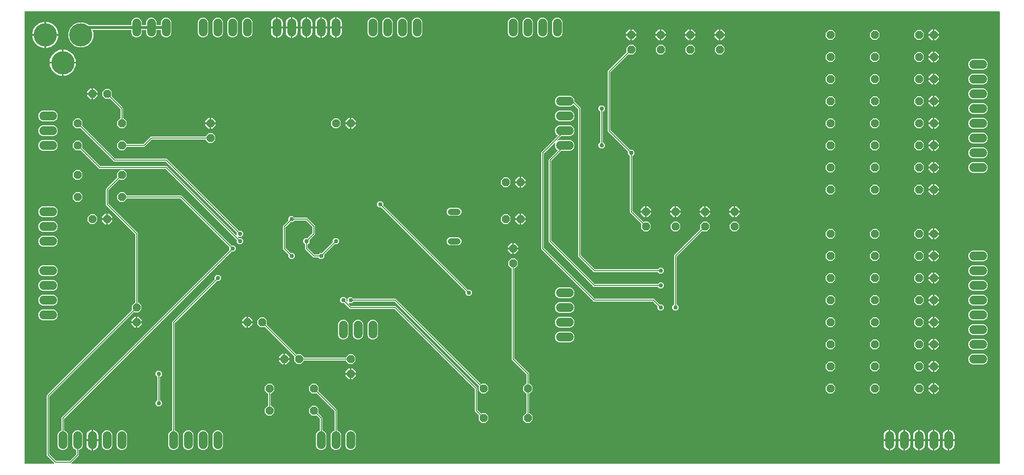
<source format=gbr>
G04 EAGLE Gerber RS-274X export*
G75*
%MOMM*%
%FSLAX34Y34*%
%LPD*%
%INBottom Copper*%
%IPPOS*%
%AMOC8*
5,1,8,0,0,1.08239X$1,22.5*%
G01*
%ADD10P,1.429621X8X22.500000*%
%ADD11P,1.429621X8X202.500000*%
%ADD12P,1.429621X8X112.500000*%
%ADD13C,1.524000*%
%ADD14C,1.117600*%
%ADD15C,4.000000*%
%ADD16C,0.756400*%
%ADD17C,0.152400*%
%ADD18C,0.508000*%

G36*
X61038Y10172D02*
X61038Y10172D01*
X61110Y10174D01*
X61159Y10192D01*
X61210Y10200D01*
X61274Y10234D01*
X61341Y10259D01*
X61382Y10291D01*
X61428Y10316D01*
X61477Y10368D01*
X61533Y10412D01*
X61561Y10456D01*
X61597Y10494D01*
X61627Y10559D01*
X61666Y10619D01*
X61679Y10670D01*
X61701Y10717D01*
X61709Y10788D01*
X61726Y10858D01*
X61722Y10910D01*
X61728Y10961D01*
X61713Y11032D01*
X61707Y11103D01*
X61687Y11151D01*
X61676Y11202D01*
X61639Y11263D01*
X61611Y11329D01*
X61566Y11385D01*
X61549Y11413D01*
X61532Y11428D01*
X61506Y11460D01*
X50076Y22890D01*
X48513Y24453D01*
X48513Y127947D01*
X50076Y129510D01*
X195297Y274731D01*
X195309Y274747D01*
X195324Y274759D01*
X195380Y274847D01*
X195440Y274931D01*
X195446Y274950D01*
X195457Y274966D01*
X195482Y275067D01*
X195513Y275166D01*
X195512Y275186D01*
X195517Y275205D01*
X195509Y275308D01*
X195506Y275412D01*
X195500Y275430D01*
X195498Y275450D01*
X195458Y275545D01*
X195422Y275643D01*
X195409Y275658D01*
X195402Y275676D01*
X195297Y275807D01*
X195071Y276033D01*
X195071Y282767D01*
X199833Y287529D01*
X200152Y287529D01*
X200172Y287532D01*
X200191Y287530D01*
X200293Y287552D01*
X200395Y287568D01*
X200412Y287578D01*
X200432Y287582D01*
X200521Y287635D01*
X200612Y287684D01*
X200626Y287698D01*
X200643Y287708D01*
X200710Y287787D01*
X200782Y287862D01*
X200790Y287880D01*
X200803Y287895D01*
X200842Y287991D01*
X200885Y288085D01*
X200887Y288105D01*
X200895Y288123D01*
X200913Y288290D01*
X200913Y405137D01*
X200899Y405228D01*
X200891Y405318D01*
X200879Y405348D01*
X200874Y405380D01*
X200831Y405461D01*
X200795Y405545D01*
X200769Y405577D01*
X200758Y405598D01*
X200735Y405620D01*
X200690Y405676D01*
X150113Y456253D01*
X150113Y483547D01*
X151676Y485110D01*
X169897Y503331D01*
X169909Y503347D01*
X169924Y503359D01*
X169980Y503447D01*
X170040Y503531D01*
X170046Y503550D01*
X170057Y503566D01*
X170082Y503667D01*
X170113Y503766D01*
X170112Y503786D01*
X170117Y503805D01*
X170109Y503908D01*
X170106Y504011D01*
X170100Y504030D01*
X170098Y504050D01*
X170058Y504145D01*
X170022Y504243D01*
X170009Y504258D01*
X170002Y504276D01*
X169897Y504407D01*
X169671Y504633D01*
X169671Y511367D01*
X174433Y516129D01*
X181167Y516129D01*
X185929Y511367D01*
X185929Y504633D01*
X181167Y499871D01*
X174433Y499871D01*
X174207Y500097D01*
X174191Y500109D01*
X174179Y500124D01*
X174092Y500180D01*
X174008Y500240D01*
X173989Y500246D01*
X173972Y500257D01*
X173871Y500282D01*
X173773Y500313D01*
X173753Y500312D01*
X173733Y500317D01*
X173630Y500309D01*
X173527Y500306D01*
X173508Y500300D01*
X173488Y500298D01*
X173393Y500258D01*
X173296Y500222D01*
X173280Y500209D01*
X173262Y500202D01*
X173131Y500097D01*
X154910Y481876D01*
X154862Y481810D01*
X154855Y481803D01*
X154853Y481798D01*
X154797Y481732D01*
X154785Y481702D01*
X154766Y481676D01*
X154739Y481589D01*
X154705Y481504D01*
X154701Y481463D01*
X154694Y481441D01*
X154695Y481409D01*
X154687Y481337D01*
X154687Y458463D01*
X154701Y458372D01*
X154709Y458282D01*
X154721Y458252D01*
X154726Y458220D01*
X154769Y458139D01*
X154805Y458055D01*
X154831Y458023D01*
X154842Y458002D01*
X154865Y457980D01*
X154910Y457924D01*
X205487Y407347D01*
X205487Y288290D01*
X205490Y288270D01*
X205488Y288251D01*
X205510Y288149D01*
X205526Y288047D01*
X205536Y288030D01*
X205540Y288010D01*
X205593Y287921D01*
X205642Y287830D01*
X205656Y287816D01*
X205666Y287799D01*
X205745Y287732D01*
X205820Y287660D01*
X205838Y287652D01*
X205853Y287639D01*
X205949Y287600D01*
X206043Y287557D01*
X206063Y287555D01*
X206081Y287547D01*
X206248Y287529D01*
X206567Y287529D01*
X211329Y282767D01*
X211329Y276033D01*
X206567Y271271D01*
X199833Y271271D01*
X199607Y271497D01*
X199591Y271509D01*
X199579Y271524D01*
X199492Y271580D01*
X199408Y271640D01*
X199389Y271646D01*
X199372Y271657D01*
X199271Y271682D01*
X199173Y271713D01*
X199153Y271712D01*
X199133Y271717D01*
X199030Y271709D01*
X198927Y271706D01*
X198908Y271700D01*
X198888Y271698D01*
X198793Y271658D01*
X198696Y271622D01*
X198680Y271609D01*
X198662Y271602D01*
X198531Y271497D01*
X53310Y126276D01*
X53257Y126202D01*
X53197Y126132D01*
X53185Y126102D01*
X53166Y126076D01*
X53139Y125989D01*
X53105Y125904D01*
X53101Y125863D01*
X53094Y125841D01*
X53095Y125809D01*
X53087Y125737D01*
X53087Y26663D01*
X53101Y26572D01*
X53109Y26482D01*
X53121Y26452D01*
X53126Y26420D01*
X53169Y26339D01*
X53205Y26255D01*
X53231Y26223D01*
X53242Y26202D01*
X53265Y26180D01*
X53310Y26124D01*
X64224Y15210D01*
X64298Y15157D01*
X64368Y15097D01*
X64398Y15085D01*
X64424Y15066D01*
X64511Y15039D01*
X64596Y15005D01*
X64637Y15001D01*
X64659Y14994D01*
X64691Y14995D01*
X64763Y14987D01*
X87637Y14987D01*
X87728Y15001D01*
X87818Y15009D01*
X87848Y15021D01*
X87880Y15026D01*
X87961Y15069D01*
X88045Y15105D01*
X88077Y15131D01*
X88098Y15142D01*
X88120Y15165D01*
X88176Y15210D01*
X99090Y26124D01*
X99143Y26198D01*
X99203Y26268D01*
X99215Y26298D01*
X99234Y26324D01*
X99261Y26411D01*
X99295Y26496D01*
X99299Y26537D01*
X99306Y26559D01*
X99305Y26591D01*
X99313Y26663D01*
X99313Y33720D01*
X99294Y33835D01*
X99277Y33951D01*
X99275Y33957D01*
X99274Y33963D01*
X99219Y34066D01*
X99166Y34171D01*
X99161Y34175D01*
X99158Y34180D01*
X99074Y34260D01*
X98990Y34343D01*
X98984Y34346D01*
X98980Y34350D01*
X98963Y34358D01*
X98843Y34424D01*
X96420Y35427D01*
X93847Y38000D01*
X92455Y41361D01*
X92455Y60239D01*
X93847Y63600D01*
X96420Y66173D01*
X99781Y67565D01*
X103419Y67565D01*
X106780Y66173D01*
X109353Y63600D01*
X110745Y60239D01*
X110745Y41361D01*
X109353Y38000D01*
X106780Y35427D01*
X104357Y34424D01*
X104257Y34362D01*
X104157Y34302D01*
X104153Y34297D01*
X104148Y34294D01*
X104073Y34204D01*
X103997Y34115D01*
X103995Y34109D01*
X103991Y34105D01*
X103949Y33996D01*
X103905Y33887D01*
X103904Y33880D01*
X103903Y33875D01*
X103902Y33857D01*
X103887Y33720D01*
X103887Y24453D01*
X91410Y11976D01*
X90894Y11460D01*
X90852Y11402D01*
X90803Y11350D01*
X90781Y11303D01*
X90751Y11261D01*
X90730Y11192D01*
X90699Y11127D01*
X90694Y11075D01*
X90678Y11025D01*
X90680Y10954D01*
X90672Y10883D01*
X90683Y10832D01*
X90685Y10780D01*
X90709Y10712D01*
X90724Y10642D01*
X90751Y10597D01*
X90769Y10549D01*
X90814Y10493D01*
X90851Y10431D01*
X90890Y10397D01*
X90923Y10357D01*
X90983Y10318D01*
X91038Y10271D01*
X91086Y10252D01*
X91130Y10224D01*
X91199Y10206D01*
X91266Y10179D01*
X91337Y10171D01*
X91368Y10163D01*
X91392Y10165D01*
X91432Y10161D01*
X1687578Y10161D01*
X1687598Y10164D01*
X1687617Y10162D01*
X1687719Y10184D01*
X1687821Y10200D01*
X1687838Y10210D01*
X1687858Y10214D01*
X1687947Y10267D01*
X1688038Y10316D01*
X1688052Y10330D01*
X1688069Y10340D01*
X1688136Y10419D01*
X1688208Y10494D01*
X1688216Y10512D01*
X1688229Y10527D01*
X1688268Y10623D01*
X1688311Y10717D01*
X1688313Y10737D01*
X1688321Y10755D01*
X1688339Y10922D01*
X1688339Y789078D01*
X1688336Y789098D01*
X1688338Y789117D01*
X1688316Y789219D01*
X1688300Y789321D01*
X1688290Y789338D01*
X1688286Y789358D01*
X1688233Y789447D01*
X1688184Y789538D01*
X1688170Y789552D01*
X1688160Y789569D01*
X1688081Y789636D01*
X1688006Y789708D01*
X1687988Y789716D01*
X1687973Y789729D01*
X1687877Y789768D01*
X1687783Y789811D01*
X1687763Y789813D01*
X1687745Y789821D01*
X1687578Y789839D01*
X10922Y789839D01*
X10902Y789836D01*
X10883Y789838D01*
X10781Y789816D01*
X10679Y789800D01*
X10662Y789790D01*
X10642Y789786D01*
X10553Y789733D01*
X10462Y789684D01*
X10448Y789670D01*
X10431Y789660D01*
X10364Y789581D01*
X10292Y789506D01*
X10284Y789488D01*
X10271Y789473D01*
X10232Y789377D01*
X10189Y789283D01*
X10187Y789263D01*
X10179Y789245D01*
X10161Y789078D01*
X10161Y10922D01*
X10164Y10902D01*
X10162Y10883D01*
X10184Y10781D01*
X10200Y10679D01*
X10210Y10662D01*
X10214Y10642D01*
X10267Y10553D01*
X10316Y10462D01*
X10330Y10448D01*
X10340Y10431D01*
X10419Y10364D01*
X10494Y10292D01*
X10512Y10284D01*
X10527Y10271D01*
X10623Y10232D01*
X10717Y10189D01*
X10737Y10187D01*
X10755Y10179D01*
X10922Y10161D01*
X60968Y10161D01*
X61038Y10172D01*
G37*
%LPC*%
G36*
X1102702Y274093D02*
X1102702Y274093D01*
X1099593Y277202D01*
X1099593Y281157D01*
X1099579Y281248D01*
X1099571Y281338D01*
X1099559Y281368D01*
X1099554Y281400D01*
X1099533Y281438D01*
X1099532Y281446D01*
X1099512Y281478D01*
X1099511Y281481D01*
X1099475Y281565D01*
X1099449Y281597D01*
X1099438Y281618D01*
X1099416Y281639D01*
X1099406Y281657D01*
X1099393Y281667D01*
X1099370Y281696D01*
X1091476Y289590D01*
X1091402Y289643D01*
X1091332Y289703D01*
X1091302Y289715D01*
X1091276Y289734D01*
X1091189Y289761D01*
X1091104Y289795D01*
X1091063Y289799D01*
X1091041Y289806D01*
X1091009Y289805D01*
X1090937Y289813D01*
X989653Y289813D01*
X899413Y380053D01*
X899413Y547047D01*
X927477Y575111D01*
X927504Y575148D01*
X927537Y575179D01*
X927575Y575247D01*
X927620Y575310D01*
X927634Y575354D01*
X927656Y575395D01*
X927670Y575471D01*
X927693Y575545D01*
X927691Y575591D01*
X927700Y575637D01*
X927688Y575714D01*
X927686Y575791D01*
X927671Y575834D01*
X927664Y575880D01*
X927629Y575949D01*
X927602Y576022D01*
X927573Y576058D01*
X927552Y576099D01*
X927497Y576154D01*
X927448Y576214D01*
X927409Y576239D01*
X927377Y576271D01*
X927257Y576337D01*
X927241Y576347D01*
X927236Y576349D01*
X927230Y576352D01*
X927000Y576447D01*
X924427Y579020D01*
X923035Y582381D01*
X923035Y586019D01*
X924427Y589380D01*
X927000Y591953D01*
X930361Y593345D01*
X949239Y593345D01*
X952600Y591953D01*
X955173Y589380D01*
X956565Y586019D01*
X956565Y582381D01*
X955173Y579020D01*
X952600Y576447D01*
X949239Y575055D01*
X934204Y575055D01*
X934114Y575041D01*
X934023Y575033D01*
X933994Y575021D01*
X933962Y575016D01*
X933881Y574973D01*
X933797Y574937D01*
X933765Y574911D01*
X933744Y574900D01*
X933722Y574877D01*
X933666Y574832D01*
X926952Y568118D01*
X926895Y568039D01*
X926833Y567964D01*
X926823Y567939D01*
X926808Y567918D01*
X926780Y567825D01*
X926745Y567734D01*
X926743Y567708D01*
X926736Y567683D01*
X926738Y567586D01*
X926734Y567488D01*
X926741Y567463D01*
X926742Y567437D01*
X926776Y567345D01*
X926803Y567252D01*
X926818Y567231D01*
X926827Y567206D01*
X926887Y567130D01*
X926943Y567050D01*
X926964Y567034D01*
X926980Y567014D01*
X927062Y566961D01*
X927140Y566903D01*
X927165Y566895D01*
X927187Y566881D01*
X927282Y566857D01*
X927374Y566827D01*
X927400Y566827D01*
X927426Y566821D01*
X927523Y566829D01*
X927620Y566829D01*
X927652Y566839D01*
X927671Y566840D01*
X927701Y566853D01*
X927781Y566876D01*
X930361Y567945D01*
X949239Y567945D01*
X952600Y566553D01*
X955173Y563980D01*
X956565Y560619D01*
X956565Y556981D01*
X955173Y553620D01*
X952600Y551047D01*
X949239Y549655D01*
X934204Y549655D01*
X934114Y549641D01*
X934023Y549633D01*
X933994Y549621D01*
X933962Y549616D01*
X933881Y549573D01*
X933797Y549537D01*
X933765Y549511D01*
X933744Y549500D01*
X933722Y549477D01*
X933666Y549432D01*
X916910Y532676D01*
X916857Y532602D01*
X916797Y532532D01*
X916785Y532502D01*
X916766Y532476D01*
X916739Y532389D01*
X916705Y532304D01*
X916701Y532263D01*
X916694Y532241D01*
X916695Y532209D01*
X916687Y532137D01*
X916687Y394963D01*
X916701Y394872D01*
X916709Y394782D01*
X916721Y394752D01*
X916726Y394720D01*
X916769Y394639D01*
X916805Y394555D01*
X916831Y394523D01*
X916842Y394502D01*
X916865Y394480D01*
X916910Y394424D01*
X991324Y320010D01*
X991398Y319957D01*
X991468Y319897D01*
X991498Y319885D01*
X991524Y319866D01*
X991611Y319839D01*
X991696Y319805D01*
X991737Y319801D01*
X991759Y319794D01*
X991791Y319795D01*
X991863Y319787D01*
X1099367Y319787D01*
X1099457Y319801D01*
X1099548Y319809D01*
X1099577Y319821D01*
X1099609Y319826D01*
X1099690Y319869D01*
X1099774Y319905D01*
X1099806Y319931D01*
X1099827Y319942D01*
X1099849Y319965D01*
X1099905Y320010D01*
X1102702Y322807D01*
X1107098Y322807D01*
X1110207Y319698D01*
X1110207Y315302D01*
X1107098Y312193D01*
X1102702Y312193D01*
X1099905Y314990D01*
X1099831Y315043D01*
X1099761Y315103D01*
X1099731Y315115D01*
X1099705Y315134D01*
X1099618Y315161D01*
X1099533Y315195D01*
X1099492Y315199D01*
X1099470Y315206D01*
X1099438Y315205D01*
X1099367Y315213D01*
X989653Y315213D01*
X912113Y392753D01*
X912113Y534347D01*
X913676Y535910D01*
X927477Y549711D01*
X927504Y549748D01*
X927537Y549779D01*
X927575Y549847D01*
X927620Y549910D01*
X927634Y549954D01*
X927656Y549995D01*
X927670Y550071D01*
X927693Y550145D01*
X927691Y550191D01*
X927700Y550237D01*
X927688Y550314D01*
X927686Y550391D01*
X927671Y550434D01*
X927664Y550480D01*
X927629Y550549D01*
X927602Y550622D01*
X927573Y550658D01*
X927552Y550699D01*
X927497Y550754D01*
X927448Y550814D01*
X927409Y550839D01*
X927377Y550871D01*
X927257Y550937D01*
X927241Y550947D01*
X927236Y550949D01*
X927230Y550952D01*
X927000Y551047D01*
X924427Y553620D01*
X923035Y556981D01*
X923035Y560619D01*
X924104Y563199D01*
X924126Y563294D01*
X924155Y563387D01*
X924154Y563413D01*
X924160Y563438D01*
X924151Y563535D01*
X924148Y563632D01*
X924139Y563657D01*
X924137Y563683D01*
X924097Y563772D01*
X924064Y563863D01*
X924048Y563884D01*
X924037Y563908D01*
X923971Y563980D01*
X923910Y564056D01*
X923888Y564070D01*
X923870Y564089D01*
X923785Y564136D01*
X923703Y564189D01*
X923678Y564195D01*
X923655Y564208D01*
X923559Y564225D01*
X923465Y564249D01*
X923439Y564247D01*
X923413Y564251D01*
X923316Y564237D01*
X923220Y564229D01*
X923196Y564219D01*
X923170Y564215D01*
X923083Y564171D01*
X922993Y564133D01*
X922968Y564113D01*
X922950Y564104D01*
X922927Y564080D01*
X922862Y564028D01*
X904210Y545376D01*
X904157Y545302D01*
X904097Y545232D01*
X904085Y545202D01*
X904066Y545176D01*
X904039Y545089D01*
X904005Y545004D01*
X904001Y544963D01*
X903994Y544941D01*
X903995Y544909D01*
X903987Y544837D01*
X903987Y382263D01*
X904001Y382172D01*
X904009Y382082D01*
X904021Y382052D01*
X904026Y382020D01*
X904069Y381939D01*
X904105Y381855D01*
X904131Y381823D01*
X904142Y381802D01*
X904165Y381780D01*
X904210Y381724D01*
X991324Y294610D01*
X991398Y294557D01*
X991468Y294497D01*
X991498Y294485D01*
X991524Y294466D01*
X991611Y294439D01*
X991696Y294405D01*
X991737Y294401D01*
X991759Y294394D01*
X991791Y294395D01*
X991863Y294387D01*
X1093147Y294387D01*
X1102604Y284930D01*
X1102678Y284877D01*
X1102748Y284817D01*
X1102778Y284805D01*
X1102804Y284786D01*
X1102891Y284759D01*
X1102976Y284725D01*
X1103017Y284721D01*
X1103039Y284714D01*
X1103071Y284715D01*
X1103143Y284707D01*
X1107098Y284707D01*
X1110207Y281598D01*
X1110207Y277202D01*
X1107098Y274093D01*
X1102702Y274093D01*
G37*
%LPD*%
%LPC*%
G36*
X74381Y34035D02*
X74381Y34035D01*
X71020Y35427D01*
X68447Y38000D01*
X67055Y41361D01*
X67055Y60239D01*
X68447Y63600D01*
X71020Y66173D01*
X73443Y67176D01*
X73543Y67238D01*
X73643Y67298D01*
X73647Y67303D01*
X73652Y67306D01*
X73727Y67396D01*
X73803Y67485D01*
X73805Y67491D01*
X73809Y67495D01*
X73851Y67604D01*
X73895Y67713D01*
X73896Y67720D01*
X73897Y67725D01*
X73898Y67743D01*
X73913Y67880D01*
X73913Y89847D01*
X362770Y378704D01*
X362823Y378778D01*
X362883Y378848D01*
X362895Y378878D01*
X362914Y378904D01*
X362941Y378991D01*
X362975Y379076D01*
X362979Y379117D01*
X362986Y379139D01*
X362985Y379171D01*
X362993Y379243D01*
X362993Y382758D01*
X362979Y382848D01*
X362971Y382939D01*
X362959Y382968D01*
X362954Y383000D01*
X362911Y383081D01*
X362875Y383165D01*
X362849Y383197D01*
X362838Y383218D01*
X362815Y383240D01*
X362770Y383296D01*
X278676Y467390D01*
X278602Y467443D01*
X278532Y467503D01*
X278502Y467515D01*
X278476Y467534D01*
X278389Y467561D01*
X278304Y467595D01*
X278263Y467599D01*
X278241Y467606D01*
X278209Y467605D01*
X278138Y467613D01*
X186690Y467613D01*
X186670Y467610D01*
X186651Y467612D01*
X186549Y467590D01*
X186447Y467574D01*
X186430Y467564D01*
X186410Y467560D01*
X186321Y467507D01*
X186230Y467458D01*
X186216Y467444D01*
X186199Y467434D01*
X186132Y467355D01*
X186060Y467280D01*
X186052Y467262D01*
X186039Y467247D01*
X186000Y467151D01*
X185957Y467057D01*
X185955Y467037D01*
X185947Y467019D01*
X185929Y466852D01*
X185929Y466533D01*
X181167Y461771D01*
X174433Y461771D01*
X169671Y466533D01*
X169671Y473267D01*
X174433Y478029D01*
X181167Y478029D01*
X185929Y473267D01*
X185929Y472948D01*
X185932Y472928D01*
X185930Y472909D01*
X185952Y472807D01*
X185968Y472705D01*
X185978Y472688D01*
X185982Y472668D01*
X186035Y472579D01*
X186084Y472488D01*
X186098Y472474D01*
X186108Y472457D01*
X186187Y472390D01*
X186262Y472318D01*
X186280Y472310D01*
X186295Y472297D01*
X186391Y472258D01*
X186485Y472215D01*
X186505Y472213D01*
X186523Y472205D01*
X186690Y472187D01*
X280347Y472187D01*
X281910Y470624D01*
X366004Y386530D01*
X366078Y386477D01*
X366148Y386417D01*
X366178Y386405D01*
X366204Y386386D01*
X366291Y386359D01*
X366376Y386325D01*
X366417Y386321D01*
X366439Y386314D01*
X366471Y386315D01*
X366542Y386307D01*
X370498Y386307D01*
X373607Y383198D01*
X373607Y378802D01*
X370498Y375693D01*
X366543Y375693D01*
X366452Y375679D01*
X366362Y375671D01*
X366332Y375659D01*
X366300Y375654D01*
X366219Y375611D01*
X366135Y375575D01*
X366103Y375549D01*
X366082Y375538D01*
X366060Y375515D01*
X366004Y375470D01*
X78710Y88176D01*
X78657Y88102D01*
X78597Y88032D01*
X78585Y88002D01*
X78566Y87976D01*
X78539Y87889D01*
X78505Y87804D01*
X78501Y87763D01*
X78494Y87741D01*
X78495Y87709D01*
X78487Y87637D01*
X78487Y67880D01*
X78506Y67765D01*
X78523Y67649D01*
X78525Y67643D01*
X78526Y67637D01*
X78581Y67534D01*
X78634Y67429D01*
X78639Y67425D01*
X78642Y67420D01*
X78726Y67340D01*
X78810Y67257D01*
X78816Y67254D01*
X78820Y67250D01*
X78837Y67242D01*
X78957Y67176D01*
X81380Y66173D01*
X83953Y63600D01*
X85345Y60239D01*
X85345Y41361D01*
X83953Y38000D01*
X81380Y35427D01*
X78019Y34035D01*
X74381Y34035D01*
G37*
%LPD*%
%LPC*%
G36*
X102918Y727775D02*
X102918Y727775D01*
X95007Y731052D01*
X88952Y737107D01*
X85675Y745018D01*
X85675Y753582D01*
X88952Y761493D01*
X95007Y767548D01*
X102918Y770825D01*
X111482Y770825D01*
X119393Y767548D01*
X120653Y766288D01*
X120727Y766235D01*
X120796Y766175D01*
X120826Y766163D01*
X120853Y766144D01*
X120940Y766117D01*
X121024Y766083D01*
X121065Y766079D01*
X121088Y766072D01*
X121120Y766073D01*
X121191Y766065D01*
X193294Y766065D01*
X193314Y766068D01*
X193333Y766066D01*
X193435Y766088D01*
X193537Y766104D01*
X193554Y766114D01*
X193574Y766118D01*
X193663Y766171D01*
X193754Y766220D01*
X193768Y766234D01*
X193785Y766244D01*
X193852Y766323D01*
X193924Y766398D01*
X193932Y766416D01*
X193945Y766431D01*
X193984Y766527D01*
X194027Y766621D01*
X194029Y766641D01*
X194037Y766659D01*
X194055Y766826D01*
X194055Y771439D01*
X195447Y774800D01*
X198020Y777373D01*
X201381Y778765D01*
X205019Y778765D01*
X208380Y777373D01*
X210953Y774800D01*
X212345Y771439D01*
X212345Y766826D01*
X212347Y766813D01*
X212346Y766804D01*
X212347Y766798D01*
X212346Y766787D01*
X212368Y766685D01*
X212384Y766583D01*
X212394Y766566D01*
X212398Y766546D01*
X212451Y766457D01*
X212500Y766366D01*
X212514Y766352D01*
X212524Y766335D01*
X212603Y766268D01*
X212678Y766196D01*
X212696Y766188D01*
X212711Y766175D01*
X212807Y766136D01*
X212901Y766093D01*
X212921Y766091D01*
X212939Y766083D01*
X213106Y766065D01*
X218694Y766065D01*
X218714Y766068D01*
X218733Y766066D01*
X218835Y766088D01*
X218937Y766104D01*
X218954Y766114D01*
X218974Y766118D01*
X219063Y766171D01*
X219154Y766220D01*
X219168Y766234D01*
X219185Y766244D01*
X219252Y766323D01*
X219324Y766398D01*
X219332Y766416D01*
X219345Y766431D01*
X219384Y766527D01*
X219427Y766621D01*
X219429Y766641D01*
X219437Y766659D01*
X219455Y766826D01*
X219455Y771439D01*
X220847Y774800D01*
X223420Y777373D01*
X226781Y778765D01*
X230419Y778765D01*
X233780Y777373D01*
X236353Y774800D01*
X237745Y771439D01*
X237745Y766826D01*
X237747Y766813D01*
X237746Y766804D01*
X237747Y766798D01*
X237746Y766787D01*
X237768Y766685D01*
X237784Y766583D01*
X237794Y766566D01*
X237798Y766546D01*
X237851Y766457D01*
X237900Y766366D01*
X237914Y766352D01*
X237924Y766335D01*
X238003Y766268D01*
X238078Y766196D01*
X238096Y766188D01*
X238111Y766175D01*
X238207Y766136D01*
X238301Y766093D01*
X238321Y766091D01*
X238339Y766083D01*
X238506Y766065D01*
X244094Y766065D01*
X244114Y766068D01*
X244133Y766066D01*
X244235Y766088D01*
X244337Y766104D01*
X244354Y766114D01*
X244374Y766118D01*
X244463Y766171D01*
X244554Y766220D01*
X244568Y766234D01*
X244585Y766244D01*
X244652Y766323D01*
X244724Y766398D01*
X244732Y766416D01*
X244745Y766431D01*
X244784Y766527D01*
X244827Y766621D01*
X244829Y766641D01*
X244837Y766659D01*
X244855Y766826D01*
X244855Y771439D01*
X246247Y774800D01*
X248820Y777373D01*
X252181Y778765D01*
X255819Y778765D01*
X259180Y777373D01*
X261753Y774800D01*
X263145Y771439D01*
X263145Y752561D01*
X261753Y749200D01*
X259180Y746627D01*
X255819Y745235D01*
X252181Y745235D01*
X248820Y746627D01*
X246247Y749200D01*
X244855Y752561D01*
X244855Y757174D01*
X244852Y757194D01*
X244854Y757213D01*
X244832Y757315D01*
X244816Y757417D01*
X244806Y757434D01*
X244802Y757454D01*
X244749Y757543D01*
X244700Y757634D01*
X244686Y757648D01*
X244676Y757665D01*
X244597Y757732D01*
X244522Y757804D01*
X244504Y757812D01*
X244489Y757825D01*
X244393Y757864D01*
X244299Y757907D01*
X244279Y757909D01*
X244261Y757917D01*
X244094Y757935D01*
X238506Y757935D01*
X238486Y757932D01*
X238467Y757934D01*
X238365Y757912D01*
X238263Y757896D01*
X238246Y757886D01*
X238226Y757882D01*
X238137Y757829D01*
X238046Y757780D01*
X238032Y757766D01*
X238015Y757756D01*
X237948Y757677D01*
X237876Y757602D01*
X237868Y757584D01*
X237855Y757569D01*
X237816Y757473D01*
X237773Y757379D01*
X237771Y757359D01*
X237763Y757341D01*
X237745Y757174D01*
X237745Y752561D01*
X236353Y749200D01*
X233780Y746627D01*
X230419Y745235D01*
X226781Y745235D01*
X223420Y746627D01*
X220847Y749200D01*
X219455Y752561D01*
X219455Y757174D01*
X219452Y757194D01*
X219454Y757213D01*
X219432Y757315D01*
X219416Y757417D01*
X219406Y757434D01*
X219402Y757454D01*
X219349Y757543D01*
X219300Y757634D01*
X219286Y757648D01*
X219276Y757665D01*
X219197Y757732D01*
X219122Y757804D01*
X219104Y757812D01*
X219089Y757825D01*
X218993Y757864D01*
X218899Y757907D01*
X218879Y757909D01*
X218861Y757917D01*
X218694Y757935D01*
X213106Y757935D01*
X213086Y757932D01*
X213067Y757934D01*
X212965Y757912D01*
X212863Y757896D01*
X212846Y757886D01*
X212826Y757882D01*
X212737Y757829D01*
X212646Y757780D01*
X212632Y757766D01*
X212615Y757756D01*
X212548Y757677D01*
X212476Y757602D01*
X212468Y757584D01*
X212455Y757569D01*
X212416Y757473D01*
X212373Y757379D01*
X212371Y757359D01*
X212363Y757341D01*
X212345Y757174D01*
X212345Y752561D01*
X210953Y749200D01*
X208380Y746627D01*
X205019Y745235D01*
X201381Y745235D01*
X198020Y746627D01*
X195447Y749200D01*
X194055Y752561D01*
X194055Y757174D01*
X194052Y757194D01*
X194054Y757213D01*
X194032Y757315D01*
X194016Y757417D01*
X194006Y757434D01*
X194002Y757454D01*
X193949Y757543D01*
X193900Y757634D01*
X193886Y757648D01*
X193876Y757665D01*
X193797Y757732D01*
X193722Y757804D01*
X193704Y757812D01*
X193689Y757825D01*
X193593Y757864D01*
X193499Y757907D01*
X193479Y757909D01*
X193461Y757917D01*
X193294Y757935D01*
X128061Y757935D01*
X128015Y757928D01*
X127969Y757930D01*
X127895Y757908D01*
X127818Y757896D01*
X127777Y757874D01*
X127733Y757861D01*
X127669Y757817D01*
X127601Y757780D01*
X127569Y757747D01*
X127531Y757721D01*
X127485Y757658D01*
X127431Y757602D01*
X127412Y757560D01*
X127384Y757524D01*
X127360Y757450D01*
X127328Y757379D01*
X127322Y757333D01*
X127308Y757290D01*
X127309Y757212D01*
X127300Y757135D01*
X127310Y757090D01*
X127311Y757044D01*
X127349Y756912D01*
X127353Y756894D01*
X127355Y756890D01*
X127357Y756883D01*
X128725Y753582D01*
X128725Y745018D01*
X125448Y737107D01*
X119393Y731052D01*
X111482Y727775D01*
X102918Y727775D01*
G37*
%LPD*%
%LPC*%
G36*
X378802Y388393D02*
X378802Y388393D01*
X375693Y391502D01*
X375693Y395457D01*
X375679Y395548D01*
X375671Y395638D01*
X375659Y395668D01*
X375654Y395700D01*
X375611Y395781D01*
X375575Y395865D01*
X375549Y395897D01*
X375538Y395918D01*
X375515Y395940D01*
X375470Y395996D01*
X253276Y518190D01*
X253202Y518243D01*
X253132Y518303D01*
X253102Y518315D01*
X253076Y518334D01*
X252989Y518361D01*
X252904Y518395D01*
X252863Y518399D01*
X252841Y518406D01*
X252809Y518405D01*
X252737Y518413D01*
X138753Y518413D01*
X137190Y519976D01*
X106269Y550897D01*
X106253Y550909D01*
X106241Y550924D01*
X106153Y550980D01*
X106069Y551040D01*
X106050Y551046D01*
X106034Y551057D01*
X105933Y551082D01*
X105834Y551113D01*
X105814Y551112D01*
X105795Y551117D01*
X105692Y551109D01*
X105588Y551106D01*
X105570Y551100D01*
X105550Y551098D01*
X105455Y551058D01*
X105357Y551022D01*
X105342Y551009D01*
X105324Y551002D01*
X105193Y550897D01*
X104967Y550671D01*
X98233Y550671D01*
X93471Y555433D01*
X93471Y562167D01*
X98233Y566929D01*
X104967Y566929D01*
X109729Y562167D01*
X109729Y555433D01*
X109503Y555207D01*
X109491Y555191D01*
X109476Y555179D01*
X109420Y555092D01*
X109360Y555008D01*
X109354Y554989D01*
X109343Y554972D01*
X109318Y554871D01*
X109287Y554773D01*
X109288Y554753D01*
X109283Y554733D01*
X109291Y554630D01*
X109294Y554527D01*
X109300Y554508D01*
X109302Y554488D01*
X109342Y554393D01*
X109378Y554296D01*
X109391Y554280D01*
X109398Y554262D01*
X109503Y554131D01*
X140424Y523210D01*
X140498Y523157D01*
X140568Y523097D01*
X140598Y523085D01*
X140624Y523066D01*
X140711Y523039D01*
X140796Y523005D01*
X140837Y523001D01*
X140859Y522994D01*
X140891Y522995D01*
X140962Y522987D01*
X254947Y522987D01*
X374394Y403540D01*
X374452Y403498D01*
X374504Y403449D01*
X374551Y403427D01*
X374593Y403397D01*
X374662Y403376D01*
X374727Y403345D01*
X374779Y403340D01*
X374829Y403324D01*
X374900Y403326D01*
X374971Y403318D01*
X375022Y403329D01*
X375074Y403331D01*
X375142Y403355D01*
X375212Y403370D01*
X375256Y403397D01*
X375305Y403415D01*
X375361Y403460D01*
X375423Y403497D01*
X375457Y403536D01*
X375497Y403569D01*
X375536Y403629D01*
X375583Y403684D01*
X375602Y403732D01*
X375630Y403776D01*
X375648Y403845D01*
X375675Y403912D01*
X375683Y403983D01*
X375691Y404014D01*
X375689Y404038D01*
X375693Y404078D01*
X375693Y408157D01*
X375679Y408248D01*
X375671Y408338D01*
X375659Y408368D01*
X375654Y408400D01*
X375611Y408481D01*
X375575Y408565D01*
X375549Y408597D01*
X375538Y408618D01*
X375515Y408640D01*
X375470Y408696D01*
X253276Y530890D01*
X253202Y530943D01*
X253132Y531003D01*
X253102Y531015D01*
X253076Y531034D01*
X252989Y531061D01*
X252904Y531095D01*
X252863Y531099D01*
X252841Y531106D01*
X252809Y531105D01*
X252737Y531113D01*
X164153Y531113D01*
X162590Y532676D01*
X106269Y588997D01*
X106253Y589009D01*
X106241Y589024D01*
X106153Y589080D01*
X106069Y589140D01*
X106050Y589146D01*
X106034Y589157D01*
X105933Y589182D01*
X105834Y589213D01*
X105814Y589212D01*
X105795Y589217D01*
X105692Y589209D01*
X105589Y589206D01*
X105570Y589200D01*
X105550Y589198D01*
X105455Y589158D01*
X105357Y589122D01*
X105342Y589109D01*
X105324Y589102D01*
X105193Y588997D01*
X104967Y588771D01*
X98233Y588771D01*
X93471Y593533D01*
X93471Y600267D01*
X98233Y605029D01*
X104967Y605029D01*
X109729Y600267D01*
X109729Y593533D01*
X109503Y593307D01*
X109491Y593291D01*
X109476Y593279D01*
X109420Y593192D01*
X109360Y593108D01*
X109354Y593089D01*
X109343Y593072D01*
X109318Y592971D01*
X109287Y592873D01*
X109288Y592853D01*
X109283Y592833D01*
X109291Y592730D01*
X109294Y592627D01*
X109300Y592608D01*
X109302Y592588D01*
X109342Y592493D01*
X109378Y592396D01*
X109391Y592380D01*
X109398Y592362D01*
X109503Y592231D01*
X165824Y535910D01*
X165898Y535857D01*
X165968Y535797D01*
X165998Y535785D01*
X166024Y535766D01*
X166111Y535739D01*
X166196Y535705D01*
X166237Y535701D01*
X166259Y535694D01*
X166291Y535695D01*
X166363Y535687D01*
X254947Y535687D01*
X378704Y411930D01*
X378778Y411877D01*
X378848Y411817D01*
X378878Y411805D01*
X378904Y411786D01*
X378991Y411759D01*
X379076Y411725D01*
X379117Y411721D01*
X379139Y411714D01*
X379171Y411715D01*
X379243Y411707D01*
X383198Y411707D01*
X386307Y408598D01*
X386307Y404202D01*
X383198Y401093D01*
X378678Y401093D01*
X378608Y401082D01*
X378536Y401080D01*
X378487Y401062D01*
X378436Y401054D01*
X378372Y401020D01*
X378305Y400995D01*
X378264Y400963D01*
X378218Y400938D01*
X378169Y400886D01*
X378113Y400842D01*
X378085Y400798D01*
X378049Y400760D01*
X378019Y400695D01*
X377980Y400635D01*
X377967Y400584D01*
X377945Y400537D01*
X377937Y400466D01*
X377920Y400396D01*
X377924Y400344D01*
X377918Y400293D01*
X377933Y400222D01*
X377939Y400151D01*
X377959Y400103D01*
X377970Y400052D01*
X378007Y399991D01*
X378035Y399925D01*
X378080Y399869D01*
X378097Y399841D01*
X378114Y399826D01*
X378140Y399794D01*
X378704Y399230D01*
X378778Y399176D01*
X378848Y399117D01*
X378878Y399105D01*
X378904Y399086D01*
X378991Y399059D01*
X379076Y399025D01*
X379117Y399021D01*
X379139Y399014D01*
X379171Y399015D01*
X379243Y399007D01*
X383198Y399007D01*
X386307Y395898D01*
X386307Y391502D01*
X383198Y388393D01*
X378802Y388393D01*
G37*
%LPD*%
%LPC*%
G36*
X796733Y80771D02*
X796733Y80771D01*
X791971Y85533D01*
X791971Y92267D01*
X792197Y92493D01*
X792209Y92509D01*
X792224Y92521D01*
X792280Y92608D01*
X792340Y92692D01*
X792346Y92711D01*
X792357Y92728D01*
X792382Y92829D01*
X792413Y92927D01*
X792412Y92947D01*
X792417Y92967D01*
X792409Y93070D01*
X792406Y93173D01*
X792400Y93192D01*
X792398Y93212D01*
X792358Y93307D01*
X792322Y93404D01*
X792309Y93420D01*
X792302Y93438D01*
X792197Y93569D01*
X786676Y99090D01*
X785113Y100653D01*
X785113Y138437D01*
X785099Y138528D01*
X785091Y138618D01*
X785079Y138648D01*
X785074Y138680D01*
X785031Y138761D01*
X784995Y138845D01*
X784969Y138877D01*
X784958Y138898D01*
X784935Y138920D01*
X784890Y138976D01*
X646976Y276890D01*
X646902Y276943D01*
X646832Y277003D01*
X646802Y277015D01*
X646776Y277034D01*
X646689Y277061D01*
X646604Y277095D01*
X646563Y277099D01*
X646541Y277106D01*
X646509Y277105D01*
X646437Y277113D01*
X570553Y277113D01*
X561096Y286570D01*
X561022Y286623D01*
X560952Y286683D01*
X560922Y286695D01*
X560896Y286714D01*
X560809Y286741D01*
X560724Y286775D01*
X560683Y286779D01*
X560661Y286786D01*
X560629Y286785D01*
X560557Y286793D01*
X556602Y286793D01*
X553493Y289902D01*
X553493Y294298D01*
X556602Y297407D01*
X560998Y297407D01*
X564107Y294298D01*
X564107Y290343D01*
X564121Y290253D01*
X564129Y290162D01*
X564141Y290132D01*
X564146Y290100D01*
X564189Y290019D01*
X564225Y289935D01*
X564251Y289903D01*
X564262Y289882D01*
X564285Y289860D01*
X564330Y289804D01*
X564894Y289240D01*
X564952Y289198D01*
X565004Y289149D01*
X565051Y289127D01*
X565093Y289097D01*
X565162Y289076D01*
X565227Y289045D01*
X565279Y289040D01*
X565329Y289024D01*
X565400Y289026D01*
X565471Y289018D01*
X565522Y289029D01*
X565574Y289031D01*
X565642Y289055D01*
X565712Y289070D01*
X565757Y289097D01*
X565805Y289115D01*
X565861Y289160D01*
X565923Y289197D01*
X565957Y289236D01*
X565997Y289269D01*
X566036Y289329D01*
X566083Y289384D01*
X566102Y289432D01*
X566130Y289476D01*
X566148Y289545D01*
X566175Y289612D01*
X566183Y289683D01*
X566191Y289714D01*
X566189Y289738D01*
X566193Y289778D01*
X566193Y294298D01*
X569302Y297407D01*
X573698Y297407D01*
X576495Y294610D01*
X576569Y294557D01*
X576639Y294497D01*
X576669Y294485D01*
X576695Y294466D01*
X576782Y294439D01*
X576867Y294405D01*
X576908Y294401D01*
X576930Y294394D01*
X576962Y294395D01*
X577033Y294387D01*
X648647Y294387D01*
X795431Y147603D01*
X795447Y147591D01*
X795459Y147576D01*
X795547Y147520D01*
X795631Y147460D01*
X795650Y147454D01*
X795666Y147443D01*
X795767Y147418D01*
X795866Y147387D01*
X795886Y147388D01*
X795905Y147383D01*
X796008Y147391D01*
X796112Y147394D01*
X796130Y147400D01*
X796150Y147402D01*
X796245Y147442D01*
X796343Y147478D01*
X796358Y147491D01*
X796376Y147498D01*
X796507Y147603D01*
X796733Y147829D01*
X803467Y147829D01*
X808229Y143067D01*
X808229Y136333D01*
X803467Y131571D01*
X796733Y131571D01*
X791971Y136333D01*
X791971Y143067D01*
X792197Y143293D01*
X792209Y143309D01*
X792224Y143321D01*
X792280Y143408D01*
X792340Y143492D01*
X792346Y143511D01*
X792357Y143528D01*
X792382Y143629D01*
X792413Y143727D01*
X792412Y143747D01*
X792417Y143767D01*
X792409Y143870D01*
X792406Y143973D01*
X792400Y143992D01*
X792398Y144012D01*
X792358Y144107D01*
X792322Y144204D01*
X792309Y144220D01*
X792302Y144238D01*
X792197Y144369D01*
X646976Y289590D01*
X646902Y289643D01*
X646832Y289703D01*
X646802Y289715D01*
X646776Y289734D01*
X646689Y289761D01*
X646604Y289795D01*
X646563Y289799D01*
X646541Y289806D01*
X646509Y289805D01*
X646437Y289813D01*
X577033Y289813D01*
X576943Y289799D01*
X576852Y289791D01*
X576823Y289779D01*
X576791Y289774D01*
X576710Y289731D01*
X576626Y289695D01*
X576594Y289669D01*
X576573Y289658D01*
X576551Y289635D01*
X576495Y289590D01*
X573698Y286793D01*
X569178Y286793D01*
X569108Y286782D01*
X569036Y286780D01*
X568987Y286762D01*
X568936Y286754D01*
X568872Y286720D01*
X568805Y286695D01*
X568764Y286663D01*
X568718Y286638D01*
X568669Y286586D01*
X568613Y286542D01*
X568585Y286498D01*
X568549Y286460D01*
X568519Y286395D01*
X568480Y286335D01*
X568467Y286284D01*
X568445Y286237D01*
X568437Y286166D01*
X568420Y286096D01*
X568424Y286044D01*
X568418Y285993D01*
X568433Y285922D01*
X568439Y285851D01*
X568459Y285803D01*
X568470Y285752D01*
X568507Y285691D01*
X568535Y285625D01*
X568580Y285569D01*
X568597Y285541D01*
X568614Y285526D01*
X568640Y285494D01*
X572224Y281910D01*
X572298Y281857D01*
X572368Y281797D01*
X572398Y281785D01*
X572424Y281766D01*
X572511Y281739D01*
X572596Y281705D01*
X572637Y281701D01*
X572659Y281694D01*
X572691Y281695D01*
X572763Y281687D01*
X648647Y281687D01*
X789687Y140647D01*
X789687Y102863D01*
X789701Y102772D01*
X789709Y102682D01*
X789721Y102652D01*
X789726Y102620D01*
X789769Y102539D01*
X789805Y102455D01*
X789831Y102423D01*
X789842Y102402D01*
X789865Y102380D01*
X789910Y102324D01*
X795431Y96803D01*
X795447Y96791D01*
X795459Y96776D01*
X795547Y96720D01*
X795631Y96660D01*
X795650Y96654D01*
X795666Y96643D01*
X795767Y96618D01*
X795866Y96587D01*
X795886Y96588D01*
X795905Y96583D01*
X796008Y96591D01*
X796111Y96594D01*
X796130Y96600D01*
X796150Y96602D01*
X796245Y96642D01*
X796343Y96678D01*
X796358Y96691D01*
X796376Y96698D01*
X796507Y96803D01*
X796733Y97029D01*
X803467Y97029D01*
X808229Y92267D01*
X808229Y85533D01*
X803467Y80771D01*
X796733Y80771D01*
G37*
%LPD*%
%LPC*%
G36*
X1102702Y337593D02*
X1102702Y337593D01*
X1099905Y340390D01*
X1099831Y340443D01*
X1099761Y340503D01*
X1099731Y340515D01*
X1099705Y340534D01*
X1099618Y340561D01*
X1099533Y340595D01*
X1099492Y340599D01*
X1099470Y340606D01*
X1099438Y340605D01*
X1099367Y340613D01*
X989653Y340613D01*
X962913Y367353D01*
X962913Y621037D01*
X962899Y621128D01*
X962891Y621218D01*
X962879Y621248D01*
X962874Y621280D01*
X962831Y621361D01*
X962795Y621445D01*
X962769Y621477D01*
X962758Y621498D01*
X962735Y621520D01*
X962690Y621576D01*
X955348Y628918D01*
X955331Y628930D01*
X955319Y628946D01*
X955232Y629002D01*
X955148Y629062D01*
X955129Y629068D01*
X955112Y629079D01*
X955012Y629104D01*
X954913Y629134D01*
X954893Y629134D01*
X954874Y629139D01*
X954771Y629131D01*
X954667Y629128D01*
X954648Y629121D01*
X954628Y629120D01*
X954533Y629079D01*
X954436Y629044D01*
X954420Y629031D01*
X954402Y629023D01*
X954271Y628918D01*
X952600Y627247D01*
X949239Y625855D01*
X930361Y625855D01*
X927000Y627247D01*
X924427Y629820D01*
X923035Y633181D01*
X923035Y636819D01*
X924427Y640180D01*
X927000Y642753D01*
X930361Y644145D01*
X949239Y644145D01*
X952600Y642753D01*
X955173Y640180D01*
X956565Y636819D01*
X956565Y634485D01*
X956579Y634394D01*
X956587Y634304D01*
X956599Y634274D01*
X956604Y634242D01*
X956647Y634161D01*
X956683Y634077D01*
X956709Y634045D01*
X956720Y634024D01*
X956743Y634002D01*
X956788Y633946D01*
X967487Y623247D01*
X967487Y369563D01*
X967501Y369472D01*
X967509Y369382D01*
X967521Y369352D01*
X967526Y369320D01*
X967569Y369239D01*
X967605Y369155D01*
X967631Y369123D01*
X967642Y369102D01*
X967665Y369080D01*
X967710Y369024D01*
X991324Y345410D01*
X991398Y345357D01*
X991468Y345297D01*
X991498Y345285D01*
X991524Y345266D01*
X991611Y345239D01*
X991696Y345205D01*
X991737Y345201D01*
X991759Y345194D01*
X991791Y345195D01*
X991863Y345187D01*
X1099367Y345187D01*
X1099457Y345201D01*
X1099548Y345209D01*
X1099577Y345221D01*
X1099609Y345226D01*
X1099690Y345269D01*
X1099774Y345305D01*
X1099806Y345331D01*
X1099827Y345342D01*
X1099849Y345365D01*
X1099905Y345410D01*
X1102702Y348207D01*
X1107098Y348207D01*
X1110207Y345098D01*
X1110207Y340702D01*
X1107098Y337593D01*
X1102702Y337593D01*
G37*
%LPD*%
%LPC*%
G36*
X1076133Y410971D02*
X1076133Y410971D01*
X1071371Y415733D01*
X1071371Y422467D01*
X1071597Y422693D01*
X1071609Y422709D01*
X1071624Y422721D01*
X1071680Y422808D01*
X1071740Y422892D01*
X1071746Y422911D01*
X1071757Y422928D01*
X1071782Y423029D01*
X1071813Y423127D01*
X1071812Y423147D01*
X1071817Y423167D01*
X1071809Y423270D01*
X1071806Y423373D01*
X1071800Y423392D01*
X1071798Y423412D01*
X1071758Y423507D01*
X1071722Y423604D01*
X1071709Y423620D01*
X1071702Y423638D01*
X1071597Y423769D01*
X1051813Y443553D01*
X1051813Y540567D01*
X1051799Y540657D01*
X1051791Y540748D01*
X1051779Y540777D01*
X1051774Y540809D01*
X1051731Y540890D01*
X1051695Y540974D01*
X1051669Y541006D01*
X1051658Y541027D01*
X1051635Y541049D01*
X1051590Y541105D01*
X1048793Y543902D01*
X1048793Y547857D01*
X1048779Y547948D01*
X1048771Y548038D01*
X1048759Y548068D01*
X1048754Y548100D01*
X1048711Y548181D01*
X1048675Y548265D01*
X1048649Y548297D01*
X1048638Y548318D01*
X1048615Y548340D01*
X1048570Y548396D01*
X1013713Y583253D01*
X1013713Y686747D01*
X1046197Y719231D01*
X1046209Y719247D01*
X1046224Y719259D01*
X1046280Y719347D01*
X1046340Y719431D01*
X1046346Y719450D01*
X1046357Y719466D01*
X1046382Y719567D01*
X1046413Y719666D01*
X1046412Y719686D01*
X1046417Y719705D01*
X1046409Y719808D01*
X1046406Y719911D01*
X1046400Y719930D01*
X1046398Y719950D01*
X1046358Y720045D01*
X1046322Y720143D01*
X1046309Y720158D01*
X1046302Y720176D01*
X1046197Y720307D01*
X1045971Y720533D01*
X1045971Y727267D01*
X1050733Y732029D01*
X1057467Y732029D01*
X1062229Y727267D01*
X1062229Y720533D01*
X1057467Y715771D01*
X1050733Y715771D01*
X1050507Y715997D01*
X1050491Y716009D01*
X1050479Y716024D01*
X1050392Y716080D01*
X1050308Y716140D01*
X1050289Y716146D01*
X1050272Y716157D01*
X1050171Y716182D01*
X1050073Y716213D01*
X1050053Y716212D01*
X1050033Y716217D01*
X1049930Y716209D01*
X1049827Y716206D01*
X1049808Y716200D01*
X1049788Y716198D01*
X1049693Y716158D01*
X1049596Y716122D01*
X1049580Y716109D01*
X1049562Y716102D01*
X1049431Y715997D01*
X1018510Y685076D01*
X1018457Y685002D01*
X1018397Y684932D01*
X1018385Y684902D01*
X1018366Y684876D01*
X1018339Y684789D01*
X1018305Y684704D01*
X1018301Y684663D01*
X1018294Y684641D01*
X1018295Y684609D01*
X1018287Y684537D01*
X1018287Y585463D01*
X1018301Y585372D01*
X1018309Y585282D01*
X1018321Y585252D01*
X1018326Y585220D01*
X1018369Y585139D01*
X1018405Y585055D01*
X1018431Y585023D01*
X1018442Y585002D01*
X1018465Y584980D01*
X1018510Y584924D01*
X1051804Y551630D01*
X1051878Y551577D01*
X1051948Y551517D01*
X1051978Y551505D01*
X1052004Y551486D01*
X1052091Y551459D01*
X1052176Y551425D01*
X1052217Y551421D01*
X1052239Y551414D01*
X1052271Y551415D01*
X1052343Y551407D01*
X1056298Y551407D01*
X1059407Y548298D01*
X1059407Y543902D01*
X1056610Y541105D01*
X1056557Y541031D01*
X1056497Y540961D01*
X1056485Y540931D01*
X1056466Y540905D01*
X1056439Y540818D01*
X1056405Y540733D01*
X1056401Y540692D01*
X1056394Y540670D01*
X1056395Y540638D01*
X1056387Y540567D01*
X1056387Y445763D01*
X1056401Y445672D01*
X1056409Y445582D01*
X1056421Y445552D01*
X1056426Y445520D01*
X1056469Y445439D01*
X1056505Y445355D01*
X1056531Y445323D01*
X1056542Y445302D01*
X1056565Y445280D01*
X1056610Y445224D01*
X1074831Y427003D01*
X1074847Y426991D01*
X1074859Y426976D01*
X1074947Y426920D01*
X1075031Y426860D01*
X1075050Y426854D01*
X1075066Y426843D01*
X1075167Y426818D01*
X1075266Y426787D01*
X1075286Y426788D01*
X1075305Y426783D01*
X1075408Y426791D01*
X1075511Y426794D01*
X1075530Y426800D01*
X1075550Y426802D01*
X1075645Y426842D01*
X1075743Y426878D01*
X1075758Y426891D01*
X1075776Y426898D01*
X1075907Y427003D01*
X1076133Y427229D01*
X1082867Y427229D01*
X1087629Y422467D01*
X1087629Y415733D01*
X1082867Y410971D01*
X1076133Y410971D01*
G37*
%LPD*%
%LPC*%
G36*
X264881Y34035D02*
X264881Y34035D01*
X261520Y35427D01*
X258947Y38000D01*
X257555Y41361D01*
X257555Y60239D01*
X258947Y63600D01*
X261520Y66173D01*
X263943Y67176D01*
X264043Y67238D01*
X264143Y67298D01*
X264147Y67303D01*
X264152Y67306D01*
X264227Y67396D01*
X264303Y67485D01*
X264305Y67491D01*
X264309Y67495D01*
X264351Y67604D01*
X264395Y67713D01*
X264396Y67720D01*
X264397Y67725D01*
X264398Y67743D01*
X264413Y67880D01*
X264413Y254947D01*
X337370Y327904D01*
X337423Y327978D01*
X337483Y328048D01*
X337495Y328078D01*
X337514Y328104D01*
X337541Y328191D01*
X337575Y328276D01*
X337579Y328317D01*
X337586Y328339D01*
X337585Y328371D01*
X337593Y328443D01*
X337593Y332398D01*
X340702Y335507D01*
X345098Y335507D01*
X348207Y332398D01*
X348207Y328002D01*
X345098Y324893D01*
X341143Y324893D01*
X341052Y324879D01*
X340962Y324871D01*
X340932Y324859D01*
X340900Y324854D01*
X340819Y324811D01*
X340735Y324775D01*
X340703Y324749D01*
X340682Y324738D01*
X340660Y324715D01*
X340604Y324670D01*
X269210Y253276D01*
X269157Y253202D01*
X269097Y253132D01*
X269085Y253102D01*
X269066Y253076D01*
X269039Y252989D01*
X269005Y252904D01*
X269001Y252863D01*
X268994Y252841D01*
X268995Y252809D01*
X268987Y252737D01*
X268987Y67880D01*
X269006Y67765D01*
X269023Y67649D01*
X269025Y67643D01*
X269026Y67637D01*
X269081Y67534D01*
X269134Y67429D01*
X269139Y67425D01*
X269142Y67420D01*
X269226Y67340D01*
X269310Y67257D01*
X269316Y67254D01*
X269320Y67250D01*
X269337Y67242D01*
X269457Y67176D01*
X271880Y66173D01*
X274453Y63600D01*
X275845Y60239D01*
X275845Y41361D01*
X274453Y38000D01*
X271880Y35427D01*
X268519Y34035D01*
X264881Y34035D01*
G37*
%LPD*%
%LPC*%
G36*
X872933Y80771D02*
X872933Y80771D01*
X868171Y85533D01*
X868171Y92267D01*
X872933Y97029D01*
X873252Y97029D01*
X873272Y97032D01*
X873291Y97030D01*
X873393Y97052D01*
X873495Y97068D01*
X873512Y97078D01*
X873532Y97082D01*
X873621Y97135D01*
X873712Y97184D01*
X873726Y97198D01*
X873743Y97208D01*
X873810Y97287D01*
X873882Y97362D01*
X873890Y97380D01*
X873903Y97395D01*
X873942Y97491D01*
X873985Y97585D01*
X873987Y97605D01*
X873995Y97623D01*
X874013Y97790D01*
X874013Y130810D01*
X874010Y130830D01*
X874012Y130849D01*
X873990Y130951D01*
X873974Y131053D01*
X873964Y131070D01*
X873960Y131090D01*
X873907Y131179D01*
X873858Y131270D01*
X873844Y131284D01*
X873834Y131301D01*
X873755Y131368D01*
X873680Y131440D01*
X873662Y131448D01*
X873647Y131461D01*
X873551Y131500D01*
X873457Y131543D01*
X873437Y131545D01*
X873419Y131553D01*
X873252Y131571D01*
X872933Y131571D01*
X868171Y136333D01*
X868171Y143067D01*
X872933Y147829D01*
X873252Y147829D01*
X873272Y147832D01*
X873291Y147830D01*
X873393Y147852D01*
X873495Y147868D01*
X873512Y147878D01*
X873532Y147882D01*
X873621Y147935D01*
X873712Y147984D01*
X873726Y147998D01*
X873743Y148008D01*
X873810Y148087D01*
X873882Y148162D01*
X873890Y148180D01*
X873903Y148195D01*
X873942Y148291D01*
X873985Y148385D01*
X873987Y148405D01*
X873995Y148423D01*
X874013Y148590D01*
X874013Y163837D01*
X873999Y163928D01*
X873991Y164018D01*
X873979Y164048D01*
X873974Y164080D01*
X873931Y164161D01*
X873895Y164245D01*
X873869Y164277D01*
X873858Y164298D01*
X873835Y164320D01*
X873790Y164376D01*
X848613Y189553D01*
X848613Y346710D01*
X848610Y346730D01*
X848612Y346749D01*
X848590Y346851D01*
X848574Y346953D01*
X848564Y346970D01*
X848560Y346990D01*
X848507Y347079D01*
X848458Y347170D01*
X848444Y347184D01*
X848434Y347201D01*
X848355Y347268D01*
X848280Y347340D01*
X848262Y347348D01*
X848247Y347361D01*
X848151Y347400D01*
X848057Y347443D01*
X848037Y347445D01*
X848019Y347453D01*
X847852Y347471D01*
X847533Y347471D01*
X842771Y352233D01*
X842771Y358967D01*
X847533Y363729D01*
X854267Y363729D01*
X859029Y358967D01*
X859029Y352233D01*
X854267Y347471D01*
X853948Y347471D01*
X853928Y347468D01*
X853909Y347470D01*
X853807Y347448D01*
X853705Y347432D01*
X853688Y347422D01*
X853668Y347418D01*
X853579Y347365D01*
X853488Y347316D01*
X853474Y347302D01*
X853457Y347292D01*
X853390Y347213D01*
X853318Y347138D01*
X853310Y347120D01*
X853297Y347105D01*
X853258Y347009D01*
X853215Y346915D01*
X853213Y346895D01*
X853205Y346877D01*
X853187Y346710D01*
X853187Y191763D01*
X853201Y191672D01*
X853209Y191582D01*
X853221Y191552D01*
X853226Y191520D01*
X853269Y191439D01*
X853305Y191355D01*
X853331Y191323D01*
X853342Y191302D01*
X853365Y191280D01*
X853410Y191224D01*
X878587Y166047D01*
X878587Y148590D01*
X878590Y148570D01*
X878588Y148551D01*
X878610Y148449D01*
X878626Y148347D01*
X878636Y148330D01*
X878640Y148310D01*
X878693Y148221D01*
X878742Y148130D01*
X878756Y148116D01*
X878766Y148099D01*
X878845Y148032D01*
X878920Y147960D01*
X878938Y147952D01*
X878953Y147939D01*
X879049Y147900D01*
X879143Y147857D01*
X879163Y147855D01*
X879181Y147847D01*
X879348Y147829D01*
X879667Y147829D01*
X884429Y143067D01*
X884429Y136333D01*
X879667Y131571D01*
X879348Y131571D01*
X879328Y131568D01*
X879309Y131570D01*
X879207Y131548D01*
X879105Y131532D01*
X879088Y131522D01*
X879068Y131518D01*
X878979Y131465D01*
X878888Y131416D01*
X878874Y131402D01*
X878857Y131392D01*
X878790Y131313D01*
X878718Y131238D01*
X878710Y131220D01*
X878697Y131205D01*
X878658Y131109D01*
X878615Y131015D01*
X878613Y130995D01*
X878605Y130977D01*
X878587Y130810D01*
X878587Y97790D01*
X878590Y97770D01*
X878588Y97751D01*
X878610Y97649D01*
X878626Y97547D01*
X878636Y97530D01*
X878640Y97510D01*
X878693Y97421D01*
X878742Y97330D01*
X878756Y97316D01*
X878766Y97299D01*
X878845Y97232D01*
X878920Y97160D01*
X878938Y97152D01*
X878953Y97139D01*
X879049Y97100D01*
X879143Y97057D01*
X879163Y97055D01*
X879181Y97047D01*
X879348Y97029D01*
X879667Y97029D01*
X884429Y92267D01*
X884429Y85533D01*
X879667Y80771D01*
X872933Y80771D01*
G37*
%LPD*%
%LPC*%
G36*
X479233Y182371D02*
X479233Y182371D01*
X474471Y187133D01*
X474471Y193867D01*
X474697Y194093D01*
X474709Y194109D01*
X474724Y194121D01*
X474780Y194208D01*
X474840Y194292D01*
X474846Y194311D01*
X474857Y194328D01*
X474882Y194429D01*
X474913Y194527D01*
X474912Y194547D01*
X474917Y194567D01*
X474909Y194670D01*
X474906Y194773D01*
X474900Y194792D01*
X474898Y194812D01*
X474858Y194907D01*
X474822Y195004D01*
X474809Y195020D01*
X474802Y195038D01*
X474697Y195169D01*
X423769Y246097D01*
X423753Y246109D01*
X423741Y246124D01*
X423653Y246180D01*
X423569Y246240D01*
X423550Y246246D01*
X423534Y246257D01*
X423433Y246282D01*
X423334Y246313D01*
X423314Y246312D01*
X423295Y246317D01*
X423192Y246309D01*
X423088Y246306D01*
X423070Y246300D01*
X423050Y246298D01*
X422955Y246258D01*
X422857Y246222D01*
X422842Y246209D01*
X422824Y246202D01*
X422693Y246097D01*
X422467Y245871D01*
X415733Y245871D01*
X410971Y250633D01*
X410971Y257367D01*
X415733Y262129D01*
X422467Y262129D01*
X427229Y257367D01*
X427229Y250633D01*
X427003Y250407D01*
X426991Y250391D01*
X426976Y250379D01*
X426920Y250292D01*
X426860Y250208D01*
X426854Y250189D01*
X426843Y250172D01*
X426818Y250071D01*
X426787Y249973D01*
X426788Y249953D01*
X426783Y249933D01*
X426791Y249830D01*
X426794Y249727D01*
X426800Y249708D01*
X426802Y249688D01*
X426842Y249593D01*
X426878Y249496D01*
X426891Y249480D01*
X426898Y249462D01*
X427003Y249331D01*
X477931Y198403D01*
X477947Y198391D01*
X477959Y198376D01*
X478026Y198333D01*
X478065Y198300D01*
X478087Y198291D01*
X478131Y198260D01*
X478150Y198254D01*
X478166Y198243D01*
X478267Y198218D01*
X478276Y198215D01*
X478293Y198208D01*
X478301Y198207D01*
X478366Y198187D01*
X478386Y198188D01*
X478405Y198183D01*
X478508Y198191D01*
X478612Y198194D01*
X478630Y198200D01*
X478650Y198202D01*
X478710Y198227D01*
X478721Y198229D01*
X478748Y198244D01*
X478843Y198278D01*
X478858Y198291D01*
X478876Y198298D01*
X478925Y198337D01*
X478939Y198344D01*
X478953Y198360D01*
X479007Y198403D01*
X479233Y198629D01*
X485967Y198629D01*
X490729Y193867D01*
X490729Y193548D01*
X490732Y193528D01*
X490730Y193509D01*
X490752Y193407D01*
X490768Y193305D01*
X490778Y193288D01*
X490782Y193268D01*
X490835Y193179D01*
X490884Y193088D01*
X490898Y193074D01*
X490908Y193057D01*
X490987Y192990D01*
X491062Y192918D01*
X491080Y192910D01*
X491095Y192897D01*
X491191Y192858D01*
X491285Y192815D01*
X491305Y192813D01*
X491323Y192805D01*
X491490Y192787D01*
X562610Y192787D01*
X562630Y192790D01*
X562649Y192788D01*
X562751Y192810D01*
X562853Y192826D01*
X562870Y192836D01*
X562890Y192840D01*
X562979Y192893D01*
X563070Y192942D01*
X563084Y192956D01*
X563101Y192966D01*
X563168Y193045D01*
X563240Y193120D01*
X563248Y193138D01*
X563261Y193153D01*
X563300Y193249D01*
X563343Y193343D01*
X563345Y193363D01*
X563353Y193381D01*
X563371Y193548D01*
X563371Y193867D01*
X568133Y198629D01*
X574867Y198629D01*
X579629Y193867D01*
X579629Y187133D01*
X574867Y182371D01*
X568133Y182371D01*
X563371Y187133D01*
X563371Y187452D01*
X563368Y187472D01*
X563370Y187491D01*
X563348Y187593D01*
X563332Y187695D01*
X563322Y187712D01*
X563318Y187732D01*
X563265Y187821D01*
X563216Y187912D01*
X563202Y187926D01*
X563192Y187943D01*
X563113Y188010D01*
X563038Y188082D01*
X563020Y188090D01*
X563005Y188103D01*
X562909Y188142D01*
X562815Y188185D01*
X562795Y188187D01*
X562777Y188195D01*
X562610Y188213D01*
X491490Y188213D01*
X491470Y188210D01*
X491451Y188212D01*
X491349Y188190D01*
X491247Y188174D01*
X491230Y188164D01*
X491210Y188160D01*
X491121Y188107D01*
X491030Y188058D01*
X491016Y188044D01*
X490999Y188034D01*
X490932Y187955D01*
X490860Y187880D01*
X490852Y187862D01*
X490839Y187847D01*
X490800Y187751D01*
X490757Y187657D01*
X490755Y187637D01*
X490747Y187619D01*
X490729Y187452D01*
X490729Y187133D01*
X485967Y182371D01*
X479233Y182371D01*
G37*
%LPD*%
%LPC*%
G36*
X467702Y362993D02*
X467702Y362993D01*
X464593Y366102D01*
X464593Y370057D01*
X464579Y370148D01*
X464571Y370238D01*
X464559Y370268D01*
X464554Y370300D01*
X464511Y370381D01*
X464475Y370465D01*
X464449Y370497D01*
X464438Y370518D01*
X464415Y370540D01*
X464370Y370596D01*
X454913Y380053D01*
X454913Y420047D01*
X464370Y429504D01*
X464423Y429578D01*
X464483Y429648D01*
X464495Y429678D01*
X464514Y429704D01*
X464541Y429791D01*
X464575Y429876D01*
X464579Y429917D01*
X464586Y429939D01*
X464585Y429971D01*
X464593Y430043D01*
X464593Y433998D01*
X467702Y437107D01*
X472098Y437107D01*
X474895Y434310D01*
X474969Y434257D01*
X475039Y434197D01*
X475069Y434185D01*
X475095Y434166D01*
X475182Y434139D01*
X475267Y434105D01*
X475308Y434101D01*
X475330Y434094D01*
X475362Y434095D01*
X475433Y434087D01*
X496247Y434087D01*
X510287Y420047D01*
X510287Y405453D01*
X500830Y395996D01*
X500777Y395922D01*
X500717Y395852D01*
X500705Y395822D01*
X500686Y395796D01*
X500659Y395709D01*
X500625Y395624D01*
X500621Y395583D01*
X500614Y395561D01*
X500615Y395529D01*
X500607Y395457D01*
X500607Y391502D01*
X497810Y388705D01*
X497757Y388631D01*
X497697Y388561D01*
X497685Y388531D01*
X497666Y388505D01*
X497639Y388418D01*
X497605Y388333D01*
X497601Y388292D01*
X497594Y388270D01*
X497595Y388238D01*
X497587Y388167D01*
X497587Y382263D01*
X497601Y382172D01*
X497609Y382082D01*
X497621Y382052D01*
X497626Y382020D01*
X497669Y381939D01*
X497705Y381855D01*
X497731Y381823D01*
X497742Y381802D01*
X497765Y381780D01*
X497810Y381724D01*
X508724Y370810D01*
X508798Y370757D01*
X508868Y370697D01*
X508898Y370685D01*
X508924Y370666D01*
X509011Y370639D01*
X509096Y370605D01*
X509137Y370601D01*
X509159Y370594D01*
X509191Y370595D01*
X509263Y370587D01*
X515167Y370587D01*
X515257Y370601D01*
X515348Y370609D01*
X515377Y370621D01*
X515409Y370626D01*
X515490Y370669D01*
X515574Y370705D01*
X515606Y370731D01*
X515627Y370742D01*
X515649Y370765D01*
X515705Y370810D01*
X518502Y373607D01*
X522458Y373607D01*
X522548Y373621D01*
X522639Y373629D01*
X522668Y373641D01*
X522700Y373646D01*
X522781Y373689D01*
X522865Y373725D01*
X522897Y373751D01*
X522918Y373762D01*
X522940Y373785D01*
X522996Y373830D01*
X540570Y391404D01*
X540623Y391478D01*
X540683Y391548D01*
X540695Y391578D01*
X540714Y391604D01*
X540741Y391691D01*
X540775Y391776D01*
X540779Y391817D01*
X540786Y391839D01*
X540785Y391871D01*
X540793Y391942D01*
X540793Y395898D01*
X543902Y399007D01*
X548298Y399007D01*
X551407Y395898D01*
X551407Y391502D01*
X548298Y388393D01*
X544342Y388393D01*
X544252Y388379D01*
X544161Y388371D01*
X544132Y388359D01*
X544100Y388354D01*
X544019Y388311D01*
X543935Y388275D01*
X543903Y388249D01*
X543882Y388238D01*
X543860Y388215D01*
X543804Y388170D01*
X526230Y370596D01*
X526177Y370522D01*
X526117Y370452D01*
X526105Y370422D01*
X526086Y370396D01*
X526059Y370309D01*
X526025Y370224D01*
X526021Y370183D01*
X526014Y370161D01*
X526015Y370129D01*
X526007Y370058D01*
X526007Y366102D01*
X522898Y362993D01*
X518502Y362993D01*
X515705Y365790D01*
X515631Y365843D01*
X515561Y365903D01*
X515531Y365915D01*
X515505Y365934D01*
X515418Y365961D01*
X515333Y365995D01*
X515292Y365999D01*
X515270Y366006D01*
X515238Y366005D01*
X515167Y366013D01*
X507053Y366013D01*
X493013Y380053D01*
X493013Y388167D01*
X492999Y388257D01*
X492991Y388348D01*
X492979Y388377D01*
X492974Y388409D01*
X492931Y388490D01*
X492895Y388574D01*
X492869Y388606D01*
X492858Y388627D01*
X492835Y388649D01*
X492790Y388705D01*
X489993Y391502D01*
X489993Y395898D01*
X493102Y399007D01*
X497057Y399007D01*
X497148Y399021D01*
X497238Y399029D01*
X497268Y399041D01*
X497300Y399046D01*
X497381Y399089D01*
X497465Y399125D01*
X497497Y399151D01*
X497518Y399162D01*
X497540Y399185D01*
X497596Y399230D01*
X505490Y407124D01*
X505543Y407198D01*
X505603Y407268D01*
X505615Y407298D01*
X505634Y407324D01*
X505661Y407411D01*
X505695Y407496D01*
X505699Y407537D01*
X505706Y407559D01*
X505705Y407591D01*
X505713Y407663D01*
X505713Y417837D01*
X505699Y417928D01*
X505691Y418018D01*
X505679Y418048D01*
X505674Y418080D01*
X505631Y418161D01*
X505595Y418245D01*
X505569Y418277D01*
X505558Y418298D01*
X505535Y418320D01*
X505490Y418376D01*
X494576Y429290D01*
X494502Y429343D01*
X494432Y429403D01*
X494402Y429415D01*
X494376Y429434D01*
X494289Y429461D01*
X494204Y429495D01*
X494163Y429499D01*
X494141Y429506D01*
X494109Y429505D01*
X494037Y429513D01*
X475433Y429513D01*
X475343Y429499D01*
X475252Y429491D01*
X475223Y429479D01*
X475191Y429474D01*
X475110Y429431D01*
X475026Y429395D01*
X474994Y429369D01*
X474973Y429358D01*
X474951Y429335D01*
X474895Y429290D01*
X472098Y426493D01*
X468143Y426493D01*
X468052Y426479D01*
X467962Y426471D01*
X467932Y426459D01*
X467900Y426454D01*
X467819Y426411D01*
X467735Y426375D01*
X467703Y426349D01*
X467682Y426338D01*
X467660Y426315D01*
X467604Y426270D01*
X459710Y418376D01*
X459657Y418302D01*
X459597Y418232D01*
X459585Y418202D01*
X459566Y418176D01*
X459539Y418089D01*
X459505Y418004D01*
X459501Y417963D01*
X459494Y417941D01*
X459495Y417909D01*
X459487Y417837D01*
X459487Y382263D01*
X459501Y382172D01*
X459509Y382082D01*
X459521Y382052D01*
X459526Y382020D01*
X459569Y381939D01*
X459605Y381855D01*
X459631Y381823D01*
X459642Y381802D01*
X459665Y381780D01*
X459710Y381724D01*
X467604Y373830D01*
X467678Y373777D01*
X467748Y373717D01*
X467778Y373705D01*
X467804Y373686D01*
X467891Y373659D01*
X467976Y373625D01*
X468017Y373621D01*
X468039Y373614D01*
X468071Y373615D01*
X468143Y373607D01*
X472098Y373607D01*
X475207Y370498D01*
X475207Y366102D01*
X472098Y362993D01*
X467702Y362993D01*
G37*
%LPD*%
%LPC*%
G36*
X544281Y34035D02*
X544281Y34035D01*
X540920Y35427D01*
X538347Y38000D01*
X536955Y41361D01*
X536955Y60239D01*
X538347Y63600D01*
X540920Y66173D01*
X543343Y67176D01*
X543443Y67238D01*
X543543Y67298D01*
X543547Y67303D01*
X543552Y67306D01*
X543627Y67396D01*
X543703Y67485D01*
X543705Y67491D01*
X543709Y67495D01*
X543751Y67604D01*
X543795Y67713D01*
X543796Y67720D01*
X543797Y67725D01*
X543798Y67743D01*
X543813Y67880D01*
X543813Y100337D01*
X543799Y100428D01*
X543791Y100518D01*
X543779Y100548D01*
X543774Y100580D01*
X543731Y100661D01*
X543695Y100745D01*
X543669Y100777D01*
X543658Y100798D01*
X543635Y100820D01*
X543590Y100876D01*
X512669Y131797D01*
X512653Y131809D01*
X512641Y131824D01*
X512553Y131880D01*
X512469Y131940D01*
X512450Y131946D01*
X512434Y131957D01*
X512333Y131982D01*
X512234Y132013D01*
X512214Y132012D01*
X512195Y132017D01*
X512092Y132009D01*
X511989Y132006D01*
X511970Y132000D01*
X511950Y131998D01*
X511855Y131958D01*
X511757Y131922D01*
X511742Y131909D01*
X511724Y131902D01*
X511593Y131797D01*
X511367Y131571D01*
X504633Y131571D01*
X499871Y136333D01*
X499871Y143067D01*
X504633Y147829D01*
X511367Y147829D01*
X516129Y143067D01*
X516129Y136333D01*
X515903Y136107D01*
X515891Y136091D01*
X515876Y136079D01*
X515820Y135992D01*
X515760Y135908D01*
X515754Y135889D01*
X515743Y135872D01*
X515718Y135771D01*
X515687Y135673D01*
X515688Y135653D01*
X515683Y135633D01*
X515691Y135530D01*
X515694Y135427D01*
X515700Y135408D01*
X515702Y135388D01*
X515742Y135293D01*
X515778Y135196D01*
X515791Y135180D01*
X515798Y135162D01*
X515903Y135031D01*
X546824Y104110D01*
X548387Y102547D01*
X548387Y67880D01*
X548406Y67765D01*
X548423Y67649D01*
X548425Y67643D01*
X548426Y67637D01*
X548481Y67534D01*
X548534Y67429D01*
X548539Y67425D01*
X548542Y67420D01*
X548626Y67340D01*
X548710Y67257D01*
X548716Y67254D01*
X548720Y67250D01*
X548737Y67242D01*
X548857Y67176D01*
X551280Y66173D01*
X553853Y63600D01*
X555245Y60239D01*
X555245Y41361D01*
X553853Y38000D01*
X551280Y35427D01*
X547919Y34035D01*
X544281Y34035D01*
G37*
%LPD*%
%LPC*%
G36*
X772502Y299493D02*
X772502Y299493D01*
X769393Y302602D01*
X769393Y306557D01*
X769379Y306648D01*
X769371Y306738D01*
X769359Y306768D01*
X769354Y306800D01*
X769311Y306881D01*
X769275Y306965D01*
X769249Y306997D01*
X769238Y307018D01*
X769215Y307040D01*
X769170Y307096D01*
X624596Y451670D01*
X624522Y451723D01*
X624452Y451783D01*
X624422Y451795D01*
X624396Y451814D01*
X624309Y451841D01*
X624224Y451875D01*
X624183Y451879D01*
X624161Y451886D01*
X624129Y451885D01*
X624057Y451893D01*
X620102Y451893D01*
X616993Y455002D01*
X616993Y459398D01*
X620102Y462507D01*
X624498Y462507D01*
X627607Y459398D01*
X627607Y455443D01*
X627621Y455352D01*
X627629Y455262D01*
X627641Y455232D01*
X627646Y455200D01*
X627689Y455119D01*
X627725Y455035D01*
X627751Y455003D01*
X627762Y454982D01*
X627785Y454960D01*
X627830Y454904D01*
X772404Y310330D01*
X772478Y310277D01*
X772548Y310217D01*
X772578Y310205D01*
X772604Y310186D01*
X772691Y310159D01*
X772776Y310125D01*
X772817Y310121D01*
X772839Y310114D01*
X772871Y310115D01*
X772943Y310107D01*
X776898Y310107D01*
X780007Y306998D01*
X780007Y302602D01*
X776898Y299493D01*
X772502Y299493D01*
G37*
%LPD*%
%LPC*%
G36*
X174433Y550671D02*
X174433Y550671D01*
X169671Y555433D01*
X169671Y562167D01*
X174433Y566929D01*
X181167Y566929D01*
X185929Y562167D01*
X185929Y561848D01*
X185932Y561828D01*
X185930Y561809D01*
X185952Y561707D01*
X185968Y561605D01*
X185978Y561588D01*
X185982Y561568D01*
X186035Y561479D01*
X186084Y561388D01*
X186098Y561374D01*
X186108Y561357D01*
X186187Y561290D01*
X186262Y561218D01*
X186280Y561210D01*
X186295Y561197D01*
X186391Y561158D01*
X186485Y561115D01*
X186505Y561113D01*
X186523Y561105D01*
X186690Y561087D01*
X214637Y561087D01*
X214728Y561101D01*
X214818Y561109D01*
X214848Y561121D01*
X214880Y561126D01*
X214961Y561169D01*
X215045Y561205D01*
X215077Y561231D01*
X215098Y561242D01*
X215120Y561265D01*
X215176Y561310D01*
X227653Y573787D01*
X321310Y573787D01*
X321330Y573790D01*
X321349Y573788D01*
X321451Y573810D01*
X321553Y573826D01*
X321570Y573836D01*
X321590Y573840D01*
X321679Y573893D01*
X321770Y573942D01*
X321784Y573956D01*
X321801Y573966D01*
X321868Y574045D01*
X321940Y574120D01*
X321948Y574138D01*
X321961Y574153D01*
X322000Y574249D01*
X322043Y574343D01*
X322045Y574363D01*
X322053Y574381D01*
X322071Y574548D01*
X322071Y574867D01*
X326833Y579629D01*
X333567Y579629D01*
X338329Y574867D01*
X338329Y568133D01*
X333567Y563371D01*
X326833Y563371D01*
X322071Y568133D01*
X322071Y568452D01*
X322068Y568472D01*
X322070Y568491D01*
X322048Y568593D01*
X322032Y568695D01*
X322022Y568712D01*
X322018Y568732D01*
X321965Y568821D01*
X321916Y568912D01*
X321902Y568926D01*
X321892Y568943D01*
X321813Y569010D01*
X321738Y569082D01*
X321720Y569090D01*
X321705Y569103D01*
X321609Y569142D01*
X321515Y569185D01*
X321495Y569187D01*
X321477Y569195D01*
X321310Y569213D01*
X229863Y569213D01*
X229772Y569199D01*
X229682Y569191D01*
X229652Y569179D01*
X229620Y569174D01*
X229539Y569131D01*
X229455Y569095D01*
X229423Y569069D01*
X229402Y569058D01*
X229380Y569035D01*
X229324Y568990D01*
X216847Y556513D01*
X186690Y556513D01*
X186670Y556510D01*
X186651Y556512D01*
X186549Y556490D01*
X186447Y556474D01*
X186430Y556464D01*
X186410Y556460D01*
X186321Y556407D01*
X186230Y556358D01*
X186216Y556344D01*
X186199Y556334D01*
X186132Y556255D01*
X186060Y556180D01*
X186052Y556162D01*
X186039Y556147D01*
X186000Y556051D01*
X185957Y555957D01*
X185955Y555937D01*
X185947Y555919D01*
X185929Y555752D01*
X185929Y555433D01*
X181167Y550671D01*
X174433Y550671D01*
G37*
%LPD*%
%LPC*%
G36*
X1128102Y274093D02*
X1128102Y274093D01*
X1124993Y277202D01*
X1124993Y281598D01*
X1127790Y284395D01*
X1127843Y284469D01*
X1127903Y284539D01*
X1127915Y284569D01*
X1127934Y284595D01*
X1127961Y284682D01*
X1127995Y284767D01*
X1127999Y284808D01*
X1128006Y284830D01*
X1128005Y284862D01*
X1128013Y284933D01*
X1128013Y369247D01*
X1173197Y414431D01*
X1173209Y414447D01*
X1173224Y414459D01*
X1173280Y414547D01*
X1173340Y414631D01*
X1173346Y414650D01*
X1173357Y414666D01*
X1173382Y414767D01*
X1173413Y414866D01*
X1173412Y414886D01*
X1173417Y414905D01*
X1173409Y415008D01*
X1173406Y415111D01*
X1173400Y415130D01*
X1173398Y415150D01*
X1173358Y415245D01*
X1173322Y415343D01*
X1173309Y415358D01*
X1173302Y415376D01*
X1173197Y415507D01*
X1172971Y415733D01*
X1172971Y422467D01*
X1177733Y427229D01*
X1184467Y427229D01*
X1189229Y422467D01*
X1189229Y415733D01*
X1184467Y410971D01*
X1177733Y410971D01*
X1177507Y411197D01*
X1177491Y411209D01*
X1177479Y411224D01*
X1177392Y411280D01*
X1177308Y411340D01*
X1177289Y411346D01*
X1177272Y411357D01*
X1177171Y411382D01*
X1177073Y411413D01*
X1177053Y411412D01*
X1177033Y411417D01*
X1176930Y411409D01*
X1176827Y411406D01*
X1176808Y411400D01*
X1176788Y411398D01*
X1176693Y411358D01*
X1176596Y411322D01*
X1176580Y411309D01*
X1176562Y411302D01*
X1176431Y411197D01*
X1132810Y367576D01*
X1132757Y367502D01*
X1132697Y367432D01*
X1132685Y367402D01*
X1132666Y367376D01*
X1132639Y367289D01*
X1132605Y367204D01*
X1132601Y367163D01*
X1132594Y367141D01*
X1132595Y367109D01*
X1132587Y367037D01*
X1132587Y284933D01*
X1132601Y284843D01*
X1132609Y284752D01*
X1132621Y284723D01*
X1132626Y284691D01*
X1132669Y284610D01*
X1132705Y284526D01*
X1132731Y284494D01*
X1132742Y284473D01*
X1132765Y284451D01*
X1132810Y284395D01*
X1135607Y281598D01*
X1135607Y277202D01*
X1132498Y274093D01*
X1128102Y274093D01*
G37*
%LPD*%
%LPC*%
G36*
X518881Y34035D02*
X518881Y34035D01*
X515520Y35427D01*
X512947Y38000D01*
X511555Y41361D01*
X511555Y60239D01*
X512947Y63600D01*
X515520Y66173D01*
X517943Y67176D01*
X518043Y67238D01*
X518143Y67298D01*
X518147Y67303D01*
X518152Y67306D01*
X518227Y67396D01*
X518303Y67485D01*
X518305Y67491D01*
X518309Y67495D01*
X518351Y67604D01*
X518395Y67713D01*
X518396Y67720D01*
X518397Y67725D01*
X518398Y67743D01*
X518413Y67880D01*
X518413Y87637D01*
X518399Y87728D01*
X518391Y87818D01*
X518379Y87848D01*
X518374Y87880D01*
X518331Y87961D01*
X518295Y88045D01*
X518269Y88077D01*
X518258Y88098D01*
X518235Y88120D01*
X518190Y88176D01*
X512669Y93697D01*
X512653Y93709D01*
X512641Y93724D01*
X512565Y93772D01*
X512547Y93788D01*
X512537Y93792D01*
X512469Y93840D01*
X512450Y93846D01*
X512434Y93857D01*
X512333Y93882D01*
X512234Y93913D01*
X512214Y93912D01*
X512195Y93917D01*
X512092Y93909D01*
X511989Y93906D01*
X511970Y93900D01*
X511950Y93898D01*
X511855Y93858D01*
X511757Y93822D01*
X511742Y93809D01*
X511724Y93802D01*
X511654Y93746D01*
X511649Y93743D01*
X511644Y93738D01*
X511593Y93697D01*
X511367Y93471D01*
X504633Y93471D01*
X499871Y98233D01*
X499871Y104967D01*
X504633Y109729D01*
X511367Y109729D01*
X516129Y104967D01*
X516129Y98233D01*
X515903Y98007D01*
X515891Y97991D01*
X515876Y97979D01*
X515820Y97892D01*
X515760Y97808D01*
X515754Y97789D01*
X515743Y97772D01*
X515718Y97671D01*
X515687Y97573D01*
X515688Y97553D01*
X515683Y97533D01*
X515691Y97430D01*
X515694Y97327D01*
X515700Y97308D01*
X515702Y97288D01*
X515742Y97193D01*
X515778Y97096D01*
X515791Y97080D01*
X515798Y97062D01*
X515903Y96931D01*
X521424Y91410D01*
X522987Y89847D01*
X522987Y67880D01*
X523006Y67765D01*
X523023Y67649D01*
X523025Y67643D01*
X523026Y67637D01*
X523081Y67534D01*
X523134Y67429D01*
X523139Y67425D01*
X523142Y67420D01*
X523226Y67340D01*
X523310Y67257D01*
X523316Y67254D01*
X523320Y67250D01*
X523337Y67242D01*
X523457Y67176D01*
X525880Y66173D01*
X528453Y63600D01*
X529845Y60239D01*
X529845Y41361D01*
X528453Y38000D01*
X525880Y35427D01*
X522519Y34035D01*
X518881Y34035D01*
G37*
%LPD*%
%LPC*%
G36*
X174433Y588771D02*
X174433Y588771D01*
X169671Y593533D01*
X169671Y600267D01*
X174433Y605029D01*
X174752Y605029D01*
X174772Y605032D01*
X174791Y605030D01*
X174893Y605052D01*
X174995Y605068D01*
X175012Y605078D01*
X175032Y605082D01*
X175121Y605135D01*
X175212Y605184D01*
X175226Y605198D01*
X175243Y605208D01*
X175310Y605287D01*
X175382Y605362D01*
X175390Y605380D01*
X175403Y605395D01*
X175442Y605491D01*
X175485Y605585D01*
X175487Y605605D01*
X175495Y605623D01*
X175513Y605790D01*
X175513Y621037D01*
X175499Y621128D01*
X175491Y621218D01*
X175479Y621248D01*
X175474Y621280D01*
X175431Y621361D01*
X175395Y621445D01*
X175369Y621477D01*
X175358Y621498D01*
X175335Y621520D01*
X175290Y621576D01*
X157069Y639797D01*
X157053Y639809D01*
X157041Y639824D01*
X156953Y639880D01*
X156869Y639940D01*
X156850Y639946D01*
X156834Y639957D01*
X156733Y639982D01*
X156634Y640013D01*
X156614Y640012D01*
X156595Y640017D01*
X156492Y640009D01*
X156389Y640006D01*
X156370Y640000D01*
X156350Y639998D01*
X156255Y639958D01*
X156157Y639922D01*
X156142Y639909D01*
X156124Y639902D01*
X155993Y639797D01*
X155767Y639571D01*
X149033Y639571D01*
X144271Y644333D01*
X144271Y651067D01*
X149033Y655829D01*
X155767Y655829D01*
X160529Y651067D01*
X160529Y644333D01*
X160303Y644107D01*
X160291Y644091D01*
X160276Y644079D01*
X160220Y643992D01*
X160160Y643908D01*
X160154Y643889D01*
X160143Y643872D01*
X160118Y643771D01*
X160087Y643673D01*
X160088Y643653D01*
X160083Y643633D01*
X160091Y643530D01*
X160094Y643427D01*
X160100Y643408D01*
X160102Y643388D01*
X160142Y643293D01*
X160178Y643196D01*
X160191Y643180D01*
X160198Y643162D01*
X160303Y643031D01*
X178524Y624810D01*
X180087Y623247D01*
X180087Y605790D01*
X180090Y605770D01*
X180088Y605751D01*
X180110Y605649D01*
X180126Y605547D01*
X180136Y605530D01*
X180140Y605510D01*
X180193Y605421D01*
X180242Y605330D01*
X180256Y605316D01*
X180266Y605299D01*
X180345Y605232D01*
X180420Y605160D01*
X180438Y605152D01*
X180453Y605139D01*
X180549Y605100D01*
X180643Y605057D01*
X180663Y605055D01*
X180681Y605047D01*
X180848Y605029D01*
X181167Y605029D01*
X185929Y600267D01*
X185929Y593533D01*
X181167Y588771D01*
X174433Y588771D01*
G37*
%LPD*%
%LPC*%
G36*
X1641561Y308355D02*
X1641561Y308355D01*
X1638200Y309747D01*
X1635627Y312320D01*
X1634235Y315681D01*
X1634235Y319319D01*
X1635627Y322680D01*
X1638200Y325253D01*
X1641561Y326645D01*
X1660439Y326645D01*
X1663800Y325253D01*
X1666373Y322680D01*
X1667765Y319319D01*
X1667765Y315681D01*
X1666373Y312320D01*
X1663800Y309747D01*
X1660439Y308355D01*
X1641561Y308355D01*
G37*
%LPD*%
%LPC*%
G36*
X41361Y308355D02*
X41361Y308355D01*
X38000Y309747D01*
X35427Y312320D01*
X34035Y315681D01*
X34035Y319319D01*
X35427Y322680D01*
X38000Y325253D01*
X41361Y326645D01*
X60239Y326645D01*
X63600Y325253D01*
X66173Y322680D01*
X67565Y319319D01*
X67565Y315681D01*
X66173Y312320D01*
X63600Y309747D01*
X60239Y308355D01*
X41361Y308355D01*
G37*
%LPD*%
%LPC*%
G36*
X341081Y34035D02*
X341081Y34035D01*
X337720Y35427D01*
X335147Y38000D01*
X333755Y41361D01*
X333755Y60239D01*
X335147Y63600D01*
X337720Y66173D01*
X341081Y67565D01*
X344719Y67565D01*
X348080Y66173D01*
X350653Y63600D01*
X352045Y60239D01*
X352045Y41361D01*
X350653Y38000D01*
X348080Y35427D01*
X344719Y34035D01*
X341081Y34035D01*
G37*
%LPD*%
%LPC*%
G36*
X315681Y34035D02*
X315681Y34035D01*
X312320Y35427D01*
X309747Y38000D01*
X308355Y41361D01*
X308355Y60239D01*
X309747Y63600D01*
X312320Y66173D01*
X315681Y67565D01*
X319319Y67565D01*
X322680Y66173D01*
X325253Y63600D01*
X326645Y60239D01*
X326645Y41361D01*
X325253Y38000D01*
X322680Y35427D01*
X319319Y34035D01*
X315681Y34035D01*
G37*
%LPD*%
%LPC*%
G36*
X290281Y34035D02*
X290281Y34035D01*
X286920Y35427D01*
X284347Y38000D01*
X282955Y41361D01*
X282955Y60239D01*
X284347Y63600D01*
X286920Y66173D01*
X290281Y67565D01*
X293919Y67565D01*
X297280Y66173D01*
X299853Y63600D01*
X301245Y60239D01*
X301245Y41361D01*
X299853Y38000D01*
X297280Y35427D01*
X293919Y34035D01*
X290281Y34035D01*
G37*
%LPD*%
%LPC*%
G36*
X41361Y384555D02*
X41361Y384555D01*
X38000Y385947D01*
X35427Y388520D01*
X34035Y391881D01*
X34035Y395519D01*
X35427Y398880D01*
X38000Y401453D01*
X41361Y402845D01*
X60239Y402845D01*
X63600Y401453D01*
X66173Y398880D01*
X67565Y395519D01*
X67565Y391881D01*
X66173Y388520D01*
X63600Y385947D01*
X60239Y384555D01*
X41361Y384555D01*
G37*
%LPD*%
%LPC*%
G36*
X175981Y34035D02*
X175981Y34035D01*
X172620Y35427D01*
X170047Y38000D01*
X168655Y41361D01*
X168655Y60239D01*
X170047Y63600D01*
X172620Y66173D01*
X175981Y67565D01*
X179619Y67565D01*
X182980Y66173D01*
X185553Y63600D01*
X186945Y60239D01*
X186945Y41361D01*
X185553Y38000D01*
X182980Y35427D01*
X179619Y34035D01*
X175981Y34035D01*
G37*
%LPD*%
%LPC*%
G36*
X41361Y333755D02*
X41361Y333755D01*
X38000Y335147D01*
X35427Y337720D01*
X34035Y341081D01*
X34035Y344719D01*
X35427Y348080D01*
X38000Y350653D01*
X41361Y352045D01*
X60239Y352045D01*
X63600Y350653D01*
X66173Y348080D01*
X67565Y344719D01*
X67565Y341081D01*
X66173Y337720D01*
X63600Y335147D01*
X60239Y333755D01*
X41361Y333755D01*
G37*
%LPD*%
%LPC*%
G36*
X1641561Y333755D02*
X1641561Y333755D01*
X1638200Y335147D01*
X1635627Y337720D01*
X1634235Y341081D01*
X1634235Y344719D01*
X1635627Y348080D01*
X1638200Y350653D01*
X1641561Y352045D01*
X1660439Y352045D01*
X1663800Y350653D01*
X1666373Y348080D01*
X1667765Y344719D01*
X1667765Y341081D01*
X1666373Y337720D01*
X1663800Y335147D01*
X1660439Y333755D01*
X1641561Y333755D01*
G37*
%LPD*%
%LPC*%
G36*
X150581Y34035D02*
X150581Y34035D01*
X147220Y35427D01*
X144647Y38000D01*
X143255Y41361D01*
X143255Y60239D01*
X144647Y63600D01*
X147220Y66173D01*
X150581Y67565D01*
X154219Y67565D01*
X157580Y66173D01*
X160153Y63600D01*
X161545Y60239D01*
X161545Y41361D01*
X160153Y38000D01*
X157580Y35427D01*
X154219Y34035D01*
X150581Y34035D01*
G37*
%LPD*%
%LPC*%
G36*
X874481Y745235D02*
X874481Y745235D01*
X871120Y746627D01*
X868547Y749200D01*
X867155Y752561D01*
X867155Y771439D01*
X868547Y774800D01*
X871120Y777373D01*
X874481Y778765D01*
X878119Y778765D01*
X881480Y777373D01*
X884053Y774800D01*
X885445Y771439D01*
X885445Y752561D01*
X884053Y749200D01*
X881480Y746627D01*
X878119Y745235D01*
X874481Y745235D01*
G37*
%LPD*%
%LPC*%
G36*
X849081Y745235D02*
X849081Y745235D01*
X845720Y746627D01*
X843147Y749200D01*
X841755Y752561D01*
X841755Y771439D01*
X843147Y774800D01*
X845720Y777373D01*
X849081Y778765D01*
X852719Y778765D01*
X856080Y777373D01*
X858653Y774800D01*
X860045Y771439D01*
X860045Y752561D01*
X858653Y749200D01*
X856080Y746627D01*
X852719Y745235D01*
X849081Y745235D01*
G37*
%LPD*%
%LPC*%
G36*
X683981Y745235D02*
X683981Y745235D01*
X680620Y746627D01*
X678047Y749200D01*
X676655Y752561D01*
X676655Y771439D01*
X678047Y774800D01*
X680620Y777373D01*
X683981Y778765D01*
X687619Y778765D01*
X690980Y777373D01*
X693553Y774800D01*
X694945Y771439D01*
X694945Y752561D01*
X693553Y749200D01*
X690980Y746627D01*
X687619Y745235D01*
X683981Y745235D01*
G37*
%LPD*%
%LPC*%
G36*
X658581Y745235D02*
X658581Y745235D01*
X655220Y746627D01*
X652647Y749200D01*
X651255Y752561D01*
X651255Y771439D01*
X652647Y774800D01*
X655220Y777373D01*
X658581Y778765D01*
X662219Y778765D01*
X665580Y777373D01*
X668153Y774800D01*
X669545Y771439D01*
X669545Y752561D01*
X668153Y749200D01*
X665580Y746627D01*
X662219Y745235D01*
X658581Y745235D01*
G37*
%LPD*%
%LPC*%
G36*
X607781Y745235D02*
X607781Y745235D01*
X604420Y746627D01*
X601847Y749200D01*
X600455Y752561D01*
X600455Y771439D01*
X601847Y774800D01*
X604420Y777373D01*
X607781Y778765D01*
X611419Y778765D01*
X614780Y777373D01*
X617353Y774800D01*
X618745Y771439D01*
X618745Y752561D01*
X617353Y749200D01*
X614780Y746627D01*
X611419Y745235D01*
X607781Y745235D01*
G37*
%LPD*%
%LPC*%
G36*
X391881Y745235D02*
X391881Y745235D01*
X388520Y746627D01*
X385947Y749200D01*
X384555Y752561D01*
X384555Y771439D01*
X385947Y774800D01*
X388520Y777373D01*
X391881Y778765D01*
X395519Y778765D01*
X398880Y777373D01*
X401453Y774800D01*
X402845Y771439D01*
X402845Y752561D01*
X401453Y749200D01*
X398880Y746627D01*
X395519Y745235D01*
X391881Y745235D01*
G37*
%LPD*%
%LPC*%
G36*
X366481Y745235D02*
X366481Y745235D01*
X363120Y746627D01*
X360547Y749200D01*
X359155Y752561D01*
X359155Y771439D01*
X360547Y774800D01*
X363120Y777373D01*
X366481Y778765D01*
X370119Y778765D01*
X373480Y777373D01*
X376053Y774800D01*
X377445Y771439D01*
X377445Y752561D01*
X376053Y749200D01*
X373480Y746627D01*
X370119Y745235D01*
X366481Y745235D01*
G37*
%LPD*%
%LPC*%
G36*
X341081Y745235D02*
X341081Y745235D01*
X337720Y746627D01*
X335147Y749200D01*
X333755Y752561D01*
X333755Y771439D01*
X335147Y774800D01*
X337720Y777373D01*
X341081Y778765D01*
X344719Y778765D01*
X348080Y777373D01*
X350653Y774800D01*
X352045Y771439D01*
X352045Y752561D01*
X350653Y749200D01*
X348080Y746627D01*
X344719Y745235D01*
X341081Y745235D01*
G37*
%LPD*%
%LPC*%
G36*
X315681Y745235D02*
X315681Y745235D01*
X312320Y746627D01*
X309747Y749200D01*
X308355Y752561D01*
X308355Y771439D01*
X309747Y774800D01*
X312320Y777373D01*
X315681Y778765D01*
X319319Y778765D01*
X322680Y777373D01*
X325253Y774800D01*
X326645Y771439D01*
X326645Y752561D01*
X325253Y749200D01*
X322680Y746627D01*
X319319Y745235D01*
X315681Y745235D01*
G37*
%LPD*%
%LPC*%
G36*
X633181Y745235D02*
X633181Y745235D01*
X629820Y746627D01*
X627247Y749200D01*
X625855Y752561D01*
X625855Y771439D01*
X627247Y774800D01*
X629820Y777373D01*
X633181Y778765D01*
X636819Y778765D01*
X640180Y777373D01*
X642753Y774800D01*
X644145Y771439D01*
X644145Y752561D01*
X642753Y749200D01*
X640180Y746627D01*
X636819Y745235D01*
X633181Y745235D01*
G37*
%LPD*%
%LPC*%
G36*
X925281Y745235D02*
X925281Y745235D01*
X921920Y746627D01*
X919347Y749200D01*
X917955Y752561D01*
X917955Y771439D01*
X919347Y774800D01*
X921920Y777373D01*
X925281Y778765D01*
X928919Y778765D01*
X932280Y777373D01*
X934853Y774800D01*
X936245Y771439D01*
X936245Y752561D01*
X934853Y749200D01*
X932280Y746627D01*
X928919Y745235D01*
X925281Y745235D01*
G37*
%LPD*%
%LPC*%
G36*
X899881Y745235D02*
X899881Y745235D01*
X896520Y746627D01*
X893947Y749200D01*
X892555Y752561D01*
X892555Y771439D01*
X893947Y774800D01*
X896520Y777373D01*
X899881Y778765D01*
X903519Y778765D01*
X906880Y777373D01*
X909453Y774800D01*
X910845Y771439D01*
X910845Y752561D01*
X909453Y749200D01*
X906880Y746627D01*
X903519Y745235D01*
X899881Y745235D01*
G37*
%LPD*%
%LPC*%
G36*
X1641561Y638555D02*
X1641561Y638555D01*
X1638200Y639947D01*
X1635627Y642520D01*
X1634235Y645881D01*
X1634235Y649519D01*
X1635627Y652880D01*
X1638200Y655453D01*
X1641561Y656845D01*
X1660439Y656845D01*
X1663800Y655453D01*
X1666373Y652880D01*
X1667765Y649519D01*
X1667765Y645881D01*
X1666373Y642520D01*
X1663800Y639947D01*
X1660439Y638555D01*
X1641561Y638555D01*
G37*
%LPD*%
%LPC*%
G36*
X1641561Y562355D02*
X1641561Y562355D01*
X1638200Y563747D01*
X1635627Y566320D01*
X1634235Y569681D01*
X1634235Y573319D01*
X1635627Y576680D01*
X1638200Y579253D01*
X1641561Y580645D01*
X1660439Y580645D01*
X1663800Y579253D01*
X1666373Y576680D01*
X1667765Y573319D01*
X1667765Y569681D01*
X1666373Y566320D01*
X1663800Y563747D01*
X1660439Y562355D01*
X1641561Y562355D01*
G37*
%LPD*%
%LPC*%
G36*
X1641561Y613155D02*
X1641561Y613155D01*
X1638200Y614547D01*
X1635627Y617120D01*
X1634235Y620481D01*
X1634235Y624119D01*
X1635627Y627480D01*
X1638200Y630053D01*
X1641561Y631445D01*
X1660439Y631445D01*
X1663800Y630053D01*
X1666373Y627480D01*
X1667765Y624119D01*
X1667765Y620481D01*
X1666373Y617120D01*
X1663800Y614547D01*
X1660439Y613155D01*
X1641561Y613155D01*
G37*
%LPD*%
%LPC*%
G36*
X930361Y600455D02*
X930361Y600455D01*
X927000Y601847D01*
X924427Y604420D01*
X923035Y607781D01*
X923035Y611419D01*
X924427Y614780D01*
X927000Y617353D01*
X930361Y618745D01*
X949239Y618745D01*
X952600Y617353D01*
X955173Y614780D01*
X956565Y611419D01*
X956565Y607781D01*
X955173Y604420D01*
X952600Y601847D01*
X949239Y600455D01*
X930361Y600455D01*
G37*
%LPD*%
%LPC*%
G36*
X41361Y282955D02*
X41361Y282955D01*
X38000Y284347D01*
X35427Y286920D01*
X34035Y290281D01*
X34035Y293919D01*
X35427Y297280D01*
X38000Y299853D01*
X41361Y301245D01*
X60239Y301245D01*
X63600Y299853D01*
X66173Y297280D01*
X67565Y293919D01*
X67565Y290281D01*
X66173Y286920D01*
X63600Y284347D01*
X60239Y282955D01*
X41361Y282955D01*
G37*
%LPD*%
%LPC*%
G36*
X1641561Y282955D02*
X1641561Y282955D01*
X1638200Y284347D01*
X1635627Y286920D01*
X1634235Y290281D01*
X1634235Y293919D01*
X1635627Y297280D01*
X1638200Y299853D01*
X1641561Y301245D01*
X1660439Y301245D01*
X1663800Y299853D01*
X1666373Y297280D01*
X1667765Y293919D01*
X1667765Y290281D01*
X1666373Y286920D01*
X1663800Y284347D01*
X1660439Y282955D01*
X1641561Y282955D01*
G37*
%LPD*%
%LPC*%
G36*
X41361Y600455D02*
X41361Y600455D01*
X38000Y601847D01*
X35427Y604420D01*
X34035Y607781D01*
X34035Y611419D01*
X35427Y614780D01*
X38000Y617353D01*
X41361Y618745D01*
X60239Y618745D01*
X63600Y617353D01*
X66173Y614780D01*
X67565Y611419D01*
X67565Y607781D01*
X66173Y604420D01*
X63600Y601847D01*
X60239Y600455D01*
X41361Y600455D01*
G37*
%LPD*%
%LPC*%
G36*
X1641561Y587755D02*
X1641561Y587755D01*
X1638200Y589147D01*
X1635627Y591720D01*
X1634235Y595081D01*
X1634235Y598719D01*
X1635627Y602080D01*
X1638200Y604653D01*
X1641561Y606045D01*
X1660439Y606045D01*
X1663800Y604653D01*
X1666373Y602080D01*
X1667765Y598719D01*
X1667765Y595081D01*
X1666373Y591720D01*
X1663800Y589147D01*
X1660439Y587755D01*
X1641561Y587755D01*
G37*
%LPD*%
%LPC*%
G36*
X41361Y409955D02*
X41361Y409955D01*
X38000Y411347D01*
X35427Y413920D01*
X34035Y417281D01*
X34035Y420919D01*
X35427Y424280D01*
X38000Y426853D01*
X41361Y428245D01*
X60239Y428245D01*
X63600Y426853D01*
X66173Y424280D01*
X67565Y420919D01*
X67565Y417281D01*
X66173Y413920D01*
X63600Y411347D01*
X60239Y409955D01*
X41361Y409955D01*
G37*
%LPD*%
%LPC*%
G36*
X41361Y435355D02*
X41361Y435355D01*
X38000Y436747D01*
X35427Y439320D01*
X34035Y442681D01*
X34035Y446319D01*
X35427Y449680D01*
X38000Y452253D01*
X41361Y453645D01*
X60239Y453645D01*
X63600Y452253D01*
X66173Y449680D01*
X67565Y446319D01*
X67565Y442681D01*
X66173Y439320D01*
X63600Y436747D01*
X60239Y435355D01*
X41361Y435355D01*
G37*
%LPD*%
%LPC*%
G36*
X41361Y575055D02*
X41361Y575055D01*
X38000Y576447D01*
X35427Y579020D01*
X34035Y582381D01*
X34035Y586019D01*
X35427Y589380D01*
X38000Y591953D01*
X41361Y593345D01*
X60239Y593345D01*
X63600Y591953D01*
X66173Y589380D01*
X67565Y586019D01*
X67565Y582381D01*
X66173Y579020D01*
X63600Y576447D01*
X60239Y575055D01*
X41361Y575055D01*
G37*
%LPD*%
%LPC*%
G36*
X41361Y549655D02*
X41361Y549655D01*
X38000Y551047D01*
X35427Y553620D01*
X34035Y556981D01*
X34035Y560619D01*
X35427Y563980D01*
X38000Y566553D01*
X41361Y567945D01*
X60239Y567945D01*
X63600Y566553D01*
X66173Y563980D01*
X67565Y560619D01*
X67565Y556981D01*
X66173Y553620D01*
X63600Y551047D01*
X60239Y549655D01*
X41361Y549655D01*
G37*
%LPD*%
%LPC*%
G36*
X1641561Y536955D02*
X1641561Y536955D01*
X1638200Y538347D01*
X1635627Y540920D01*
X1634235Y544281D01*
X1634235Y547919D01*
X1635627Y551280D01*
X1638200Y553853D01*
X1641561Y555245D01*
X1660439Y555245D01*
X1663800Y553853D01*
X1666373Y551280D01*
X1667765Y547919D01*
X1667765Y544281D01*
X1666373Y540920D01*
X1663800Y538347D01*
X1660439Y536955D01*
X1641561Y536955D01*
G37*
%LPD*%
%LPC*%
G36*
X1641561Y511555D02*
X1641561Y511555D01*
X1638200Y512947D01*
X1635627Y515520D01*
X1634235Y518881D01*
X1634235Y522519D01*
X1635627Y525880D01*
X1638200Y528453D01*
X1641561Y529845D01*
X1660439Y529845D01*
X1663800Y528453D01*
X1666373Y525880D01*
X1667765Y522519D01*
X1667765Y518881D01*
X1666373Y515520D01*
X1663800Y512947D01*
X1660439Y511555D01*
X1641561Y511555D01*
G37*
%LPD*%
%LPC*%
G36*
X930361Y270255D02*
X930361Y270255D01*
X927000Y271647D01*
X924427Y274220D01*
X923035Y277581D01*
X923035Y281219D01*
X924427Y284580D01*
X927000Y287153D01*
X930361Y288545D01*
X949239Y288545D01*
X952600Y287153D01*
X955173Y284580D01*
X956565Y281219D01*
X956565Y277581D01*
X955173Y274220D01*
X952600Y271647D01*
X949239Y270255D01*
X930361Y270255D01*
G37*
%LPD*%
%LPC*%
G36*
X1641561Y257555D02*
X1641561Y257555D01*
X1638200Y258947D01*
X1635627Y261520D01*
X1634235Y264881D01*
X1634235Y268519D01*
X1635627Y271880D01*
X1638200Y274453D01*
X1641561Y275845D01*
X1660439Y275845D01*
X1663800Y274453D01*
X1666373Y271880D01*
X1667765Y268519D01*
X1667765Y264881D01*
X1666373Y261520D01*
X1663800Y258947D01*
X1660439Y257555D01*
X1641561Y257555D01*
G37*
%LPD*%
%LPC*%
G36*
X41361Y257555D02*
X41361Y257555D01*
X38000Y258947D01*
X35427Y261520D01*
X34035Y264881D01*
X34035Y268519D01*
X35427Y271880D01*
X38000Y274453D01*
X41361Y275845D01*
X60239Y275845D01*
X63600Y274453D01*
X66173Y271880D01*
X67565Y268519D01*
X67565Y264881D01*
X66173Y261520D01*
X63600Y258947D01*
X60239Y257555D01*
X41361Y257555D01*
G37*
%LPD*%
%LPC*%
G36*
X1641561Y359155D02*
X1641561Y359155D01*
X1638200Y360547D01*
X1635627Y363120D01*
X1634235Y366481D01*
X1634235Y370119D01*
X1635627Y373480D01*
X1638200Y376053D01*
X1641561Y377445D01*
X1660439Y377445D01*
X1663800Y376053D01*
X1666373Y373480D01*
X1667765Y370119D01*
X1667765Y366481D01*
X1666373Y363120D01*
X1663800Y360547D01*
X1660439Y359155D01*
X1641561Y359155D01*
G37*
%LPD*%
%LPC*%
G36*
X930361Y244855D02*
X930361Y244855D01*
X927000Y246247D01*
X924427Y248820D01*
X923035Y252181D01*
X923035Y255819D01*
X924427Y259180D01*
X927000Y261753D01*
X930361Y263145D01*
X949239Y263145D01*
X952600Y261753D01*
X955173Y259180D01*
X956565Y255819D01*
X956565Y252181D01*
X955173Y248820D01*
X952600Y246247D01*
X949239Y244855D01*
X930361Y244855D01*
G37*
%LPD*%
%LPC*%
G36*
X607781Y224535D02*
X607781Y224535D01*
X604420Y225927D01*
X601847Y228500D01*
X600455Y231861D01*
X600455Y250739D01*
X601847Y254100D01*
X604420Y256673D01*
X607781Y258065D01*
X611419Y258065D01*
X614780Y256673D01*
X617353Y254100D01*
X618745Y250739D01*
X618745Y231861D01*
X617353Y228500D01*
X614780Y225927D01*
X611419Y224535D01*
X607781Y224535D01*
G37*
%LPD*%
%LPC*%
G36*
X1641561Y689355D02*
X1641561Y689355D01*
X1638200Y690747D01*
X1635627Y693320D01*
X1634235Y696681D01*
X1634235Y700319D01*
X1635627Y703680D01*
X1638200Y706253D01*
X1641561Y707645D01*
X1660439Y707645D01*
X1663800Y706253D01*
X1666373Y703680D01*
X1667765Y700319D01*
X1667765Y696681D01*
X1666373Y693320D01*
X1663800Y690747D01*
X1660439Y689355D01*
X1641561Y689355D01*
G37*
%LPD*%
%LPC*%
G36*
X582381Y224535D02*
X582381Y224535D01*
X579020Y225927D01*
X576447Y228500D01*
X575055Y231861D01*
X575055Y250739D01*
X576447Y254100D01*
X579020Y256673D01*
X582381Y258065D01*
X586019Y258065D01*
X589380Y256673D01*
X591953Y254100D01*
X593345Y250739D01*
X593345Y231861D01*
X591953Y228500D01*
X589380Y225927D01*
X586019Y224535D01*
X582381Y224535D01*
G37*
%LPD*%
%LPC*%
G36*
X556981Y224535D02*
X556981Y224535D01*
X553620Y225927D01*
X551047Y228500D01*
X549655Y231861D01*
X549655Y250739D01*
X551047Y254100D01*
X553620Y256673D01*
X556981Y258065D01*
X560619Y258065D01*
X563980Y256673D01*
X566553Y254100D01*
X567945Y250739D01*
X567945Y231861D01*
X566553Y228500D01*
X563980Y225927D01*
X560619Y224535D01*
X556981Y224535D01*
G37*
%LPD*%
%LPC*%
G36*
X1641561Y232155D02*
X1641561Y232155D01*
X1638200Y233547D01*
X1635627Y236120D01*
X1634235Y239481D01*
X1634235Y243119D01*
X1635627Y246480D01*
X1638200Y249053D01*
X1641561Y250445D01*
X1660439Y250445D01*
X1663800Y249053D01*
X1666373Y246480D01*
X1667765Y243119D01*
X1667765Y239481D01*
X1666373Y236120D01*
X1663800Y233547D01*
X1660439Y232155D01*
X1641561Y232155D01*
G37*
%LPD*%
%LPC*%
G36*
X1641561Y663955D02*
X1641561Y663955D01*
X1638200Y665347D01*
X1635627Y667920D01*
X1634235Y671281D01*
X1634235Y674919D01*
X1635627Y678280D01*
X1638200Y680853D01*
X1641561Y682245D01*
X1660439Y682245D01*
X1663800Y680853D01*
X1666373Y678280D01*
X1667765Y674919D01*
X1667765Y671281D01*
X1666373Y667920D01*
X1663800Y665347D01*
X1660439Y663955D01*
X1641561Y663955D01*
G37*
%LPD*%
%LPC*%
G36*
X930361Y219455D02*
X930361Y219455D01*
X927000Y220847D01*
X924427Y223420D01*
X923035Y226781D01*
X923035Y230419D01*
X924427Y233780D01*
X927000Y236353D01*
X930361Y237745D01*
X949239Y237745D01*
X952600Y236353D01*
X955173Y233780D01*
X956565Y230419D01*
X956565Y226781D01*
X955173Y223420D01*
X952600Y220847D01*
X949239Y219455D01*
X930361Y219455D01*
G37*
%LPD*%
%LPC*%
G36*
X1641561Y206755D02*
X1641561Y206755D01*
X1638200Y208147D01*
X1635627Y210720D01*
X1634235Y214081D01*
X1634235Y217719D01*
X1635627Y221080D01*
X1638200Y223653D01*
X1641561Y225045D01*
X1660439Y225045D01*
X1663800Y223653D01*
X1666373Y221080D01*
X1667765Y217719D01*
X1667765Y214081D01*
X1666373Y210720D01*
X1663800Y208147D01*
X1660439Y206755D01*
X1641561Y206755D01*
G37*
%LPD*%
%LPC*%
G36*
X1641561Y181355D02*
X1641561Y181355D01*
X1638200Y182747D01*
X1635627Y185320D01*
X1634235Y188681D01*
X1634235Y192319D01*
X1635627Y195680D01*
X1638200Y198253D01*
X1641561Y199645D01*
X1660439Y199645D01*
X1663800Y198253D01*
X1666373Y195680D01*
X1667765Y192319D01*
X1667765Y188681D01*
X1666373Y185320D01*
X1663800Y182747D01*
X1660439Y181355D01*
X1641561Y181355D01*
G37*
%LPD*%
%LPC*%
G36*
X569681Y34035D02*
X569681Y34035D01*
X566320Y35427D01*
X563747Y38000D01*
X562355Y41361D01*
X562355Y60239D01*
X563747Y63600D01*
X566320Y66173D01*
X569681Y67565D01*
X573319Y67565D01*
X576680Y66173D01*
X579253Y63600D01*
X580645Y60239D01*
X580645Y41361D01*
X579253Y38000D01*
X576680Y35427D01*
X573319Y34035D01*
X569681Y34035D01*
G37*
%LPD*%
%LPC*%
G36*
X930361Y295655D02*
X930361Y295655D01*
X927000Y297047D01*
X924427Y299620D01*
X923035Y302981D01*
X923035Y306619D01*
X924427Y309980D01*
X927000Y312553D01*
X930361Y313945D01*
X949239Y313945D01*
X952600Y312553D01*
X955173Y309980D01*
X956565Y306619D01*
X956565Y302981D01*
X955173Y299620D01*
X952600Y297047D01*
X949239Y295655D01*
X930361Y295655D01*
G37*
%LPD*%
%LPC*%
G36*
X428433Y93471D02*
X428433Y93471D01*
X423671Y98233D01*
X423671Y104967D01*
X428433Y109729D01*
X428752Y109729D01*
X428772Y109732D01*
X428791Y109730D01*
X428893Y109752D01*
X428995Y109768D01*
X429012Y109778D01*
X429032Y109782D01*
X429121Y109835D01*
X429212Y109884D01*
X429226Y109898D01*
X429243Y109908D01*
X429310Y109987D01*
X429382Y110062D01*
X429390Y110080D01*
X429403Y110095D01*
X429442Y110191D01*
X429485Y110285D01*
X429487Y110305D01*
X429495Y110323D01*
X429513Y110490D01*
X429513Y130810D01*
X429510Y130830D01*
X429512Y130849D01*
X429490Y130951D01*
X429474Y131053D01*
X429464Y131070D01*
X429460Y131090D01*
X429407Y131179D01*
X429358Y131270D01*
X429344Y131284D01*
X429334Y131301D01*
X429255Y131368D01*
X429180Y131440D01*
X429162Y131448D01*
X429147Y131461D01*
X429051Y131500D01*
X428957Y131543D01*
X428937Y131545D01*
X428919Y131553D01*
X428752Y131571D01*
X428433Y131571D01*
X423671Y136333D01*
X423671Y143067D01*
X428433Y147829D01*
X435167Y147829D01*
X439929Y143067D01*
X439929Y136333D01*
X435167Y131571D01*
X434848Y131571D01*
X434828Y131568D01*
X434809Y131570D01*
X434707Y131548D01*
X434605Y131532D01*
X434588Y131522D01*
X434568Y131518D01*
X434479Y131465D01*
X434388Y131416D01*
X434374Y131402D01*
X434357Y131392D01*
X434290Y131313D01*
X434218Y131238D01*
X434210Y131220D01*
X434197Y131205D01*
X434158Y131109D01*
X434115Y131015D01*
X434113Y130995D01*
X434105Y130977D01*
X434087Y130810D01*
X434087Y110490D01*
X434090Y110470D01*
X434088Y110451D01*
X434110Y110349D01*
X434126Y110247D01*
X434136Y110230D01*
X434140Y110210D01*
X434193Y110121D01*
X434242Y110030D01*
X434256Y110016D01*
X434266Y109999D01*
X434345Y109932D01*
X434420Y109860D01*
X434438Y109852D01*
X434453Y109839D01*
X434549Y109800D01*
X434643Y109757D01*
X434663Y109755D01*
X434681Y109747D01*
X434848Y109729D01*
X435167Y109729D01*
X439929Y104967D01*
X439929Y98233D01*
X435167Y93471D01*
X428433Y93471D01*
G37*
%LPD*%
%LPC*%
G36*
X1001102Y553493D02*
X1001102Y553493D01*
X997993Y556602D01*
X997993Y560998D01*
X1000790Y563795D01*
X1000843Y563869D01*
X1000903Y563939D01*
X1000915Y563969D01*
X1000934Y563995D01*
X1000961Y564082D01*
X1000995Y564167D01*
X1000999Y564208D01*
X1001006Y564230D01*
X1001005Y564262D01*
X1001013Y564333D01*
X1001013Y616767D01*
X1000999Y616857D01*
X1000991Y616948D01*
X1000979Y616977D01*
X1000974Y617009D01*
X1000931Y617090D01*
X1000895Y617174D01*
X1000869Y617206D01*
X1000858Y617227D01*
X1000835Y617249D01*
X1000790Y617305D01*
X997993Y620102D01*
X997993Y624498D01*
X1001102Y627607D01*
X1005498Y627607D01*
X1008607Y624498D01*
X1008607Y620102D01*
X1005810Y617305D01*
X1005757Y617231D01*
X1005697Y617161D01*
X1005685Y617131D01*
X1005666Y617105D01*
X1005639Y617018D01*
X1005605Y616933D01*
X1005601Y616892D01*
X1005594Y616870D01*
X1005595Y616838D01*
X1005587Y616767D01*
X1005587Y564333D01*
X1005589Y564321D01*
X1005588Y564311D01*
X1005598Y564263D01*
X1005601Y564243D01*
X1005609Y564152D01*
X1005621Y564123D01*
X1005626Y564091D01*
X1005669Y564010D01*
X1005705Y563926D01*
X1005731Y563894D01*
X1005742Y563873D01*
X1005765Y563851D01*
X1005810Y563795D01*
X1008607Y560998D01*
X1008607Y556602D01*
X1005498Y553493D01*
X1001102Y553493D01*
G37*
%LPD*%
%LPC*%
G36*
X239102Y108993D02*
X239102Y108993D01*
X235993Y112102D01*
X235993Y116498D01*
X238790Y119295D01*
X238843Y119369D01*
X238903Y119439D01*
X238915Y119469D01*
X238934Y119495D01*
X238961Y119582D01*
X238995Y119667D01*
X238999Y119708D01*
X239006Y119730D01*
X239005Y119762D01*
X239013Y119833D01*
X239013Y159567D01*
X238999Y159657D01*
X238991Y159748D01*
X238979Y159777D01*
X238974Y159809D01*
X238931Y159890D01*
X238895Y159974D01*
X238869Y160006D01*
X238858Y160027D01*
X238835Y160049D01*
X238790Y160105D01*
X235993Y162902D01*
X235993Y167298D01*
X239102Y170407D01*
X243498Y170407D01*
X246607Y167298D01*
X246607Y162902D01*
X243810Y160105D01*
X243757Y160031D01*
X243697Y159961D01*
X243685Y159931D01*
X243666Y159905D01*
X243639Y159818D01*
X243605Y159733D01*
X243601Y159692D01*
X243594Y159670D01*
X243595Y159638D01*
X243587Y159567D01*
X243587Y119833D01*
X243601Y119743D01*
X243609Y119652D01*
X243621Y119623D01*
X243626Y119591D01*
X243669Y119510D01*
X243705Y119426D01*
X243731Y119394D01*
X243742Y119373D01*
X243765Y119351D01*
X243810Y119295D01*
X246607Y116498D01*
X246607Y112102D01*
X243498Y108993D01*
X239102Y108993D01*
G37*
%LPD*%
%LPC*%
G36*
X47723Y750823D02*
X47723Y750823D01*
X47723Y771835D01*
X50607Y771455D01*
X53461Y770690D01*
X56191Y769560D01*
X58750Y768082D01*
X61094Y766283D01*
X63183Y764194D01*
X64982Y761850D01*
X66460Y759291D01*
X67590Y756561D01*
X68355Y753707D01*
X68735Y750823D01*
X47723Y750823D01*
G37*
%LPD*%
%LPC*%
G36*
X77723Y702823D02*
X77723Y702823D01*
X77723Y723835D01*
X80607Y723455D01*
X83461Y722690D01*
X86191Y721560D01*
X88750Y720082D01*
X91094Y718283D01*
X93183Y716194D01*
X94982Y713850D01*
X96460Y711291D01*
X97590Y708561D01*
X98355Y705707D01*
X98735Y702823D01*
X77723Y702823D01*
G37*
%LPD*%
%LPC*%
G36*
X23665Y750823D02*
X23665Y750823D01*
X24045Y753707D01*
X24810Y756561D01*
X25940Y759291D01*
X27418Y761850D01*
X29217Y764194D01*
X31306Y766283D01*
X33650Y768082D01*
X36209Y769560D01*
X38939Y770690D01*
X41793Y771455D01*
X44677Y771835D01*
X44677Y750823D01*
X23665Y750823D01*
G37*
%LPD*%
%LPC*%
G36*
X47723Y747777D02*
X47723Y747777D01*
X68735Y747777D01*
X68355Y744893D01*
X67590Y742039D01*
X66460Y739309D01*
X64982Y736750D01*
X63183Y734406D01*
X61094Y732317D01*
X58750Y730518D01*
X56191Y729040D01*
X53461Y727910D01*
X50607Y727145D01*
X47723Y726765D01*
X47723Y747777D01*
G37*
%LPD*%
%LPC*%
G36*
X53665Y702823D02*
X53665Y702823D01*
X54045Y705707D01*
X54810Y708561D01*
X55940Y711291D01*
X57418Y713850D01*
X59217Y716194D01*
X61306Y718283D01*
X63650Y720082D01*
X66209Y721560D01*
X68939Y722690D01*
X71793Y723455D01*
X74677Y723835D01*
X74677Y702823D01*
X53665Y702823D01*
G37*
%LPD*%
%LPC*%
G36*
X77723Y699777D02*
X77723Y699777D01*
X98735Y699777D01*
X98355Y696893D01*
X97590Y694039D01*
X96460Y691309D01*
X94982Y688750D01*
X93183Y686406D01*
X91094Y684317D01*
X88750Y682518D01*
X86191Y681040D01*
X83461Y679910D01*
X80607Y679145D01*
X77723Y678765D01*
X77723Y699777D01*
G37*
%LPD*%
%LPC*%
G36*
X41793Y727145D02*
X41793Y727145D01*
X38939Y727910D01*
X36209Y729040D01*
X33650Y730518D01*
X31306Y732317D01*
X29217Y734406D01*
X27418Y736750D01*
X25940Y739309D01*
X24810Y742039D01*
X24045Y744893D01*
X23665Y747777D01*
X44677Y747777D01*
X44677Y726765D01*
X41793Y727145D01*
G37*
%LPD*%
%LPC*%
G36*
X71793Y679145D02*
X71793Y679145D01*
X68939Y679910D01*
X66209Y681040D01*
X63650Y682518D01*
X61306Y684317D01*
X59217Y686406D01*
X57418Y688750D01*
X55940Y691309D01*
X54810Y694039D01*
X54045Y696893D01*
X53665Y699777D01*
X74677Y699777D01*
X74677Y678765D01*
X71793Y679145D01*
G37*
%LPD*%
%LPC*%
G36*
X742297Y386587D02*
X742297Y386587D01*
X739683Y387670D01*
X737682Y389671D01*
X736599Y392285D01*
X736599Y395115D01*
X737682Y397729D01*
X739683Y399730D01*
X742297Y400813D01*
X756303Y400813D01*
X758917Y399730D01*
X760918Y397729D01*
X762001Y395115D01*
X762001Y392285D01*
X760918Y389671D01*
X758917Y387670D01*
X756303Y386587D01*
X742297Y386587D01*
G37*
%LPD*%
%LPC*%
G36*
X742297Y437387D02*
X742297Y437387D01*
X739683Y438470D01*
X737682Y440471D01*
X736599Y443085D01*
X736599Y445915D01*
X737682Y448529D01*
X739683Y450530D01*
X742297Y451613D01*
X756303Y451613D01*
X758917Y450530D01*
X760918Y448529D01*
X762001Y445915D01*
X762001Y443085D01*
X760918Y440471D01*
X758917Y438470D01*
X756303Y437387D01*
X742297Y437387D01*
G37*
%LPD*%
%LPC*%
G36*
X123633Y423671D02*
X123633Y423671D01*
X118871Y428433D01*
X118871Y435167D01*
X123633Y439929D01*
X130367Y439929D01*
X135129Y435167D01*
X135129Y428433D01*
X130367Y423671D01*
X123633Y423671D01*
G37*
%LPD*%
%LPC*%
G36*
X1469833Y283971D02*
X1469833Y283971D01*
X1465071Y288733D01*
X1465071Y295467D01*
X1469833Y300229D01*
X1476567Y300229D01*
X1481329Y295467D01*
X1481329Y288733D01*
X1476567Y283971D01*
X1469833Y283971D01*
G37*
%LPD*%
%LPC*%
G36*
X1546033Y283971D02*
X1546033Y283971D01*
X1541271Y288733D01*
X1541271Y295467D01*
X1546033Y300229D01*
X1552767Y300229D01*
X1557529Y295467D01*
X1557529Y288733D01*
X1552767Y283971D01*
X1546033Y283971D01*
G37*
%LPD*%
%LPC*%
G36*
X1393633Y626871D02*
X1393633Y626871D01*
X1388871Y631633D01*
X1388871Y638367D01*
X1393633Y643129D01*
X1400367Y643129D01*
X1405129Y638367D01*
X1405129Y631633D01*
X1400367Y626871D01*
X1393633Y626871D01*
G37*
%LPD*%
%LPC*%
G36*
X1469833Y398271D02*
X1469833Y398271D01*
X1465071Y403033D01*
X1465071Y409767D01*
X1469833Y414529D01*
X1476567Y414529D01*
X1481329Y409767D01*
X1481329Y403033D01*
X1476567Y398271D01*
X1469833Y398271D01*
G37*
%LPD*%
%LPC*%
G36*
X1393633Y131571D02*
X1393633Y131571D01*
X1388871Y136333D01*
X1388871Y143067D01*
X1393633Y147829D01*
X1400367Y147829D01*
X1405129Y143067D01*
X1405129Y136333D01*
X1400367Y131571D01*
X1393633Y131571D01*
G37*
%LPD*%
%LPC*%
G36*
X1546033Y131571D02*
X1546033Y131571D01*
X1541271Y136333D01*
X1541271Y143067D01*
X1546033Y147829D01*
X1552767Y147829D01*
X1557529Y143067D01*
X1557529Y136333D01*
X1552767Y131571D01*
X1546033Y131571D01*
G37*
%LPD*%
%LPC*%
G36*
X1469833Y550671D02*
X1469833Y550671D01*
X1465071Y555433D01*
X1465071Y562167D01*
X1469833Y566929D01*
X1476567Y566929D01*
X1481329Y562167D01*
X1481329Y555433D01*
X1476567Y550671D01*
X1469833Y550671D01*
G37*
%LPD*%
%LPC*%
G36*
X1469833Y131571D02*
X1469833Y131571D01*
X1465071Y136333D01*
X1465071Y143067D01*
X1469833Y147829D01*
X1476567Y147829D01*
X1481329Y143067D01*
X1481329Y136333D01*
X1476567Y131571D01*
X1469833Y131571D01*
G37*
%LPD*%
%LPC*%
G36*
X1546033Y169671D02*
X1546033Y169671D01*
X1541271Y174433D01*
X1541271Y181167D01*
X1546033Y185929D01*
X1552767Y185929D01*
X1557529Y181167D01*
X1557529Y174433D01*
X1552767Y169671D01*
X1546033Y169671D01*
G37*
%LPD*%
%LPC*%
G36*
X1469833Y169671D02*
X1469833Y169671D01*
X1465071Y174433D01*
X1465071Y181167D01*
X1469833Y185929D01*
X1476567Y185929D01*
X1481329Y181167D01*
X1481329Y174433D01*
X1476567Y169671D01*
X1469833Y169671D01*
G37*
%LPD*%
%LPC*%
G36*
X1393633Y169671D02*
X1393633Y169671D01*
X1388871Y174433D01*
X1388871Y181167D01*
X1393633Y185929D01*
X1400367Y185929D01*
X1405129Y181167D01*
X1405129Y174433D01*
X1400367Y169671D01*
X1393633Y169671D01*
G37*
%LPD*%
%LPC*%
G36*
X1393633Y512571D02*
X1393633Y512571D01*
X1388871Y517333D01*
X1388871Y524067D01*
X1393633Y528829D01*
X1400367Y528829D01*
X1405129Y524067D01*
X1405129Y517333D01*
X1400367Y512571D01*
X1393633Y512571D01*
G37*
%LPD*%
%LPC*%
G36*
X1393633Y207771D02*
X1393633Y207771D01*
X1388871Y212533D01*
X1388871Y219267D01*
X1393633Y224029D01*
X1400367Y224029D01*
X1405129Y219267D01*
X1405129Y212533D01*
X1400367Y207771D01*
X1393633Y207771D01*
G37*
%LPD*%
%LPC*%
G36*
X1469833Y207771D02*
X1469833Y207771D01*
X1465071Y212533D01*
X1465071Y219267D01*
X1469833Y224029D01*
X1476567Y224029D01*
X1481329Y219267D01*
X1481329Y212533D01*
X1476567Y207771D01*
X1469833Y207771D01*
G37*
%LPD*%
%LPC*%
G36*
X1546033Y207771D02*
X1546033Y207771D01*
X1541271Y212533D01*
X1541271Y219267D01*
X1546033Y224029D01*
X1552767Y224029D01*
X1557529Y219267D01*
X1557529Y212533D01*
X1552767Y207771D01*
X1546033Y207771D01*
G37*
%LPD*%
%LPC*%
G36*
X1546033Y474471D02*
X1546033Y474471D01*
X1541271Y479233D01*
X1541271Y485967D01*
X1546033Y490729D01*
X1552767Y490729D01*
X1557529Y485967D01*
X1557529Y479233D01*
X1552767Y474471D01*
X1546033Y474471D01*
G37*
%LPD*%
%LPC*%
G36*
X1126933Y410971D02*
X1126933Y410971D01*
X1122171Y415733D01*
X1122171Y422467D01*
X1126933Y427229D01*
X1133667Y427229D01*
X1138429Y422467D01*
X1138429Y415733D01*
X1133667Y410971D01*
X1126933Y410971D01*
G37*
%LPD*%
%LPC*%
G36*
X1546033Y398271D02*
X1546033Y398271D01*
X1541271Y403033D01*
X1541271Y409767D01*
X1546033Y414529D01*
X1552767Y414529D01*
X1557529Y409767D01*
X1557529Y403033D01*
X1552767Y398271D01*
X1546033Y398271D01*
G37*
%LPD*%
%LPC*%
G36*
X1228533Y410971D02*
X1228533Y410971D01*
X1223771Y415733D01*
X1223771Y422467D01*
X1228533Y427229D01*
X1235267Y427229D01*
X1240029Y422467D01*
X1240029Y415733D01*
X1235267Y410971D01*
X1228533Y410971D01*
G37*
%LPD*%
%LPC*%
G36*
X542733Y588771D02*
X542733Y588771D01*
X537971Y593533D01*
X537971Y600267D01*
X542733Y605029D01*
X549467Y605029D01*
X554229Y600267D01*
X554229Y593533D01*
X549467Y588771D01*
X542733Y588771D01*
G37*
%LPD*%
%LPC*%
G36*
X1546033Y741171D02*
X1546033Y741171D01*
X1541271Y745933D01*
X1541271Y752667D01*
X1546033Y757429D01*
X1552767Y757429D01*
X1557529Y752667D01*
X1557529Y745933D01*
X1552767Y741171D01*
X1546033Y741171D01*
G37*
%LPD*%
%LPC*%
G36*
X1469833Y741171D02*
X1469833Y741171D01*
X1465071Y745933D01*
X1465071Y752667D01*
X1469833Y757429D01*
X1476567Y757429D01*
X1481329Y752667D01*
X1481329Y745933D01*
X1476567Y741171D01*
X1469833Y741171D01*
G37*
%LPD*%
%LPC*%
G36*
X1393633Y741171D02*
X1393633Y741171D01*
X1388871Y745933D01*
X1388871Y752667D01*
X1393633Y757429D01*
X1400367Y757429D01*
X1405129Y752667D01*
X1405129Y745933D01*
X1400367Y741171D01*
X1393633Y741171D01*
G37*
%LPD*%
%LPC*%
G36*
X1393633Y322071D02*
X1393633Y322071D01*
X1388871Y326833D01*
X1388871Y333567D01*
X1393633Y338329D01*
X1400367Y338329D01*
X1405129Y333567D01*
X1405129Y326833D01*
X1400367Y322071D01*
X1393633Y322071D01*
G37*
%LPD*%
%LPC*%
G36*
X1393633Y398271D02*
X1393633Y398271D01*
X1388871Y403033D01*
X1388871Y409767D01*
X1393633Y414529D01*
X1400367Y414529D01*
X1405129Y409767D01*
X1405129Y403033D01*
X1400367Y398271D01*
X1393633Y398271D01*
G37*
%LPD*%
%LPC*%
G36*
X1546033Y322071D02*
X1546033Y322071D01*
X1541271Y326833D01*
X1541271Y333567D01*
X1546033Y338329D01*
X1552767Y338329D01*
X1557529Y333567D01*
X1557529Y326833D01*
X1552767Y322071D01*
X1546033Y322071D01*
G37*
%LPD*%
%LPC*%
G36*
X1393633Y245871D02*
X1393633Y245871D01*
X1388871Y250633D01*
X1388871Y257367D01*
X1393633Y262129D01*
X1400367Y262129D01*
X1405129Y257367D01*
X1405129Y250633D01*
X1400367Y245871D01*
X1393633Y245871D01*
G37*
%LPD*%
%LPC*%
G36*
X98233Y499871D02*
X98233Y499871D01*
X93471Y504633D01*
X93471Y511367D01*
X98233Y516129D01*
X104967Y516129D01*
X109729Y511367D01*
X109729Y504633D01*
X104967Y499871D01*
X98233Y499871D01*
G37*
%LPD*%
%LPC*%
G36*
X1546033Y360171D02*
X1546033Y360171D01*
X1541271Y364933D01*
X1541271Y371667D01*
X1546033Y376429D01*
X1552767Y376429D01*
X1557529Y371667D01*
X1557529Y364933D01*
X1552767Y360171D01*
X1546033Y360171D01*
G37*
%LPD*%
%LPC*%
G36*
X1469833Y360171D02*
X1469833Y360171D01*
X1465071Y364933D01*
X1465071Y371667D01*
X1469833Y376429D01*
X1476567Y376429D01*
X1481329Y371667D01*
X1481329Y364933D01*
X1476567Y360171D01*
X1469833Y360171D01*
G37*
%LPD*%
%LPC*%
G36*
X1469833Y245871D02*
X1469833Y245871D01*
X1465071Y250633D01*
X1465071Y257367D01*
X1469833Y262129D01*
X1476567Y262129D01*
X1481329Y257367D01*
X1481329Y250633D01*
X1476567Y245871D01*
X1469833Y245871D01*
G37*
%LPD*%
%LPC*%
G36*
X1393633Y360171D02*
X1393633Y360171D01*
X1388871Y364933D01*
X1388871Y371667D01*
X1393633Y376429D01*
X1400367Y376429D01*
X1405129Y371667D01*
X1405129Y364933D01*
X1400367Y360171D01*
X1393633Y360171D01*
G37*
%LPD*%
%LPC*%
G36*
X1469833Y322071D02*
X1469833Y322071D01*
X1465071Y326833D01*
X1465071Y333567D01*
X1469833Y338329D01*
X1476567Y338329D01*
X1481329Y333567D01*
X1481329Y326833D01*
X1476567Y322071D01*
X1469833Y322071D01*
G37*
%LPD*%
%LPC*%
G36*
X1546033Y512571D02*
X1546033Y512571D01*
X1541271Y517333D01*
X1541271Y524067D01*
X1546033Y528829D01*
X1552767Y528829D01*
X1557529Y524067D01*
X1557529Y517333D01*
X1552767Y512571D01*
X1546033Y512571D01*
G37*
%LPD*%
%LPC*%
G36*
X1101533Y715771D02*
X1101533Y715771D01*
X1096771Y720533D01*
X1096771Y727267D01*
X1101533Y732029D01*
X1108267Y732029D01*
X1113029Y727267D01*
X1113029Y720533D01*
X1108267Y715771D01*
X1101533Y715771D01*
G37*
%LPD*%
%LPC*%
G36*
X1152333Y715771D02*
X1152333Y715771D01*
X1147571Y720533D01*
X1147571Y727267D01*
X1152333Y732029D01*
X1159067Y732029D01*
X1163829Y727267D01*
X1163829Y720533D01*
X1159067Y715771D01*
X1152333Y715771D01*
G37*
%LPD*%
%LPC*%
G36*
X1203133Y715771D02*
X1203133Y715771D01*
X1198371Y720533D01*
X1198371Y727267D01*
X1203133Y732029D01*
X1209867Y732029D01*
X1214629Y727267D01*
X1214629Y720533D01*
X1209867Y715771D01*
X1203133Y715771D01*
G37*
%LPD*%
%LPC*%
G36*
X1546033Y626871D02*
X1546033Y626871D01*
X1541271Y631633D01*
X1541271Y638367D01*
X1546033Y643129D01*
X1552767Y643129D01*
X1557529Y638367D01*
X1557529Y631633D01*
X1552767Y626871D01*
X1546033Y626871D01*
G37*
%LPD*%
%LPC*%
G36*
X98233Y461771D02*
X98233Y461771D01*
X93471Y466533D01*
X93471Y473267D01*
X98233Y478029D01*
X104967Y478029D01*
X109729Y473267D01*
X109729Y466533D01*
X104967Y461771D01*
X98233Y461771D01*
G37*
%LPD*%
%LPC*%
G36*
X1393633Y474471D02*
X1393633Y474471D01*
X1388871Y479233D01*
X1388871Y485967D01*
X1393633Y490729D01*
X1400367Y490729D01*
X1405129Y485967D01*
X1405129Y479233D01*
X1400367Y474471D01*
X1393633Y474471D01*
G37*
%LPD*%
%LPC*%
G36*
X1393633Y588771D02*
X1393633Y588771D01*
X1388871Y593533D01*
X1388871Y600267D01*
X1393633Y605029D01*
X1400367Y605029D01*
X1405129Y600267D01*
X1405129Y593533D01*
X1400367Y588771D01*
X1393633Y588771D01*
G37*
%LPD*%
%LPC*%
G36*
X1393633Y703071D02*
X1393633Y703071D01*
X1388871Y707833D01*
X1388871Y714567D01*
X1393633Y719329D01*
X1400367Y719329D01*
X1405129Y714567D01*
X1405129Y707833D01*
X1400367Y703071D01*
X1393633Y703071D01*
G37*
%LPD*%
%LPC*%
G36*
X1546033Y703071D02*
X1546033Y703071D01*
X1541271Y707833D01*
X1541271Y714567D01*
X1546033Y719329D01*
X1552767Y719329D01*
X1557529Y714567D01*
X1557529Y707833D01*
X1552767Y703071D01*
X1546033Y703071D01*
G37*
%LPD*%
%LPC*%
G36*
X1469833Y703071D02*
X1469833Y703071D01*
X1465071Y707833D01*
X1465071Y714567D01*
X1469833Y719329D01*
X1476567Y719329D01*
X1481329Y714567D01*
X1481329Y707833D01*
X1476567Y703071D01*
X1469833Y703071D01*
G37*
%LPD*%
%LPC*%
G36*
X834833Y487171D02*
X834833Y487171D01*
X830071Y491933D01*
X830071Y498667D01*
X834833Y503429D01*
X841567Y503429D01*
X846329Y498667D01*
X846329Y491933D01*
X841567Y487171D01*
X834833Y487171D01*
G37*
%LPD*%
%LPC*%
G36*
X1546033Y588771D02*
X1546033Y588771D01*
X1541271Y593533D01*
X1541271Y600267D01*
X1546033Y605029D01*
X1552767Y605029D01*
X1557529Y600267D01*
X1557529Y593533D01*
X1552767Y588771D01*
X1546033Y588771D01*
G37*
%LPD*%
%LPC*%
G36*
X1546033Y550671D02*
X1546033Y550671D01*
X1541271Y555433D01*
X1541271Y562167D01*
X1546033Y566929D01*
X1552767Y566929D01*
X1557529Y562167D01*
X1557529Y555433D01*
X1552767Y550671D01*
X1546033Y550671D01*
G37*
%LPD*%
%LPC*%
G36*
X834833Y423671D02*
X834833Y423671D01*
X830071Y428433D01*
X830071Y435167D01*
X834833Y439929D01*
X841567Y439929D01*
X846329Y435167D01*
X846329Y428433D01*
X841567Y423671D01*
X834833Y423671D01*
G37*
%LPD*%
%LPC*%
G36*
X1546033Y245871D02*
X1546033Y245871D01*
X1541271Y250633D01*
X1541271Y257367D01*
X1546033Y262129D01*
X1552767Y262129D01*
X1557529Y257367D01*
X1557529Y250633D01*
X1552767Y245871D01*
X1546033Y245871D01*
G37*
%LPD*%
%LPC*%
G36*
X1469833Y588771D02*
X1469833Y588771D01*
X1465071Y593533D01*
X1465071Y600267D01*
X1469833Y605029D01*
X1476567Y605029D01*
X1481329Y600267D01*
X1481329Y593533D01*
X1476567Y588771D01*
X1469833Y588771D01*
G37*
%LPD*%
%LPC*%
G36*
X1393633Y550671D02*
X1393633Y550671D01*
X1388871Y555433D01*
X1388871Y562167D01*
X1393633Y566929D01*
X1400367Y566929D01*
X1405129Y562167D01*
X1405129Y555433D01*
X1400367Y550671D01*
X1393633Y550671D01*
G37*
%LPD*%
%LPC*%
G36*
X1546033Y664971D02*
X1546033Y664971D01*
X1541271Y669733D01*
X1541271Y676467D01*
X1546033Y681229D01*
X1552767Y681229D01*
X1557529Y676467D01*
X1557529Y669733D01*
X1552767Y664971D01*
X1546033Y664971D01*
G37*
%LPD*%
%LPC*%
G36*
X1469833Y664971D02*
X1469833Y664971D01*
X1465071Y669733D01*
X1465071Y676467D01*
X1469833Y681229D01*
X1476567Y681229D01*
X1481329Y676467D01*
X1481329Y669733D01*
X1476567Y664971D01*
X1469833Y664971D01*
G37*
%LPD*%
%LPC*%
G36*
X1393633Y664971D02*
X1393633Y664971D01*
X1388871Y669733D01*
X1388871Y676467D01*
X1393633Y681229D01*
X1400367Y681229D01*
X1405129Y676467D01*
X1405129Y669733D01*
X1400367Y664971D01*
X1393633Y664971D01*
G37*
%LPD*%
%LPC*%
G36*
X1469833Y626871D02*
X1469833Y626871D01*
X1465071Y631633D01*
X1465071Y638367D01*
X1469833Y643129D01*
X1476567Y643129D01*
X1481329Y638367D01*
X1481329Y631633D01*
X1476567Y626871D01*
X1469833Y626871D01*
G37*
%LPD*%
%LPC*%
G36*
X1469833Y474471D02*
X1469833Y474471D01*
X1465071Y479233D01*
X1465071Y485967D01*
X1469833Y490729D01*
X1476567Y490729D01*
X1481329Y485967D01*
X1481329Y479233D01*
X1476567Y474471D01*
X1469833Y474471D01*
G37*
%LPD*%
%LPC*%
G36*
X1393633Y283971D02*
X1393633Y283971D01*
X1388871Y288733D01*
X1388871Y295467D01*
X1393633Y300229D01*
X1400367Y300229D01*
X1405129Y295467D01*
X1405129Y288733D01*
X1400367Y283971D01*
X1393633Y283971D01*
G37*
%LPD*%
%LPC*%
G36*
X1469833Y512571D02*
X1469833Y512571D01*
X1465071Y517333D01*
X1465071Y524067D01*
X1469833Y528829D01*
X1476567Y528829D01*
X1481329Y524067D01*
X1481329Y517333D01*
X1476567Y512571D01*
X1469833Y512571D01*
G37*
%LPD*%
%LPC*%
G36*
X446023Y763523D02*
X446023Y763523D01*
X446023Y779666D01*
X446879Y779531D01*
X448400Y779036D01*
X449825Y778310D01*
X451119Y777370D01*
X452250Y776239D01*
X453190Y774945D01*
X453916Y773520D01*
X454411Y771999D01*
X454661Y770420D01*
X454661Y763523D01*
X446023Y763523D01*
G37*
%LPD*%
%LPC*%
G36*
X496823Y763523D02*
X496823Y763523D01*
X496823Y779666D01*
X497679Y779531D01*
X499200Y779036D01*
X500625Y778310D01*
X501919Y777370D01*
X503050Y776239D01*
X503990Y774945D01*
X504716Y773520D01*
X505211Y771999D01*
X505461Y770420D01*
X505461Y763523D01*
X496823Y763523D01*
G37*
%LPD*%
%LPC*%
G36*
X522223Y763523D02*
X522223Y763523D01*
X522223Y779666D01*
X523079Y779531D01*
X524600Y779036D01*
X526025Y778310D01*
X527319Y777370D01*
X528450Y776239D01*
X529390Y774945D01*
X530116Y773520D01*
X530611Y771999D01*
X530861Y770420D01*
X530861Y763523D01*
X522223Y763523D01*
G37*
%LPD*%
%LPC*%
G36*
X547623Y763523D02*
X547623Y763523D01*
X547623Y779666D01*
X548479Y779531D01*
X550000Y779036D01*
X551425Y778310D01*
X552719Y777370D01*
X553850Y776239D01*
X554790Y774945D01*
X555516Y773520D01*
X556011Y771999D01*
X556261Y770420D01*
X556261Y763523D01*
X547623Y763523D01*
G37*
%LPD*%
%LPC*%
G36*
X1550923Y52323D02*
X1550923Y52323D01*
X1550923Y68466D01*
X1551779Y68331D01*
X1553300Y67836D01*
X1554725Y67110D01*
X1556019Y66170D01*
X1557150Y65039D01*
X1558090Y63745D01*
X1558816Y62320D01*
X1559311Y60799D01*
X1559561Y59220D01*
X1559561Y52323D01*
X1550923Y52323D01*
G37*
%LPD*%
%LPC*%
G36*
X1500123Y52323D02*
X1500123Y52323D01*
X1500123Y68466D01*
X1500979Y68331D01*
X1502500Y67836D01*
X1503925Y67110D01*
X1505219Y66170D01*
X1506350Y65039D01*
X1507290Y63745D01*
X1508016Y62320D01*
X1508511Y60799D01*
X1508761Y59220D01*
X1508761Y52323D01*
X1500123Y52323D01*
G37*
%LPD*%
%LPC*%
G36*
X471423Y763523D02*
X471423Y763523D01*
X471423Y779666D01*
X472279Y779531D01*
X473800Y779036D01*
X475225Y778310D01*
X476519Y777370D01*
X477650Y776239D01*
X478590Y774945D01*
X479316Y773520D01*
X479811Y771999D01*
X480061Y770420D01*
X480061Y763523D01*
X471423Y763523D01*
G37*
%LPD*%
%LPC*%
G36*
X1525523Y52323D02*
X1525523Y52323D01*
X1525523Y68466D01*
X1526379Y68331D01*
X1527900Y67836D01*
X1529325Y67110D01*
X1530619Y66170D01*
X1531750Y65039D01*
X1532690Y63745D01*
X1533416Y62320D01*
X1533911Y60799D01*
X1534161Y59220D01*
X1534161Y52323D01*
X1525523Y52323D01*
G37*
%LPD*%
%LPC*%
G36*
X1576323Y52323D02*
X1576323Y52323D01*
X1576323Y68466D01*
X1577179Y68331D01*
X1578700Y67836D01*
X1580125Y67110D01*
X1581419Y66170D01*
X1582550Y65039D01*
X1583490Y63745D01*
X1584216Y62320D01*
X1584711Y60799D01*
X1584961Y59220D01*
X1584961Y52323D01*
X1576323Y52323D01*
G37*
%LPD*%
%LPC*%
G36*
X1601723Y52323D02*
X1601723Y52323D01*
X1601723Y68466D01*
X1602579Y68331D01*
X1604100Y67836D01*
X1605525Y67110D01*
X1606819Y66170D01*
X1607950Y65039D01*
X1608890Y63745D01*
X1609616Y62320D01*
X1610111Y60799D01*
X1610361Y59220D01*
X1610361Y52323D01*
X1601723Y52323D01*
G37*
%LPD*%
%LPC*%
G36*
X128523Y52323D02*
X128523Y52323D01*
X128523Y68466D01*
X129379Y68331D01*
X130900Y67836D01*
X132325Y67110D01*
X133619Y66170D01*
X134750Y65039D01*
X135690Y63745D01*
X136416Y62320D01*
X136911Y60799D01*
X137161Y59220D01*
X137161Y52323D01*
X128523Y52323D01*
G37*
%LPD*%
%LPC*%
G36*
X1601723Y49277D02*
X1601723Y49277D01*
X1610361Y49277D01*
X1610361Y42380D01*
X1610111Y40801D01*
X1609616Y39280D01*
X1608890Y37855D01*
X1607950Y36561D01*
X1606819Y35430D01*
X1605525Y34490D01*
X1604100Y33764D01*
X1602579Y33269D01*
X1601723Y33134D01*
X1601723Y49277D01*
G37*
%LPD*%
%LPC*%
G36*
X1576323Y49277D02*
X1576323Y49277D01*
X1584961Y49277D01*
X1584961Y42380D01*
X1584711Y40801D01*
X1584216Y39280D01*
X1583490Y37855D01*
X1582550Y36561D01*
X1581419Y35430D01*
X1580125Y34490D01*
X1578700Y33764D01*
X1577179Y33269D01*
X1576323Y33134D01*
X1576323Y49277D01*
G37*
%LPD*%
%LPC*%
G36*
X1500123Y49277D02*
X1500123Y49277D01*
X1508761Y49277D01*
X1508761Y42380D01*
X1508511Y40801D01*
X1508016Y39280D01*
X1507290Y37855D01*
X1506350Y36561D01*
X1505219Y35430D01*
X1503925Y34490D01*
X1502500Y33764D01*
X1500979Y33269D01*
X1500123Y33134D01*
X1500123Y49277D01*
G37*
%LPD*%
%LPC*%
G36*
X1525523Y49277D02*
X1525523Y49277D01*
X1534161Y49277D01*
X1534161Y42380D01*
X1533911Y40801D01*
X1533416Y39280D01*
X1532690Y37855D01*
X1531750Y36561D01*
X1530619Y35430D01*
X1529325Y34490D01*
X1527900Y33764D01*
X1526379Y33269D01*
X1525523Y33134D01*
X1525523Y49277D01*
G37*
%LPD*%
%LPC*%
G36*
X1550923Y49277D02*
X1550923Y49277D01*
X1559561Y49277D01*
X1559561Y42380D01*
X1559311Y40801D01*
X1558816Y39280D01*
X1558090Y37855D01*
X1557150Y36561D01*
X1556019Y35430D01*
X1554725Y34490D01*
X1553300Y33764D01*
X1551779Y33269D01*
X1550923Y33134D01*
X1550923Y49277D01*
G37*
%LPD*%
%LPC*%
G36*
X128523Y49277D02*
X128523Y49277D01*
X137161Y49277D01*
X137161Y42380D01*
X136911Y40801D01*
X136416Y39280D01*
X135690Y37855D01*
X134750Y36561D01*
X133619Y35430D01*
X132325Y34490D01*
X130900Y33764D01*
X129379Y33269D01*
X128523Y33134D01*
X128523Y49277D01*
G37*
%LPD*%
%LPC*%
G36*
X471423Y760477D02*
X471423Y760477D01*
X480061Y760477D01*
X480061Y753580D01*
X479811Y752001D01*
X479316Y750480D01*
X478590Y749055D01*
X477650Y747761D01*
X476519Y746630D01*
X475225Y745690D01*
X473800Y744964D01*
X472279Y744469D01*
X471423Y744334D01*
X471423Y760477D01*
G37*
%LPD*%
%LPC*%
G36*
X446023Y760477D02*
X446023Y760477D01*
X454661Y760477D01*
X454661Y753580D01*
X454411Y752001D01*
X453916Y750480D01*
X453190Y749055D01*
X452250Y747761D01*
X451119Y746630D01*
X449825Y745690D01*
X448400Y744964D01*
X446879Y744469D01*
X446023Y744334D01*
X446023Y760477D01*
G37*
%LPD*%
%LPC*%
G36*
X496823Y760477D02*
X496823Y760477D01*
X505461Y760477D01*
X505461Y753580D01*
X505211Y752001D01*
X504716Y750480D01*
X503990Y749055D01*
X503050Y747761D01*
X501919Y746630D01*
X500625Y745690D01*
X499200Y744964D01*
X497679Y744469D01*
X496823Y744334D01*
X496823Y760477D01*
G37*
%LPD*%
%LPC*%
G36*
X547623Y760477D02*
X547623Y760477D01*
X556261Y760477D01*
X556261Y753580D01*
X556011Y752001D01*
X555516Y750480D01*
X554790Y749055D01*
X553850Y747761D01*
X552719Y746630D01*
X551425Y745690D01*
X550000Y744964D01*
X548479Y744469D01*
X547623Y744334D01*
X547623Y760477D01*
G37*
%LPD*%
%LPC*%
G36*
X522223Y760477D02*
X522223Y760477D01*
X530861Y760477D01*
X530861Y753580D01*
X530611Y752001D01*
X530116Y750480D01*
X529390Y749055D01*
X528450Y747761D01*
X527319Y746630D01*
X526025Y745690D01*
X524600Y744964D01*
X523079Y744469D01*
X522223Y744334D01*
X522223Y760477D01*
G37*
%LPD*%
%LPC*%
G36*
X459739Y763523D02*
X459739Y763523D01*
X459739Y770420D01*
X459989Y771999D01*
X460484Y773520D01*
X461210Y774945D01*
X462150Y776239D01*
X463281Y777370D01*
X464575Y778310D01*
X466000Y779036D01*
X467521Y779531D01*
X468377Y779666D01*
X468377Y763523D01*
X459739Y763523D01*
G37*
%LPD*%
%LPC*%
G36*
X1539239Y52323D02*
X1539239Y52323D01*
X1539239Y59220D01*
X1539489Y60799D01*
X1539984Y62320D01*
X1540710Y63745D01*
X1541650Y65039D01*
X1542781Y66170D01*
X1544075Y67110D01*
X1545500Y67836D01*
X1547021Y68331D01*
X1547877Y68466D01*
X1547877Y52323D01*
X1539239Y52323D01*
G37*
%LPD*%
%LPC*%
G36*
X1590039Y52323D02*
X1590039Y52323D01*
X1590039Y59220D01*
X1590289Y60799D01*
X1590784Y62320D01*
X1591510Y63745D01*
X1592450Y65039D01*
X1593581Y66170D01*
X1594875Y67110D01*
X1596300Y67836D01*
X1597821Y68331D01*
X1598677Y68466D01*
X1598677Y52323D01*
X1590039Y52323D01*
G37*
%LPD*%
%LPC*%
G36*
X116839Y52323D02*
X116839Y52323D01*
X116839Y59220D01*
X117089Y60799D01*
X117584Y62320D01*
X118310Y63745D01*
X119250Y65039D01*
X120381Y66170D01*
X121675Y67110D01*
X123100Y67836D01*
X124621Y68331D01*
X125477Y68466D01*
X125477Y52323D01*
X116839Y52323D01*
G37*
%LPD*%
%LPC*%
G36*
X1513839Y52323D02*
X1513839Y52323D01*
X1513839Y59220D01*
X1514089Y60799D01*
X1514584Y62320D01*
X1515310Y63745D01*
X1516250Y65039D01*
X1517381Y66170D01*
X1518675Y67110D01*
X1520100Y67836D01*
X1521621Y68331D01*
X1522477Y68466D01*
X1522477Y52323D01*
X1513839Y52323D01*
G37*
%LPD*%
%LPC*%
G36*
X434339Y763523D02*
X434339Y763523D01*
X434339Y770420D01*
X434589Y771999D01*
X435084Y773520D01*
X435810Y774945D01*
X436750Y776239D01*
X437881Y777370D01*
X439175Y778310D01*
X440600Y779036D01*
X442121Y779531D01*
X442977Y779666D01*
X442977Y763523D01*
X434339Y763523D01*
G37*
%LPD*%
%LPC*%
G36*
X1564639Y52323D02*
X1564639Y52323D01*
X1564639Y59220D01*
X1564889Y60799D01*
X1565384Y62320D01*
X1566110Y63745D01*
X1567050Y65039D01*
X1568181Y66170D01*
X1569475Y67110D01*
X1570900Y67836D01*
X1572421Y68331D01*
X1573277Y68466D01*
X1573277Y52323D01*
X1564639Y52323D01*
G37*
%LPD*%
%LPC*%
G36*
X1488439Y52323D02*
X1488439Y52323D01*
X1488439Y59220D01*
X1488689Y60799D01*
X1489184Y62320D01*
X1489910Y63745D01*
X1490850Y65039D01*
X1491981Y66170D01*
X1493275Y67110D01*
X1494700Y67836D01*
X1496221Y68331D01*
X1497077Y68466D01*
X1497077Y52323D01*
X1488439Y52323D01*
G37*
%LPD*%
%LPC*%
G36*
X535939Y763523D02*
X535939Y763523D01*
X535939Y770420D01*
X536189Y771999D01*
X536684Y773520D01*
X537410Y774945D01*
X538350Y776239D01*
X539481Y777370D01*
X540775Y778310D01*
X542200Y779036D01*
X543721Y779531D01*
X544577Y779666D01*
X544577Y763523D01*
X535939Y763523D01*
G37*
%LPD*%
%LPC*%
G36*
X510539Y763523D02*
X510539Y763523D01*
X510539Y770420D01*
X510789Y771999D01*
X511284Y773520D01*
X512010Y774945D01*
X512950Y776239D01*
X514081Y777370D01*
X515375Y778310D01*
X516800Y779036D01*
X518321Y779531D01*
X519177Y779666D01*
X519177Y763523D01*
X510539Y763523D01*
G37*
%LPD*%
%LPC*%
G36*
X485139Y763523D02*
X485139Y763523D01*
X485139Y770420D01*
X485389Y771999D01*
X485884Y773520D01*
X486610Y774945D01*
X487550Y776239D01*
X488681Y777370D01*
X489975Y778310D01*
X491400Y779036D01*
X492921Y779531D01*
X493777Y779666D01*
X493777Y763523D01*
X485139Y763523D01*
G37*
%LPD*%
%LPC*%
G36*
X543721Y744469D02*
X543721Y744469D01*
X542200Y744964D01*
X540775Y745690D01*
X539481Y746630D01*
X538350Y747761D01*
X537410Y749055D01*
X536684Y750480D01*
X536189Y752001D01*
X535939Y753580D01*
X535939Y760477D01*
X544577Y760477D01*
X544577Y744334D01*
X543721Y744469D01*
G37*
%LPD*%
%LPC*%
G36*
X492921Y744469D02*
X492921Y744469D01*
X491400Y744964D01*
X489975Y745690D01*
X488681Y746630D01*
X487550Y747761D01*
X486610Y749055D01*
X485884Y750480D01*
X485389Y752001D01*
X485139Y753580D01*
X485139Y760477D01*
X493777Y760477D01*
X493777Y744334D01*
X492921Y744469D01*
G37*
%LPD*%
%LPC*%
G36*
X1597821Y33269D02*
X1597821Y33269D01*
X1596300Y33764D01*
X1594875Y34490D01*
X1593581Y35430D01*
X1592450Y36561D01*
X1591510Y37855D01*
X1590784Y39280D01*
X1590289Y40801D01*
X1590039Y42380D01*
X1590039Y49277D01*
X1598677Y49277D01*
X1598677Y33134D01*
X1597821Y33269D01*
G37*
%LPD*%
%LPC*%
G36*
X1572421Y33269D02*
X1572421Y33269D01*
X1570900Y33764D01*
X1569475Y34490D01*
X1568181Y35430D01*
X1567050Y36561D01*
X1566110Y37855D01*
X1565384Y39280D01*
X1564889Y40801D01*
X1564639Y42380D01*
X1564639Y49277D01*
X1573277Y49277D01*
X1573277Y33134D01*
X1572421Y33269D01*
G37*
%LPD*%
%LPC*%
G36*
X124621Y33269D02*
X124621Y33269D01*
X123100Y33764D01*
X121675Y34490D01*
X120381Y35430D01*
X119250Y36561D01*
X118310Y37855D01*
X117584Y39280D01*
X117089Y40801D01*
X116839Y42380D01*
X116839Y49277D01*
X125477Y49277D01*
X125477Y33134D01*
X124621Y33269D01*
G37*
%LPD*%
%LPC*%
G36*
X1547021Y33269D02*
X1547021Y33269D01*
X1545500Y33764D01*
X1544075Y34490D01*
X1542781Y35430D01*
X1541650Y36561D01*
X1540710Y37855D01*
X1539984Y39280D01*
X1539489Y40801D01*
X1539239Y42380D01*
X1539239Y49277D01*
X1547877Y49277D01*
X1547877Y33134D01*
X1547021Y33269D01*
G37*
%LPD*%
%LPC*%
G36*
X467521Y744469D02*
X467521Y744469D01*
X466000Y744964D01*
X464575Y745690D01*
X463281Y746630D01*
X462150Y747761D01*
X461210Y749055D01*
X460484Y750480D01*
X459989Y752001D01*
X459739Y753580D01*
X459739Y760477D01*
X468377Y760477D01*
X468377Y744334D01*
X467521Y744469D01*
G37*
%LPD*%
%LPC*%
G36*
X1521621Y33269D02*
X1521621Y33269D01*
X1520100Y33764D01*
X1518675Y34490D01*
X1517381Y35430D01*
X1516250Y36561D01*
X1515310Y37855D01*
X1514584Y39280D01*
X1514089Y40801D01*
X1513839Y42380D01*
X1513839Y49277D01*
X1522477Y49277D01*
X1522477Y33134D01*
X1521621Y33269D01*
G37*
%LPD*%
%LPC*%
G36*
X518321Y744469D02*
X518321Y744469D01*
X516800Y744964D01*
X515375Y745690D01*
X514081Y746630D01*
X512950Y747761D01*
X512010Y749055D01*
X511284Y750480D01*
X510789Y752001D01*
X510539Y753580D01*
X510539Y760477D01*
X519177Y760477D01*
X519177Y744334D01*
X518321Y744469D01*
G37*
%LPD*%
%LPC*%
G36*
X1496221Y33269D02*
X1496221Y33269D01*
X1494700Y33764D01*
X1493275Y34490D01*
X1491981Y35430D01*
X1490850Y36561D01*
X1489910Y37855D01*
X1489184Y39280D01*
X1488689Y40801D01*
X1488439Y42380D01*
X1488439Y49277D01*
X1497077Y49277D01*
X1497077Y33134D01*
X1496221Y33269D01*
G37*
%LPD*%
%LPC*%
G36*
X442121Y744469D02*
X442121Y744469D01*
X440600Y744964D01*
X439175Y745690D01*
X437881Y746630D01*
X436750Y747761D01*
X435810Y749055D01*
X435084Y750480D01*
X434589Y752001D01*
X434339Y753580D01*
X434339Y760477D01*
X442977Y760477D01*
X442977Y744334D01*
X442121Y744469D01*
G37*
%LPD*%
%LPC*%
G36*
X153923Y433323D02*
X153923Y433323D01*
X153923Y440945D01*
X156188Y440945D01*
X161545Y435588D01*
X161545Y433323D01*
X153923Y433323D01*
G37*
%LPD*%
%LPC*%
G36*
X458723Y192023D02*
X458723Y192023D01*
X458723Y199645D01*
X460988Y199645D01*
X466345Y194288D01*
X466345Y192023D01*
X458723Y192023D01*
G37*
%LPD*%
%LPC*%
G36*
X1576323Y598423D02*
X1576323Y598423D01*
X1576323Y606045D01*
X1578588Y606045D01*
X1583945Y600688D01*
X1583945Y598423D01*
X1576323Y598423D01*
G37*
%LPD*%
%LPC*%
G36*
X1576323Y179323D02*
X1576323Y179323D01*
X1576323Y186945D01*
X1578588Y186945D01*
X1583945Y181588D01*
X1583945Y179323D01*
X1576323Y179323D01*
G37*
%LPD*%
%LPC*%
G36*
X573023Y166623D02*
X573023Y166623D01*
X573023Y174245D01*
X575288Y174245D01*
X580645Y168888D01*
X580645Y166623D01*
X573023Y166623D01*
G37*
%LPD*%
%LPC*%
G36*
X1131823Y446023D02*
X1131823Y446023D01*
X1131823Y453645D01*
X1134088Y453645D01*
X1139445Y448288D01*
X1139445Y446023D01*
X1131823Y446023D01*
G37*
%LPD*%
%LPC*%
G36*
X1233423Y446023D02*
X1233423Y446023D01*
X1233423Y453645D01*
X1235688Y453645D01*
X1241045Y448288D01*
X1241045Y446023D01*
X1233423Y446023D01*
G37*
%LPD*%
%LPC*%
G36*
X1576323Y560323D02*
X1576323Y560323D01*
X1576323Y567945D01*
X1578588Y567945D01*
X1583945Y562588D01*
X1583945Y560323D01*
X1576323Y560323D01*
G37*
%LPD*%
%LPC*%
G36*
X1576323Y407923D02*
X1576323Y407923D01*
X1576323Y415545D01*
X1578588Y415545D01*
X1583945Y410188D01*
X1583945Y407923D01*
X1576323Y407923D01*
G37*
%LPD*%
%LPC*%
G36*
X128523Y649223D02*
X128523Y649223D01*
X128523Y656845D01*
X130788Y656845D01*
X136145Y651488D01*
X136145Y649223D01*
X128523Y649223D01*
G37*
%LPD*%
%LPC*%
G36*
X1576323Y636523D02*
X1576323Y636523D01*
X1576323Y644145D01*
X1578588Y644145D01*
X1583945Y638788D01*
X1583945Y636523D01*
X1576323Y636523D01*
G37*
%LPD*%
%LPC*%
G36*
X1576323Y674623D02*
X1576323Y674623D01*
X1576323Y682245D01*
X1578588Y682245D01*
X1583945Y676888D01*
X1583945Y674623D01*
X1576323Y674623D01*
G37*
%LPD*%
%LPC*%
G36*
X1576323Y369823D02*
X1576323Y369823D01*
X1576323Y377445D01*
X1578588Y377445D01*
X1583945Y372088D01*
X1583945Y369823D01*
X1576323Y369823D01*
G37*
%LPD*%
%LPC*%
G36*
X1182623Y446023D02*
X1182623Y446023D01*
X1182623Y453645D01*
X1184888Y453645D01*
X1190245Y448288D01*
X1190245Y446023D01*
X1182623Y446023D01*
G37*
%LPD*%
%LPC*%
G36*
X331723Y598423D02*
X331723Y598423D01*
X331723Y606045D01*
X333988Y606045D01*
X339345Y600688D01*
X339345Y598423D01*
X331723Y598423D01*
G37*
%LPD*%
%LPC*%
G36*
X852423Y382523D02*
X852423Y382523D01*
X852423Y390145D01*
X854688Y390145D01*
X860045Y384788D01*
X860045Y382523D01*
X852423Y382523D01*
G37*
%LPD*%
%LPC*%
G36*
X204723Y255523D02*
X204723Y255523D01*
X204723Y263145D01*
X206988Y263145D01*
X212345Y257788D01*
X212345Y255523D01*
X204723Y255523D01*
G37*
%LPD*%
%LPC*%
G36*
X1081023Y446023D02*
X1081023Y446023D01*
X1081023Y453645D01*
X1083288Y453645D01*
X1088645Y448288D01*
X1088645Y446023D01*
X1081023Y446023D01*
G37*
%LPD*%
%LPC*%
G36*
X1576323Y293623D02*
X1576323Y293623D01*
X1576323Y301245D01*
X1578588Y301245D01*
X1583945Y295888D01*
X1583945Y293623D01*
X1576323Y293623D01*
G37*
%LPD*%
%LPC*%
G36*
X1576323Y255523D02*
X1576323Y255523D01*
X1576323Y263145D01*
X1578588Y263145D01*
X1583945Y257788D01*
X1583945Y255523D01*
X1576323Y255523D01*
G37*
%LPD*%
%LPC*%
G36*
X1576323Y712723D02*
X1576323Y712723D01*
X1576323Y720345D01*
X1578588Y720345D01*
X1583945Y714988D01*
X1583945Y712723D01*
X1576323Y712723D01*
G37*
%LPD*%
%LPC*%
G36*
X395223Y255523D02*
X395223Y255523D01*
X395223Y263145D01*
X397488Y263145D01*
X402845Y257788D01*
X402845Y255523D01*
X395223Y255523D01*
G37*
%LPD*%
%LPC*%
G36*
X573023Y598423D02*
X573023Y598423D01*
X573023Y606045D01*
X575288Y606045D01*
X580645Y600688D01*
X580645Y598423D01*
X573023Y598423D01*
G37*
%LPD*%
%LPC*%
G36*
X865123Y496823D02*
X865123Y496823D01*
X865123Y504445D01*
X867388Y504445D01*
X872745Y499088D01*
X872745Y496823D01*
X865123Y496823D01*
G37*
%LPD*%
%LPC*%
G36*
X1576323Y331723D02*
X1576323Y331723D01*
X1576323Y339345D01*
X1578588Y339345D01*
X1583945Y333988D01*
X1583945Y331723D01*
X1576323Y331723D01*
G37*
%LPD*%
%LPC*%
G36*
X1576323Y522223D02*
X1576323Y522223D01*
X1576323Y529845D01*
X1578588Y529845D01*
X1583945Y524488D01*
X1583945Y522223D01*
X1576323Y522223D01*
G37*
%LPD*%
%LPC*%
G36*
X1576323Y484123D02*
X1576323Y484123D01*
X1576323Y491745D01*
X1578588Y491745D01*
X1583945Y486388D01*
X1583945Y484123D01*
X1576323Y484123D01*
G37*
%LPD*%
%LPC*%
G36*
X1208023Y750823D02*
X1208023Y750823D01*
X1208023Y758445D01*
X1210288Y758445D01*
X1215645Y753088D01*
X1215645Y750823D01*
X1208023Y750823D01*
G37*
%LPD*%
%LPC*%
G36*
X1157223Y750823D02*
X1157223Y750823D01*
X1157223Y758445D01*
X1159488Y758445D01*
X1164845Y753088D01*
X1164845Y750823D01*
X1157223Y750823D01*
G37*
%LPD*%
%LPC*%
G36*
X1055623Y750823D02*
X1055623Y750823D01*
X1055623Y758445D01*
X1057888Y758445D01*
X1063245Y753088D01*
X1063245Y750823D01*
X1055623Y750823D01*
G37*
%LPD*%
%LPC*%
G36*
X1576323Y750823D02*
X1576323Y750823D01*
X1576323Y758445D01*
X1578588Y758445D01*
X1583945Y753088D01*
X1583945Y750823D01*
X1576323Y750823D01*
G37*
%LPD*%
%LPC*%
G36*
X1576323Y217423D02*
X1576323Y217423D01*
X1576323Y225045D01*
X1578588Y225045D01*
X1583945Y219688D01*
X1583945Y217423D01*
X1576323Y217423D01*
G37*
%LPD*%
%LPC*%
G36*
X1106423Y750823D02*
X1106423Y750823D01*
X1106423Y758445D01*
X1108688Y758445D01*
X1114045Y753088D01*
X1114045Y750823D01*
X1106423Y750823D01*
G37*
%LPD*%
%LPC*%
G36*
X865123Y433323D02*
X865123Y433323D01*
X865123Y440945D01*
X867388Y440945D01*
X872745Y435588D01*
X872745Y433323D01*
X865123Y433323D01*
G37*
%LPD*%
%LPC*%
G36*
X1576323Y141223D02*
X1576323Y141223D01*
X1576323Y148845D01*
X1578588Y148845D01*
X1583945Y143488D01*
X1583945Y141223D01*
X1576323Y141223D01*
G37*
%LPD*%
%LPC*%
G36*
X384555Y255523D02*
X384555Y255523D01*
X384555Y257788D01*
X389912Y263145D01*
X392177Y263145D01*
X392177Y255523D01*
X384555Y255523D01*
G37*
%LPD*%
%LPC*%
G36*
X854455Y433323D02*
X854455Y433323D01*
X854455Y435588D01*
X859812Y440945D01*
X862077Y440945D01*
X862077Y433323D01*
X854455Y433323D01*
G37*
%LPD*%
%LPC*%
G36*
X448055Y192023D02*
X448055Y192023D01*
X448055Y194288D01*
X453412Y199645D01*
X455677Y199645D01*
X455677Y192023D01*
X448055Y192023D01*
G37*
%LPD*%
%LPC*%
G36*
X117855Y649223D02*
X117855Y649223D01*
X117855Y651488D01*
X123212Y656845D01*
X125477Y656845D01*
X125477Y649223D01*
X117855Y649223D01*
G37*
%LPD*%
%LPC*%
G36*
X562355Y598423D02*
X562355Y598423D01*
X562355Y600688D01*
X567712Y606045D01*
X569977Y606045D01*
X569977Y598423D01*
X562355Y598423D01*
G37*
%LPD*%
%LPC*%
G36*
X854455Y496823D02*
X854455Y496823D01*
X854455Y499088D01*
X859812Y504445D01*
X862077Y504445D01*
X862077Y496823D01*
X854455Y496823D01*
G37*
%LPD*%
%LPC*%
G36*
X143255Y433323D02*
X143255Y433323D01*
X143255Y435588D01*
X148612Y440945D01*
X150877Y440945D01*
X150877Y433323D01*
X143255Y433323D01*
G37*
%LPD*%
%LPC*%
G36*
X1576323Y511555D02*
X1576323Y511555D01*
X1576323Y519177D01*
X1583945Y519177D01*
X1583945Y516912D01*
X1578588Y511555D01*
X1576323Y511555D01*
G37*
%LPD*%
%LPC*%
G36*
X865123Y486155D02*
X865123Y486155D01*
X865123Y493777D01*
X872745Y493777D01*
X872745Y491512D01*
X867388Y486155D01*
X865123Y486155D01*
G37*
%LPD*%
%LPC*%
G36*
X1565655Y484123D02*
X1565655Y484123D01*
X1565655Y486388D01*
X1571012Y491745D01*
X1573277Y491745D01*
X1573277Y484123D01*
X1565655Y484123D01*
G37*
%LPD*%
%LPC*%
G36*
X1576323Y206755D02*
X1576323Y206755D01*
X1576323Y214377D01*
X1583945Y214377D01*
X1583945Y212112D01*
X1578588Y206755D01*
X1576323Y206755D01*
G37*
%LPD*%
%LPC*%
G36*
X1576323Y473455D02*
X1576323Y473455D01*
X1576323Y481077D01*
X1583945Y481077D01*
X1583945Y478812D01*
X1578588Y473455D01*
X1576323Y473455D01*
G37*
%LPD*%
%LPC*%
G36*
X1171955Y446023D02*
X1171955Y446023D01*
X1171955Y448288D01*
X1177312Y453645D01*
X1179577Y453645D01*
X1179577Y446023D01*
X1171955Y446023D01*
G37*
%LPD*%
%LPC*%
G36*
X1070355Y446023D02*
X1070355Y446023D01*
X1070355Y448288D01*
X1075712Y453645D01*
X1077977Y453645D01*
X1077977Y446023D01*
X1070355Y446023D01*
G37*
%LPD*%
%LPC*%
G36*
X458723Y181355D02*
X458723Y181355D01*
X458723Y188977D01*
X466345Y188977D01*
X466345Y186712D01*
X460988Y181355D01*
X458723Y181355D01*
G37*
%LPD*%
%LPC*%
G36*
X1565655Y179323D02*
X1565655Y179323D01*
X1565655Y181588D01*
X1571012Y186945D01*
X1573277Y186945D01*
X1573277Y179323D01*
X1565655Y179323D01*
G37*
%LPD*%
%LPC*%
G36*
X1121155Y446023D02*
X1121155Y446023D01*
X1121155Y448288D01*
X1126512Y453645D01*
X1128777Y453645D01*
X1128777Y446023D01*
X1121155Y446023D01*
G37*
%LPD*%
%LPC*%
G36*
X1095755Y750823D02*
X1095755Y750823D01*
X1095755Y753088D01*
X1101112Y758445D01*
X1103377Y758445D01*
X1103377Y750823D01*
X1095755Y750823D01*
G37*
%LPD*%
%LPC*%
G36*
X1081023Y435355D02*
X1081023Y435355D01*
X1081023Y442977D01*
X1088645Y442977D01*
X1088645Y440712D01*
X1083288Y435355D01*
X1081023Y435355D01*
G37*
%LPD*%
%LPC*%
G36*
X865123Y422655D02*
X865123Y422655D01*
X865123Y430277D01*
X872745Y430277D01*
X872745Y428012D01*
X867388Y422655D01*
X865123Y422655D01*
G37*
%LPD*%
%LPC*%
G36*
X1576323Y168655D02*
X1576323Y168655D01*
X1576323Y176277D01*
X1583945Y176277D01*
X1583945Y174012D01*
X1578588Y168655D01*
X1576323Y168655D01*
G37*
%LPD*%
%LPC*%
G36*
X562355Y166623D02*
X562355Y166623D01*
X562355Y168888D01*
X567712Y174245D01*
X569977Y174245D01*
X569977Y166623D01*
X562355Y166623D01*
G37*
%LPD*%
%LPC*%
G36*
X153923Y422655D02*
X153923Y422655D01*
X153923Y430277D01*
X161545Y430277D01*
X161545Y428012D01*
X156188Y422655D01*
X153923Y422655D01*
G37*
%LPD*%
%LPC*%
G36*
X1565655Y407923D02*
X1565655Y407923D01*
X1565655Y410188D01*
X1571012Y415545D01*
X1573277Y415545D01*
X1573277Y407923D01*
X1565655Y407923D01*
G37*
%LPD*%
%LPC*%
G36*
X573023Y155955D02*
X573023Y155955D01*
X573023Y163577D01*
X580645Y163577D01*
X580645Y161312D01*
X575288Y155955D01*
X573023Y155955D01*
G37*
%LPD*%
%LPC*%
G36*
X1222755Y446023D02*
X1222755Y446023D01*
X1222755Y448288D01*
X1228112Y453645D01*
X1230377Y453645D01*
X1230377Y446023D01*
X1222755Y446023D01*
G37*
%LPD*%
%LPC*%
G36*
X1565655Y141223D02*
X1565655Y141223D01*
X1565655Y143488D01*
X1571012Y148845D01*
X1573277Y148845D01*
X1573277Y141223D01*
X1565655Y141223D01*
G37*
%LPD*%
%LPC*%
G36*
X1576323Y397255D02*
X1576323Y397255D01*
X1576323Y404877D01*
X1583945Y404877D01*
X1583945Y402612D01*
X1578588Y397255D01*
X1576323Y397255D01*
G37*
%LPD*%
%LPC*%
G36*
X841755Y382523D02*
X841755Y382523D01*
X841755Y384788D01*
X847112Y390145D01*
X849377Y390145D01*
X849377Y382523D01*
X841755Y382523D01*
G37*
%LPD*%
%LPC*%
G36*
X852423Y371855D02*
X852423Y371855D01*
X852423Y379477D01*
X860045Y379477D01*
X860045Y377212D01*
X854688Y371855D01*
X852423Y371855D01*
G37*
%LPD*%
%LPC*%
G36*
X1565655Y369823D02*
X1565655Y369823D01*
X1565655Y372088D01*
X1571012Y377445D01*
X1573277Y377445D01*
X1573277Y369823D01*
X1565655Y369823D01*
G37*
%LPD*%
%LPC*%
G36*
X1576323Y359155D02*
X1576323Y359155D01*
X1576323Y366777D01*
X1583945Y366777D01*
X1583945Y364512D01*
X1578588Y359155D01*
X1576323Y359155D01*
G37*
%LPD*%
%LPC*%
G36*
X1576323Y130555D02*
X1576323Y130555D01*
X1576323Y138177D01*
X1583945Y138177D01*
X1583945Y135912D01*
X1578588Y130555D01*
X1576323Y130555D01*
G37*
%LPD*%
%LPC*%
G36*
X1565655Y331723D02*
X1565655Y331723D01*
X1565655Y333988D01*
X1571012Y339345D01*
X1573277Y339345D01*
X1573277Y331723D01*
X1565655Y331723D01*
G37*
%LPD*%
%LPC*%
G36*
X1576323Y321055D02*
X1576323Y321055D01*
X1576323Y328677D01*
X1583945Y328677D01*
X1583945Y326412D01*
X1578588Y321055D01*
X1576323Y321055D01*
G37*
%LPD*%
%LPC*%
G36*
X1565655Y293623D02*
X1565655Y293623D01*
X1565655Y295888D01*
X1571012Y301245D01*
X1573277Y301245D01*
X1573277Y293623D01*
X1565655Y293623D01*
G37*
%LPD*%
%LPC*%
G36*
X1044955Y750823D02*
X1044955Y750823D01*
X1044955Y753088D01*
X1050312Y758445D01*
X1052577Y758445D01*
X1052577Y750823D01*
X1044955Y750823D01*
G37*
%LPD*%
%LPC*%
G36*
X1197355Y750823D02*
X1197355Y750823D01*
X1197355Y753088D01*
X1202712Y758445D01*
X1204977Y758445D01*
X1204977Y750823D01*
X1197355Y750823D01*
G37*
%LPD*%
%LPC*%
G36*
X1576323Y282955D02*
X1576323Y282955D01*
X1576323Y290577D01*
X1583945Y290577D01*
X1583945Y288312D01*
X1578588Y282955D01*
X1576323Y282955D01*
G37*
%LPD*%
%LPC*%
G36*
X1146555Y750823D02*
X1146555Y750823D01*
X1146555Y753088D01*
X1151912Y758445D01*
X1154177Y758445D01*
X1154177Y750823D01*
X1146555Y750823D01*
G37*
%LPD*%
%LPC*%
G36*
X1565655Y750823D02*
X1565655Y750823D01*
X1565655Y753088D01*
X1571012Y758445D01*
X1573277Y758445D01*
X1573277Y750823D01*
X1565655Y750823D01*
G37*
%LPD*%
%LPC*%
G36*
X1576323Y740155D02*
X1576323Y740155D01*
X1576323Y747777D01*
X1583945Y747777D01*
X1583945Y745512D01*
X1578588Y740155D01*
X1576323Y740155D01*
G37*
%LPD*%
%LPC*%
G36*
X1055623Y740155D02*
X1055623Y740155D01*
X1055623Y747777D01*
X1063245Y747777D01*
X1063245Y745512D01*
X1057888Y740155D01*
X1055623Y740155D01*
G37*
%LPD*%
%LPC*%
G36*
X194055Y255523D02*
X194055Y255523D01*
X194055Y257788D01*
X199412Y263145D01*
X201677Y263145D01*
X201677Y255523D01*
X194055Y255523D01*
G37*
%LPD*%
%LPC*%
G36*
X1565655Y712723D02*
X1565655Y712723D01*
X1565655Y714988D01*
X1571012Y720345D01*
X1573277Y720345D01*
X1573277Y712723D01*
X1565655Y712723D01*
G37*
%LPD*%
%LPC*%
G36*
X1576323Y702055D02*
X1576323Y702055D01*
X1576323Y709677D01*
X1583945Y709677D01*
X1583945Y707412D01*
X1578588Y702055D01*
X1576323Y702055D01*
G37*
%LPD*%
%LPC*%
G36*
X1565655Y255523D02*
X1565655Y255523D01*
X1565655Y257788D01*
X1571012Y263145D01*
X1573277Y263145D01*
X1573277Y255523D01*
X1565655Y255523D01*
G37*
%LPD*%
%LPC*%
G36*
X1565655Y674623D02*
X1565655Y674623D01*
X1565655Y676888D01*
X1571012Y682245D01*
X1573277Y682245D01*
X1573277Y674623D01*
X1565655Y674623D01*
G37*
%LPD*%
%LPC*%
G36*
X1576323Y663955D02*
X1576323Y663955D01*
X1576323Y671577D01*
X1583945Y671577D01*
X1583945Y669312D01*
X1578588Y663955D01*
X1576323Y663955D01*
G37*
%LPD*%
%LPC*%
G36*
X128523Y638555D02*
X128523Y638555D01*
X128523Y646177D01*
X136145Y646177D01*
X136145Y643912D01*
X130788Y638555D01*
X128523Y638555D01*
G37*
%LPD*%
%LPC*%
G36*
X1565655Y636523D02*
X1565655Y636523D01*
X1565655Y638788D01*
X1571012Y644145D01*
X1573277Y644145D01*
X1573277Y636523D01*
X1565655Y636523D01*
G37*
%LPD*%
%LPC*%
G36*
X1576323Y625855D02*
X1576323Y625855D01*
X1576323Y633477D01*
X1583945Y633477D01*
X1583945Y631212D01*
X1578588Y625855D01*
X1576323Y625855D01*
G37*
%LPD*%
%LPC*%
G36*
X1565655Y598423D02*
X1565655Y598423D01*
X1565655Y600688D01*
X1571012Y606045D01*
X1573277Y606045D01*
X1573277Y598423D01*
X1565655Y598423D01*
G37*
%LPD*%
%LPC*%
G36*
X321055Y598423D02*
X321055Y598423D01*
X321055Y600688D01*
X326412Y606045D01*
X328677Y606045D01*
X328677Y598423D01*
X321055Y598423D01*
G37*
%LPD*%
%LPC*%
G36*
X1576323Y587755D02*
X1576323Y587755D01*
X1576323Y595377D01*
X1583945Y595377D01*
X1583945Y593112D01*
X1578588Y587755D01*
X1576323Y587755D01*
G37*
%LPD*%
%LPC*%
G36*
X331723Y587755D02*
X331723Y587755D01*
X331723Y595377D01*
X339345Y595377D01*
X339345Y593112D01*
X333988Y587755D01*
X331723Y587755D01*
G37*
%LPD*%
%LPC*%
G36*
X1576323Y244855D02*
X1576323Y244855D01*
X1576323Y252477D01*
X1583945Y252477D01*
X1583945Y250212D01*
X1578588Y244855D01*
X1576323Y244855D01*
G37*
%LPD*%
%LPC*%
G36*
X395223Y244855D02*
X395223Y244855D01*
X395223Y252477D01*
X402845Y252477D01*
X402845Y250212D01*
X397488Y244855D01*
X395223Y244855D01*
G37*
%LPD*%
%LPC*%
G36*
X204723Y244855D02*
X204723Y244855D01*
X204723Y252477D01*
X212345Y252477D01*
X212345Y250212D01*
X206988Y244855D01*
X204723Y244855D01*
G37*
%LPD*%
%LPC*%
G36*
X573023Y587755D02*
X573023Y587755D01*
X573023Y595377D01*
X580645Y595377D01*
X580645Y593112D01*
X575288Y587755D01*
X573023Y587755D01*
G37*
%LPD*%
%LPC*%
G36*
X1565655Y560323D02*
X1565655Y560323D01*
X1565655Y562588D01*
X1571012Y567945D01*
X1573277Y567945D01*
X1573277Y560323D01*
X1565655Y560323D01*
G37*
%LPD*%
%LPC*%
G36*
X1576323Y549655D02*
X1576323Y549655D01*
X1576323Y557277D01*
X1583945Y557277D01*
X1583945Y555012D01*
X1578588Y549655D01*
X1576323Y549655D01*
G37*
%LPD*%
%LPC*%
G36*
X1565655Y217423D02*
X1565655Y217423D01*
X1565655Y219688D01*
X1571012Y225045D01*
X1573277Y225045D01*
X1573277Y217423D01*
X1565655Y217423D01*
G37*
%LPD*%
%LPC*%
G36*
X1565655Y522223D02*
X1565655Y522223D01*
X1565655Y524488D01*
X1571012Y529845D01*
X1573277Y529845D01*
X1573277Y522223D01*
X1565655Y522223D01*
G37*
%LPD*%
%LPC*%
G36*
X1208023Y740155D02*
X1208023Y740155D01*
X1208023Y747777D01*
X1215645Y747777D01*
X1215645Y745512D01*
X1210288Y740155D01*
X1208023Y740155D01*
G37*
%LPD*%
%LPC*%
G36*
X1157223Y740155D02*
X1157223Y740155D01*
X1157223Y747777D01*
X1164845Y747777D01*
X1164845Y745512D01*
X1159488Y740155D01*
X1157223Y740155D01*
G37*
%LPD*%
%LPC*%
G36*
X1182623Y435355D02*
X1182623Y435355D01*
X1182623Y442977D01*
X1190245Y442977D01*
X1190245Y440712D01*
X1184888Y435355D01*
X1182623Y435355D01*
G37*
%LPD*%
%LPC*%
G36*
X1106423Y740155D02*
X1106423Y740155D01*
X1106423Y747777D01*
X1114045Y747777D01*
X1114045Y745512D01*
X1108688Y740155D01*
X1106423Y740155D01*
G37*
%LPD*%
%LPC*%
G36*
X1233423Y435355D02*
X1233423Y435355D01*
X1233423Y442977D01*
X1241045Y442977D01*
X1241045Y440712D01*
X1235688Y435355D01*
X1233423Y435355D01*
G37*
%LPD*%
%LPC*%
G36*
X1131823Y435355D02*
X1131823Y435355D01*
X1131823Y442977D01*
X1139445Y442977D01*
X1139445Y440712D01*
X1134088Y435355D01*
X1131823Y435355D01*
G37*
%LPD*%
%LPC*%
G36*
X326412Y587755D02*
X326412Y587755D01*
X321055Y593112D01*
X321055Y595377D01*
X328677Y595377D01*
X328677Y587755D01*
X326412Y587755D01*
G37*
%LPD*%
%LPC*%
G36*
X199412Y244855D02*
X199412Y244855D01*
X194055Y250212D01*
X194055Y252477D01*
X201677Y252477D01*
X201677Y244855D01*
X199412Y244855D01*
G37*
%LPD*%
%LPC*%
G36*
X1228112Y435355D02*
X1228112Y435355D01*
X1222755Y440712D01*
X1222755Y442977D01*
X1230377Y442977D01*
X1230377Y435355D01*
X1228112Y435355D01*
G37*
%LPD*%
%LPC*%
G36*
X1075712Y435355D02*
X1075712Y435355D01*
X1070355Y440712D01*
X1070355Y442977D01*
X1077977Y442977D01*
X1077977Y435355D01*
X1075712Y435355D01*
G37*
%LPD*%
%LPC*%
G36*
X567712Y155955D02*
X567712Y155955D01*
X562355Y161312D01*
X562355Y163577D01*
X569977Y163577D01*
X569977Y155955D01*
X567712Y155955D01*
G37*
%LPD*%
%LPC*%
G36*
X1101112Y740155D02*
X1101112Y740155D01*
X1095755Y745512D01*
X1095755Y747777D01*
X1103377Y747777D01*
X1103377Y740155D01*
X1101112Y740155D01*
G37*
%LPD*%
%LPC*%
G36*
X1050312Y740155D02*
X1050312Y740155D01*
X1044955Y745512D01*
X1044955Y747777D01*
X1052577Y747777D01*
X1052577Y740155D01*
X1050312Y740155D01*
G37*
%LPD*%
%LPC*%
G36*
X1202712Y740155D02*
X1202712Y740155D01*
X1197355Y745512D01*
X1197355Y747777D01*
X1204977Y747777D01*
X1204977Y740155D01*
X1202712Y740155D01*
G37*
%LPD*%
%LPC*%
G36*
X847112Y371855D02*
X847112Y371855D01*
X841755Y377212D01*
X841755Y379477D01*
X849377Y379477D01*
X849377Y371855D01*
X847112Y371855D01*
G37*
%LPD*%
%LPC*%
G36*
X1151912Y740155D02*
X1151912Y740155D01*
X1146555Y745512D01*
X1146555Y747777D01*
X1154177Y747777D01*
X1154177Y740155D01*
X1151912Y740155D01*
G37*
%LPD*%
%LPC*%
G36*
X1177312Y435355D02*
X1177312Y435355D01*
X1171955Y440712D01*
X1171955Y442977D01*
X1179577Y442977D01*
X1179577Y435355D01*
X1177312Y435355D01*
G37*
%LPD*%
%LPC*%
G36*
X1126512Y435355D02*
X1126512Y435355D01*
X1121155Y440712D01*
X1121155Y442977D01*
X1128777Y442977D01*
X1128777Y435355D01*
X1126512Y435355D01*
G37*
%LPD*%
%LPC*%
G36*
X1571012Y168655D02*
X1571012Y168655D01*
X1565655Y174012D01*
X1565655Y176277D01*
X1573277Y176277D01*
X1573277Y168655D01*
X1571012Y168655D01*
G37*
%LPD*%
%LPC*%
G36*
X1571012Y740155D02*
X1571012Y740155D01*
X1565655Y745512D01*
X1565655Y747777D01*
X1573277Y747777D01*
X1573277Y740155D01*
X1571012Y740155D01*
G37*
%LPD*%
%LPC*%
G36*
X123212Y638555D02*
X123212Y638555D01*
X117855Y643912D01*
X117855Y646177D01*
X125477Y646177D01*
X125477Y638555D01*
X123212Y638555D01*
G37*
%LPD*%
%LPC*%
G36*
X1571012Y206755D02*
X1571012Y206755D01*
X1565655Y212112D01*
X1565655Y214377D01*
X1573277Y214377D01*
X1573277Y206755D01*
X1571012Y206755D01*
G37*
%LPD*%
%LPC*%
G36*
X1571012Y702055D02*
X1571012Y702055D01*
X1565655Y707412D01*
X1565655Y709677D01*
X1573277Y709677D01*
X1573277Y702055D01*
X1571012Y702055D01*
G37*
%LPD*%
%LPC*%
G36*
X453412Y181355D02*
X453412Y181355D01*
X448055Y186712D01*
X448055Y188977D01*
X455677Y188977D01*
X455677Y181355D01*
X453412Y181355D01*
G37*
%LPD*%
%LPC*%
G36*
X1571012Y244855D02*
X1571012Y244855D01*
X1565655Y250212D01*
X1565655Y252477D01*
X1573277Y252477D01*
X1573277Y244855D01*
X1571012Y244855D01*
G37*
%LPD*%
%LPC*%
G36*
X1571012Y625855D02*
X1571012Y625855D01*
X1565655Y631212D01*
X1565655Y633477D01*
X1573277Y633477D01*
X1573277Y625855D01*
X1571012Y625855D01*
G37*
%LPD*%
%LPC*%
G36*
X1571012Y130555D02*
X1571012Y130555D01*
X1565655Y135912D01*
X1565655Y138177D01*
X1573277Y138177D01*
X1573277Y130555D01*
X1571012Y130555D01*
G37*
%LPD*%
%LPC*%
G36*
X389912Y244855D02*
X389912Y244855D01*
X384555Y250212D01*
X384555Y252477D01*
X392177Y252477D01*
X392177Y244855D01*
X389912Y244855D01*
G37*
%LPD*%
%LPC*%
G36*
X1571012Y321055D02*
X1571012Y321055D01*
X1565655Y326412D01*
X1565655Y328677D01*
X1573277Y328677D01*
X1573277Y321055D01*
X1571012Y321055D01*
G37*
%LPD*%
%LPC*%
G36*
X1571012Y549655D02*
X1571012Y549655D01*
X1565655Y555012D01*
X1565655Y557277D01*
X1573277Y557277D01*
X1573277Y549655D01*
X1571012Y549655D01*
G37*
%LPD*%
%LPC*%
G36*
X1571012Y397255D02*
X1571012Y397255D01*
X1565655Y402612D01*
X1565655Y404877D01*
X1573277Y404877D01*
X1573277Y397255D01*
X1571012Y397255D01*
G37*
%LPD*%
%LPC*%
G36*
X1571012Y663955D02*
X1571012Y663955D01*
X1565655Y669312D01*
X1565655Y671577D01*
X1573277Y671577D01*
X1573277Y663955D01*
X1571012Y663955D01*
G37*
%LPD*%
%LPC*%
G36*
X1571012Y473455D02*
X1571012Y473455D01*
X1565655Y478812D01*
X1565655Y481077D01*
X1573277Y481077D01*
X1573277Y473455D01*
X1571012Y473455D01*
G37*
%LPD*%
%LPC*%
G36*
X1571012Y282955D02*
X1571012Y282955D01*
X1565655Y288312D01*
X1565655Y290577D01*
X1573277Y290577D01*
X1573277Y282955D01*
X1571012Y282955D01*
G37*
%LPD*%
%LPC*%
G36*
X1571012Y511555D02*
X1571012Y511555D01*
X1565655Y516912D01*
X1565655Y519177D01*
X1573277Y519177D01*
X1573277Y511555D01*
X1571012Y511555D01*
G37*
%LPD*%
%LPC*%
G36*
X567712Y587755D02*
X567712Y587755D01*
X562355Y593112D01*
X562355Y595377D01*
X569977Y595377D01*
X569977Y587755D01*
X567712Y587755D01*
G37*
%LPD*%
%LPC*%
G36*
X1571012Y587755D02*
X1571012Y587755D01*
X1565655Y593112D01*
X1565655Y595377D01*
X1573277Y595377D01*
X1573277Y587755D01*
X1571012Y587755D01*
G37*
%LPD*%
%LPC*%
G36*
X859812Y486155D02*
X859812Y486155D01*
X854455Y491512D01*
X854455Y493777D01*
X862077Y493777D01*
X862077Y486155D01*
X859812Y486155D01*
G37*
%LPD*%
%LPC*%
G36*
X148612Y422655D02*
X148612Y422655D01*
X143255Y428012D01*
X143255Y430277D01*
X150877Y430277D01*
X150877Y422655D01*
X148612Y422655D01*
G37*
%LPD*%
%LPC*%
G36*
X859812Y422655D02*
X859812Y422655D01*
X854455Y428012D01*
X854455Y430277D01*
X862077Y430277D01*
X862077Y422655D01*
X859812Y422655D01*
G37*
%LPD*%
%LPC*%
G36*
X1571012Y359155D02*
X1571012Y359155D01*
X1565655Y364512D01*
X1565655Y366777D01*
X1573277Y366777D01*
X1573277Y359155D01*
X1571012Y359155D01*
G37*
%LPD*%
%LPC*%
G36*
X1574799Y711199D02*
X1574799Y711199D01*
X1574799Y711201D01*
X1574801Y711201D01*
X1574801Y711199D01*
X1574799Y711199D01*
G37*
%LPD*%
%LPC*%
G36*
X1574799Y368299D02*
X1574799Y368299D01*
X1574799Y368301D01*
X1574801Y368301D01*
X1574801Y368299D01*
X1574799Y368299D01*
G37*
%LPD*%
%LPC*%
G36*
X571499Y165099D02*
X571499Y165099D01*
X571499Y165101D01*
X571501Y165101D01*
X571501Y165099D01*
X571499Y165099D01*
G37*
%LPD*%
%LPC*%
G36*
X571499Y596899D02*
X571499Y596899D01*
X571499Y596901D01*
X571501Y596901D01*
X571501Y596899D01*
X571499Y596899D01*
G37*
%LPD*%
%LPC*%
G36*
X1574799Y596899D02*
X1574799Y596899D01*
X1574799Y596901D01*
X1574801Y596901D01*
X1574801Y596899D01*
X1574799Y596899D01*
G37*
%LPD*%
%LPC*%
G36*
X46199Y749299D02*
X46199Y749299D01*
X46199Y749301D01*
X46201Y749301D01*
X46201Y749299D01*
X46199Y749299D01*
G37*
%LPD*%
%LPC*%
G36*
X1054099Y749299D02*
X1054099Y749299D01*
X1054099Y749301D01*
X1054101Y749301D01*
X1054101Y749299D01*
X1054099Y749299D01*
G37*
%LPD*%
%LPC*%
G36*
X1104899Y749299D02*
X1104899Y749299D01*
X1104899Y749301D01*
X1104901Y749301D01*
X1104901Y749299D01*
X1104899Y749299D01*
G37*
%LPD*%
%LPC*%
G36*
X1574799Y139699D02*
X1574799Y139699D01*
X1574799Y139701D01*
X1574801Y139701D01*
X1574801Y139699D01*
X1574799Y139699D01*
G37*
%LPD*%
%LPC*%
G36*
X203199Y253999D02*
X203199Y253999D01*
X203199Y254001D01*
X203201Y254001D01*
X203201Y253999D01*
X203199Y253999D01*
G37*
%LPD*%
%LPC*%
G36*
X1574799Y330199D02*
X1574799Y330199D01*
X1574799Y330201D01*
X1574801Y330201D01*
X1574801Y330199D01*
X1574799Y330199D01*
G37*
%LPD*%
%LPC*%
G36*
X1574799Y253999D02*
X1574799Y253999D01*
X1574799Y254001D01*
X1574801Y254001D01*
X1574801Y253999D01*
X1574799Y253999D01*
G37*
%LPD*%
%LPC*%
G36*
X393699Y253999D02*
X393699Y253999D01*
X393699Y254001D01*
X393701Y254001D01*
X393701Y253999D01*
X393699Y253999D01*
G37*
%LPD*%
%LPC*%
G36*
X1155699Y749299D02*
X1155699Y749299D01*
X1155699Y749301D01*
X1155701Y749301D01*
X1155701Y749299D01*
X1155699Y749299D01*
G37*
%LPD*%
%LPC*%
G36*
X1206499Y749299D02*
X1206499Y749299D01*
X1206499Y749301D01*
X1206501Y749301D01*
X1206501Y749299D01*
X1206499Y749299D01*
G37*
%LPD*%
%LPC*%
G36*
X1574799Y749299D02*
X1574799Y749299D01*
X1574799Y749301D01*
X1574801Y749301D01*
X1574801Y749299D01*
X1574799Y749299D01*
G37*
%LPD*%
%LPC*%
G36*
X495299Y761999D02*
X495299Y761999D01*
X495299Y762001D01*
X495301Y762001D01*
X495301Y761999D01*
X495299Y761999D01*
G37*
%LPD*%
%LPC*%
G36*
X469899Y761999D02*
X469899Y761999D01*
X469899Y762001D01*
X469901Y762001D01*
X469901Y761999D01*
X469899Y761999D01*
G37*
%LPD*%
%LPC*%
G36*
X444499Y761999D02*
X444499Y761999D01*
X444499Y762001D01*
X444501Y762001D01*
X444501Y761999D01*
X444499Y761999D01*
G37*
%LPD*%
%LPC*%
G36*
X1130299Y444499D02*
X1130299Y444499D01*
X1130299Y444501D01*
X1130301Y444501D01*
X1130301Y444499D01*
X1130299Y444499D01*
G37*
%LPD*%
%LPC*%
G36*
X520699Y761999D02*
X520699Y761999D01*
X520699Y762001D01*
X520701Y762001D01*
X520701Y761999D01*
X520699Y761999D01*
G37*
%LPD*%
%LPC*%
G36*
X546099Y761999D02*
X546099Y761999D01*
X546099Y762001D01*
X546101Y762001D01*
X546101Y761999D01*
X546099Y761999D01*
G37*
%LPD*%
%LPC*%
G36*
X1574799Y634999D02*
X1574799Y634999D01*
X1574799Y635001D01*
X1574801Y635001D01*
X1574801Y634999D01*
X1574799Y634999D01*
G37*
%LPD*%
%LPC*%
G36*
X126999Y647699D02*
X126999Y647699D01*
X126999Y647701D01*
X127001Y647701D01*
X127001Y647699D01*
X126999Y647699D01*
G37*
%LPD*%
%LPC*%
G36*
X1574799Y292099D02*
X1574799Y292099D01*
X1574799Y292101D01*
X1574801Y292101D01*
X1574801Y292099D01*
X1574799Y292099D01*
G37*
%LPD*%
%LPC*%
G36*
X1574799Y406399D02*
X1574799Y406399D01*
X1574799Y406401D01*
X1574801Y406401D01*
X1574801Y406399D01*
X1574799Y406399D01*
G37*
%LPD*%
%LPC*%
G36*
X1181099Y444499D02*
X1181099Y444499D01*
X1181099Y444501D01*
X1181101Y444501D01*
X1181101Y444499D01*
X1181099Y444499D01*
G37*
%LPD*%
%LPC*%
G36*
X863599Y495299D02*
X863599Y495299D01*
X863599Y495301D01*
X863601Y495301D01*
X863601Y495299D01*
X863599Y495299D01*
G37*
%LPD*%
%LPC*%
G36*
X1574799Y673099D02*
X1574799Y673099D01*
X1574799Y673101D01*
X1574801Y673101D01*
X1574801Y673099D01*
X1574799Y673099D01*
G37*
%LPD*%
%LPC*%
G36*
X1574799Y520699D02*
X1574799Y520699D01*
X1574799Y520701D01*
X1574801Y520701D01*
X1574801Y520699D01*
X1574799Y520699D01*
G37*
%LPD*%
%LPC*%
G36*
X1600199Y50799D02*
X1600199Y50799D01*
X1600199Y50801D01*
X1600201Y50801D01*
X1600201Y50799D01*
X1600199Y50799D01*
G37*
%LPD*%
%LPC*%
G36*
X1574799Y50799D02*
X1574799Y50799D01*
X1574799Y50801D01*
X1574801Y50801D01*
X1574801Y50799D01*
X1574799Y50799D01*
G37*
%LPD*%
%LPC*%
G36*
X1549399Y50799D02*
X1549399Y50799D01*
X1549399Y50801D01*
X1549401Y50801D01*
X1549401Y50799D01*
X1549399Y50799D01*
G37*
%LPD*%
%LPC*%
G36*
X1523999Y50799D02*
X1523999Y50799D01*
X1523999Y50801D01*
X1524001Y50801D01*
X1524001Y50799D01*
X1523999Y50799D01*
G37*
%LPD*%
%LPC*%
G36*
X1498599Y50799D02*
X1498599Y50799D01*
X1498599Y50801D01*
X1498601Y50801D01*
X1498601Y50799D01*
X1498599Y50799D01*
G37*
%LPD*%
%LPC*%
G36*
X126999Y50799D02*
X126999Y50799D01*
X126999Y50801D01*
X127001Y50801D01*
X127001Y50799D01*
X126999Y50799D01*
G37*
%LPD*%
%LPC*%
G36*
X1574799Y177799D02*
X1574799Y177799D01*
X1574799Y177801D01*
X1574801Y177801D01*
X1574801Y177799D01*
X1574799Y177799D01*
G37*
%LPD*%
%LPC*%
G36*
X1574799Y558799D02*
X1574799Y558799D01*
X1574799Y558801D01*
X1574801Y558801D01*
X1574801Y558799D01*
X1574799Y558799D01*
G37*
%LPD*%
%LPC*%
G36*
X76199Y701299D02*
X76199Y701299D01*
X76199Y701301D01*
X76201Y701301D01*
X76201Y701299D01*
X76199Y701299D01*
G37*
%LPD*%
%LPC*%
G36*
X1574799Y215899D02*
X1574799Y215899D01*
X1574799Y215901D01*
X1574801Y215901D01*
X1574801Y215899D01*
X1574799Y215899D01*
G37*
%LPD*%
%LPC*%
G36*
X863599Y431799D02*
X863599Y431799D01*
X863599Y431801D01*
X863601Y431801D01*
X863601Y431799D01*
X863599Y431799D01*
G37*
%LPD*%
%LPC*%
G36*
X152399Y431799D02*
X152399Y431799D01*
X152399Y431801D01*
X152401Y431801D01*
X152401Y431799D01*
X152399Y431799D01*
G37*
%LPD*%
%LPC*%
G36*
X1574799Y482599D02*
X1574799Y482599D01*
X1574799Y482601D01*
X1574801Y482601D01*
X1574801Y482599D01*
X1574799Y482599D01*
G37*
%LPD*%
%LPC*%
G36*
X1231899Y444499D02*
X1231899Y444499D01*
X1231899Y444501D01*
X1231901Y444501D01*
X1231901Y444499D01*
X1231899Y444499D01*
G37*
%LPD*%
%LPC*%
G36*
X850899Y380999D02*
X850899Y380999D01*
X850899Y381001D01*
X850901Y381001D01*
X850901Y380999D01*
X850899Y380999D01*
G37*
%LPD*%
%LPC*%
G36*
X1079499Y444499D02*
X1079499Y444499D01*
X1079499Y444501D01*
X1079501Y444501D01*
X1079501Y444499D01*
X1079499Y444499D01*
G37*
%LPD*%
%LPC*%
G36*
X457199Y190499D02*
X457199Y190499D01*
X457199Y190501D01*
X457201Y190501D01*
X457201Y190499D01*
X457199Y190499D01*
G37*
%LPD*%
%LPC*%
G36*
X330199Y596899D02*
X330199Y596899D01*
X330199Y596901D01*
X330201Y596901D01*
X330201Y596899D01*
X330199Y596899D01*
G37*
%LPD*%
D10*
X127000Y431800D03*
X152400Y431800D03*
D11*
X863600Y495300D03*
X838200Y495300D03*
X863600Y431800D03*
X838200Y431800D03*
D12*
X203200Y254000D03*
X203200Y279400D03*
D10*
X546100Y596900D03*
X571500Y596900D03*
X393700Y254000D03*
X419100Y254000D03*
D12*
X850900Y355600D03*
X850900Y381000D03*
X330200Y571500D03*
X330200Y596900D03*
X571500Y165100D03*
X571500Y190500D03*
D10*
X457200Y190500D03*
X482600Y190500D03*
X127000Y647700D03*
X152400Y647700D03*
D13*
X76200Y58420D02*
X76200Y43180D01*
X101600Y43180D02*
X101600Y58420D01*
X127000Y58420D02*
X127000Y43180D01*
X152400Y43180D02*
X152400Y58420D01*
X177800Y58420D02*
X177800Y43180D01*
D14*
X743712Y393700D02*
X754888Y393700D01*
X754888Y444500D02*
X743712Y444500D01*
D10*
X101600Y469900D03*
X177800Y469900D03*
X800100Y88900D03*
X876300Y88900D03*
X101600Y508000D03*
X177800Y508000D03*
X101600Y558800D03*
X177800Y558800D03*
X101600Y596900D03*
X177800Y596900D03*
X431800Y139700D03*
X508000Y139700D03*
X431800Y101600D03*
X508000Y101600D03*
X800100Y139700D03*
X876300Y139700D03*
D13*
X342900Y58420D02*
X342900Y43180D01*
X317500Y43180D02*
X317500Y58420D01*
X292100Y58420D02*
X292100Y43180D01*
X266700Y43180D02*
X266700Y58420D01*
X58420Y558800D02*
X43180Y558800D01*
X43180Y584200D02*
X58420Y584200D01*
X58420Y609600D02*
X43180Y609600D01*
X571500Y58420D02*
X571500Y43180D01*
X546100Y43180D02*
X546100Y58420D01*
X520700Y58420D02*
X520700Y43180D01*
X932180Y558800D02*
X947420Y558800D01*
X947420Y584200D02*
X932180Y584200D01*
X932180Y609600D02*
X947420Y609600D01*
X947420Y635000D02*
X932180Y635000D01*
X932180Y228600D02*
X947420Y228600D01*
X947420Y254000D02*
X932180Y254000D01*
X932180Y279400D02*
X947420Y279400D01*
X947420Y304800D02*
X932180Y304800D01*
X850900Y754380D02*
X850900Y769620D01*
X876300Y769620D02*
X876300Y754380D01*
X901700Y754380D02*
X901700Y769620D01*
X927100Y769620D02*
X927100Y754380D01*
X609600Y754380D02*
X609600Y769620D01*
X635000Y769620D02*
X635000Y754380D01*
X660400Y754380D02*
X660400Y769620D01*
X685800Y769620D02*
X685800Y754380D01*
X317500Y754380D02*
X317500Y769620D01*
X342900Y769620D02*
X342900Y754380D01*
X368300Y754380D02*
X368300Y769620D01*
X393700Y769620D02*
X393700Y754380D01*
X58420Y266700D02*
X43180Y266700D01*
X43180Y292100D02*
X58420Y292100D01*
X58420Y317500D02*
X43180Y317500D01*
X43180Y342900D02*
X58420Y342900D01*
X609600Y248920D02*
X609600Y233680D01*
X584200Y233680D02*
X584200Y248920D01*
X558800Y248920D02*
X558800Y233680D01*
X58420Y393700D02*
X43180Y393700D01*
X43180Y419100D02*
X58420Y419100D01*
X58420Y444500D02*
X43180Y444500D01*
X444500Y754380D02*
X444500Y769620D01*
X469900Y769620D02*
X469900Y754380D01*
X495300Y754380D02*
X495300Y769620D01*
X520700Y769620D02*
X520700Y754380D01*
X546100Y754380D02*
X546100Y769620D01*
X203200Y769620D02*
X203200Y754380D01*
X228600Y754380D02*
X228600Y769620D01*
X254000Y769620D02*
X254000Y754380D01*
X1643380Y368300D02*
X1658620Y368300D01*
X1658620Y342900D02*
X1643380Y342900D01*
X1643380Y317500D02*
X1658620Y317500D01*
X1658620Y292100D02*
X1643380Y292100D01*
X1643380Y266700D02*
X1658620Y266700D01*
X1658620Y241300D02*
X1643380Y241300D01*
X1643380Y215900D02*
X1658620Y215900D01*
X1658620Y190500D02*
X1643380Y190500D01*
X1643380Y698500D02*
X1658620Y698500D01*
X1658620Y673100D02*
X1643380Y673100D01*
X1643380Y647700D02*
X1658620Y647700D01*
X1658620Y622300D02*
X1643380Y622300D01*
X1643380Y596900D02*
X1658620Y596900D01*
X1658620Y571500D02*
X1643380Y571500D01*
X1643380Y546100D02*
X1658620Y546100D01*
X1658620Y520700D02*
X1643380Y520700D01*
D12*
X1054100Y723900D03*
X1054100Y749300D03*
X1104900Y723900D03*
X1104900Y749300D03*
X1181100Y419100D03*
X1181100Y444500D03*
X1231900Y419100D03*
X1231900Y444500D03*
X1079500Y419100D03*
X1079500Y444500D03*
X1130300Y419100D03*
X1130300Y444500D03*
X1155700Y723900D03*
X1155700Y749300D03*
X1206500Y723900D03*
X1206500Y749300D03*
D10*
X1549400Y482600D03*
X1574800Y482600D03*
X1549400Y520700D03*
X1574800Y520700D03*
X1549400Y558800D03*
X1574800Y558800D03*
X1549400Y596900D03*
X1574800Y596900D03*
X1549400Y635000D03*
X1574800Y635000D03*
X1549400Y673100D03*
X1574800Y673100D03*
X1549400Y711200D03*
X1574800Y711200D03*
X1549400Y749300D03*
X1574800Y749300D03*
X1549400Y139700D03*
X1574800Y139700D03*
X1549400Y177800D03*
X1574800Y177800D03*
X1549400Y215900D03*
X1574800Y215900D03*
X1549400Y254000D03*
X1574800Y254000D03*
X1549400Y292100D03*
X1574800Y292100D03*
X1549400Y330200D03*
X1574800Y330200D03*
X1549400Y368300D03*
X1574800Y368300D03*
X1549400Y406400D03*
X1574800Y406400D03*
X1397000Y139700D03*
X1473200Y139700D03*
X1397000Y177800D03*
X1473200Y177800D03*
X1397000Y215900D03*
X1473200Y215900D03*
X1397000Y254000D03*
X1473200Y254000D03*
X1397000Y292100D03*
X1473200Y292100D03*
X1397000Y330200D03*
X1473200Y330200D03*
X1397000Y368300D03*
X1473200Y368300D03*
X1397000Y406400D03*
X1473200Y406400D03*
X1397000Y482600D03*
X1473200Y482600D03*
X1397000Y520700D03*
X1473200Y520700D03*
X1397000Y558800D03*
X1473200Y558800D03*
X1397000Y596900D03*
X1473200Y596900D03*
X1397000Y635000D03*
X1473200Y635000D03*
X1397000Y673100D03*
X1473200Y673100D03*
X1397000Y711200D03*
X1473200Y711200D03*
X1397000Y749300D03*
X1473200Y749300D03*
D15*
X107200Y749300D03*
X76200Y701300D03*
X46200Y749300D03*
D13*
X1498600Y58420D02*
X1498600Y43180D01*
X1524000Y43180D02*
X1524000Y58420D01*
X1549400Y58420D02*
X1549400Y43180D01*
X1574800Y43180D02*
X1574800Y58420D01*
X1600200Y58420D02*
X1600200Y43180D01*
D16*
X368300Y381000D03*
D17*
X76200Y88900D01*
X76200Y50800D01*
X177800Y469900D02*
X279400Y469900D01*
X368300Y381000D01*
X431800Y139700D02*
X431800Y101600D01*
X101600Y50800D02*
X101600Y25400D01*
X88900Y12700D01*
X63500Y12700D01*
X177800Y558800D02*
X215900Y558800D01*
X228600Y571500D01*
X330200Y571500D01*
X177800Y508000D02*
X152400Y482600D01*
X152400Y457200D02*
X203200Y406400D01*
X203200Y279400D01*
X152400Y457200D02*
X152400Y482600D01*
X482600Y190500D02*
X571500Y190500D01*
X876300Y139700D02*
X876300Y88900D01*
X482600Y190500D02*
X419100Y254000D01*
X177800Y622300D02*
X152400Y647700D01*
X177800Y622300D02*
X177800Y596900D01*
X850900Y355600D02*
X850900Y190500D01*
X876300Y165100D01*
X876300Y139700D01*
X203200Y279400D02*
X50800Y127000D01*
X50800Y25400D02*
X63500Y12700D01*
X50800Y25400D02*
X50800Y127000D01*
D16*
X469900Y431800D03*
X469900Y368300D03*
D17*
X457200Y381000D01*
X457200Y419100D01*
X469900Y431800D01*
D16*
X495300Y393700D03*
X520700Y368300D03*
D17*
X495300Y431800D02*
X469900Y431800D01*
X495300Y431800D02*
X508000Y419100D01*
X508000Y406400D01*
X495300Y393700D01*
X495300Y381000D01*
X508000Y368300D01*
X520700Y368300D01*
X546100Y393700D01*
D16*
X546100Y393700D03*
D17*
X1054100Y444500D02*
X1054100Y546100D01*
D16*
X1054100Y546100D03*
X1130300Y279400D03*
D17*
X1130300Y368300D01*
X1054100Y546100D02*
X1016000Y584200D01*
X1181100Y419100D02*
X1130300Y368300D01*
X1079500Y419100D02*
X1054100Y444500D01*
X1016000Y584200D02*
X1016000Y685800D01*
X1054100Y723900D01*
D18*
X228600Y762000D02*
X203200Y762000D01*
X228600Y762000D02*
X254000Y762000D01*
X119900Y762000D02*
X107200Y749300D01*
X119900Y762000D02*
X203200Y762000D01*
D16*
X558800Y292100D03*
D17*
X571500Y279400D01*
X647700Y279400D01*
X787400Y139700D01*
X787400Y101600D02*
X800100Y88900D01*
X787400Y101600D02*
X787400Y139700D01*
D16*
X571500Y292100D03*
D17*
X647700Y292100D01*
X800100Y139700D01*
D16*
X241300Y114300D03*
D17*
X241300Y165100D01*
D16*
X241300Y165100D03*
D17*
X508000Y101600D02*
X520700Y88900D01*
X520700Y50800D01*
X546100Y101600D02*
X508000Y139700D01*
X546100Y101600D02*
X546100Y50800D01*
X165100Y533400D02*
X101600Y596900D01*
X254000Y533400D02*
X381000Y406400D01*
D16*
X381000Y406400D03*
D17*
X254000Y533400D02*
X165100Y533400D01*
X139700Y520700D02*
X101600Y558800D01*
X139700Y520700D02*
X254000Y520700D01*
D16*
X381000Y393700D03*
D17*
X254000Y520700D01*
D16*
X622300Y457200D03*
D17*
X774700Y304800D01*
D16*
X774700Y304800D03*
X1104900Y342900D03*
D17*
X965200Y368300D02*
X965200Y622300D01*
X990600Y342900D02*
X1104900Y342900D01*
X990600Y342900D02*
X965200Y368300D01*
X965200Y622300D02*
X952500Y635000D01*
X939800Y635000D01*
D16*
X1104900Y279400D03*
D17*
X1092200Y292100D01*
X990600Y292100D01*
X901700Y381000D01*
X901700Y546100D01*
X939800Y584200D01*
D16*
X1104900Y317500D03*
D17*
X914400Y533400D02*
X939800Y558800D01*
X914400Y533400D02*
X914400Y393700D01*
X990600Y317500D01*
X1104900Y317500D01*
D16*
X1003300Y558800D03*
D17*
X1003300Y622300D01*
D16*
X1003300Y622300D03*
X342900Y330200D03*
D17*
X266700Y254000D01*
X266700Y50800D01*
M02*

</source>
